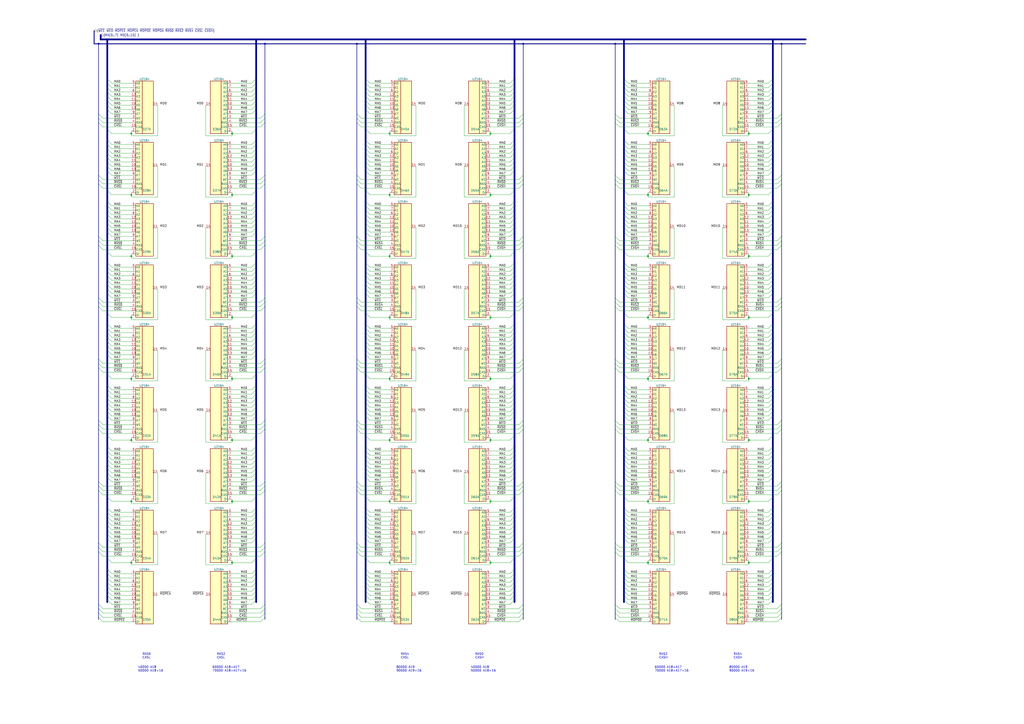
<source format=kicad_sch>
(kicad_sch (version 20211123) (generator eeschema)
  (paper "A2")
  (junction (at 284.48 184.15))
  (junction (at 434.34 219.71))
  (junction (at 76.2 148.59))
  (junction (at 375.92 77.47))
  (junction (at 434.34 77.47))
  (junction (at 134.62 290.83))
  (junction (at 76.2 113.03))
  (junction (at 356.87 25.4))
  (junction (at 57.15 25.4))
  (junction (at 207.01 25.4))
  (junction (at 375.92 255.27))
  (junction (at 153.67 25.4))
  (junction (at 134.62 113.03))
  (junction (at 361.95 22.86))
  (junction (at 226.06 326.39))
  (junction (at 284.48 77.47))
  (junction (at 76.2 219.71))
  (junction (at 226.06 255.27))
  (junction (at 226.06 290.83))
  (junction (at 375.92 290.83))
  (junction (at 448.31 22.86))
  (junction (at 76.2 77.47))
  (junction (at 212.09 22.86))
  (junction (at 434.34 113.03))
  (junction (at 375.92 113.03))
  (junction (at 375.92 326.39))
  (junction (at 434.34 255.27))
  (junction (at 375.92 148.59))
  (junction (at 284.48 326.39))
  (junction (at 284.48 219.71))
  (junction (at 375.92 184.15))
  (junction (at 434.34 326.39))
  (junction (at 226.06 113.03))
  (junction (at 134.62 219.71))
  (junction (at 226.06 219.71))
  (junction (at 76.2 255.27))
  (junction (at 76.2 290.83))
  (junction (at 226.06 77.47))
  (junction (at 76.2 184.15))
  (junction (at 284.48 113.03))
  (junction (at 284.48 148.59))
  (junction (at 284.48 290.83))
  (junction (at 226.06 148.59))
  (junction (at 134.62 255.27))
  (junction (at 375.92 219.71))
  (junction (at 434.34 148.59))
  (junction (at 134.62 148.59))
  (junction (at 148.59 22.86))
  (junction (at 298.45 22.86))
  (junction (at 434.34 184.15))
  (junction (at 284.48 255.27))
  (junction (at 134.62 326.39))
  (junction (at 134.62 184.15))
  (junction (at 453.39 25.4))
  (junction (at 226.06 184.15))
  (junction (at 303.53 25.4))
  (junction (at 134.62 77.47))
  (junction (at 434.34 290.83))
  (junction (at 62.23 22.86))
  (junction (at 76.2 326.39))
  (bus_entry (at 361.95 181.61) (size 2.54 2.54))
  (bus_entry (at 62.23 152.4) (size 2.54 2.54))
  (bus_entry (at 448.31 288.29) (size -2.54 2.54))
  (bus_entry (at 298.45 152.4) (size -2.54 2.54))
  (bus_entry (at 303.53 142.24) (size -2.54 2.54))
  (bus_entry (at 448.31 187.96) (size -2.54 2.54))
  (bus_entry (at 212.09 154.94) (size 2.54 2.54))
  (bus_entry (at 62.23 288.29) (size 2.54 2.54))
  (bus_entry (at 361.95 58.42) (size 2.54 2.54))
  (bus_entry (at 361.95 259.08) (size 2.54 2.54))
  (bus_entry (at 212.09 63.5) (size 2.54 2.54))
  (bus_entry (at 148.59 345.44) (size -2.54 2.54))
  (bus_entry (at 361.95 302.26) (size 2.54 2.54))
  (bus_entry (at 212.09 335.28) (size 2.54 2.54))
  (bus_entry (at 448.31 63.5) (size -2.54 2.54))
  (bus_entry (at 207.01 71.12) (size 2.54 2.54))
  (bus_entry (at 453.39 175.26) (size -2.54 2.54))
  (bus_entry (at 303.53 106.68) (size -2.54 2.54))
  (bus_entry (at 57.15 314.96) (size 2.54 2.54))
  (bus_entry (at 448.31 259.08) (size -2.54 2.54))
  (bus_entry (at 356.87 104.14) (size 2.54 2.54))
  (bus_entry (at 356.87 175.26) (size 2.54 2.54))
  (bus_entry (at 356.87 213.36) (size 2.54 2.54))
  (bus_entry (at 62.23 154.94) (size 2.54 2.54))
  (bus_entry (at 298.45 96.52) (size -2.54 2.54))
  (bus_entry (at 453.39 101.6) (size -2.54 2.54))
  (bus_entry (at 212.09 342.9) (size 2.54 2.54))
  (bus_entry (at 62.23 330.2) (size 2.54 2.54))
  (bus_entry (at 361.95 345.44) (size 2.54 2.54))
  (bus_entry (at 298.45 160.02) (size -2.54 2.54))
  (bus_entry (at 62.23 187.96) (size 2.54 2.54))
  (bus_entry (at 62.23 124.46) (size 2.54 2.54))
  (bus_entry (at 207.01 137.16) (size 2.54 2.54))
  (bus_entry (at 207.01 243.84) (size 2.54 2.54))
  (bus_entry (at 212.09 195.58) (size 2.54 2.54))
  (bus_entry (at 448.31 119.38) (size -2.54 2.54))
  (bus_entry (at 453.39 279.4) (size -2.54 2.54))
  (bus_entry (at 148.59 160.02) (size -2.54 2.54))
  (bus_entry (at 361.95 110.49) (size 2.54 2.54))
  (bus_entry (at 62.23 241.3) (size 2.54 2.54))
  (bus_entry (at 356.87 248.92) (size 2.54 2.54))
  (bus_entry (at 148.59 271.78) (size -2.54 2.54))
  (bus_entry (at 207.01 281.94) (size 2.54 2.54))
  (bus_entry (at 298.45 121.92) (size -2.54 2.54))
  (bus_entry (at 303.53 104.14) (size -2.54 2.54))
  (bus_entry (at 448.31 167.64) (size -2.54 2.54))
  (bus_entry (at 448.31 217.17) (size -2.54 2.54))
  (bus_entry (at 361.95 157.48) (size 2.54 2.54))
  (bus_entry (at 207.01 320.04) (size 2.54 2.54))
  (bus_entry (at 212.09 74.93) (size 2.54 2.54))
  (bus_entry (at 62.23 332.74) (size 2.54 2.54))
  (bus_entry (at 448.31 299.72) (size -2.54 2.54))
  (bus_entry (at 148.59 233.68) (size -2.54 2.54))
  (bus_entry (at 361.95 121.92) (size 2.54 2.54))
  (bus_entry (at 212.09 99.06) (size 2.54 2.54))
  (bus_entry (at 212.09 226.06) (size 2.54 2.54))
  (bus_entry (at 361.95 86.36) (size 2.54 2.54))
  (bus_entry (at 148.59 309.88) (size -2.54 2.54))
  (bus_entry (at 298.45 261.62) (size -2.54 2.54))
  (bus_entry (at 212.09 347.98) (size 2.54 2.54))
  (bus_entry (at 148.59 297.18) (size -2.54 2.54))
  (bus_entry (at 453.39 137.16) (size -2.54 2.54))
  (bus_entry (at 448.31 96.52) (size -2.54 2.54))
  (bus_entry (at 361.95 187.96) (size 2.54 2.54))
  (bus_entry (at 298.45 223.52) (size -2.54 2.54))
  (bus_entry (at 62.23 223.52) (size 2.54 2.54))
  (bus_entry (at 212.09 332.74) (size 2.54 2.54))
  (bus_entry (at 453.39 142.24) (size -2.54 2.54))
  (bus_entry (at 57.15 358.14) (size 2.54 2.54))
  (bus_entry (at 212.09 55.88) (size 2.54 2.54))
  (bus_entry (at 153.67 246.38) (size -2.54 2.54))
  (bus_entry (at 298.45 337.82) (size -2.54 2.54))
  (bus_entry (at 298.45 205.74) (size -2.54 2.54))
  (bus_entry (at 57.15 279.4) (size 2.54 2.54))
  (bus_entry (at 212.09 181.61) (size 2.54 2.54))
  (bus_entry (at 448.31 99.06) (size -2.54 2.54))
  (bus_entry (at 153.67 320.04) (size -2.54 2.54))
  (bus_entry (at 62.23 217.17) (size 2.54 2.54))
  (bus_entry (at 153.67 284.48) (size -2.54 2.54))
  (bus_entry (at 448.31 266.7) (size -2.54 2.54))
  (bus_entry (at 361.95 167.64) (size 2.54 2.54))
  (bus_entry (at 212.09 162.56) (size 2.54 2.54))
  (bus_entry (at 57.15 248.92) (size 2.54 2.54))
  (bus_entry (at 148.59 276.86) (size -2.54 2.54))
  (bus_entry (at 212.09 146.05) (size 2.54 2.54))
  (bus_entry (at 148.59 330.2) (size -2.54 2.54))
  (bus_entry (at 148.59 81.28) (size -2.54 2.54))
  (bus_entry (at 361.95 294.64) (size 2.54 2.54))
  (bus_entry (at 356.87 177.8) (size 2.54 2.54))
  (bus_entry (at 453.39 104.14) (size -2.54 2.54))
  (bus_entry (at 148.59 198.12) (size -2.54 2.54))
  (bus_entry (at 361.95 236.22) (size 2.54 2.54))
  (bus_entry (at 148.59 261.62) (size -2.54 2.54))
  (bus_entry (at 361.95 309.88) (size 2.54 2.54))
  (bus_entry (at 212.09 110.49) (size 2.54 2.54))
  (bus_entry (at 361.95 261.62) (size 2.54 2.54))
  (bus_entry (at 453.39 208.28) (size -2.54 2.54))
  (bus_entry (at 361.95 124.46) (size 2.54 2.54))
  (bus_entry (at 356.87 281.94) (size 2.54 2.54))
  (bus_entry (at 448.31 252.73) (size -2.54 2.54))
  (bus_entry (at 62.23 312.42) (size 2.54 2.54))
  (bus_entry (at 298.45 297.18) (size -2.54 2.54))
  (bus_entry (at 298.45 50.8) (size -2.54 2.54))
  (bus_entry (at 303.53 284.48) (size -2.54 2.54))
  (bus_entry (at 57.15 177.8) (size 2.54 2.54))
  (bus_entry (at 298.45 347.98) (size -2.54 2.54))
  (bus_entry (at 153.67 177.8) (size -2.54 2.54))
  (bus_entry (at 361.95 53.34) (size 2.54 2.54))
  (bus_entry (at 207.01 139.7) (size 2.54 2.54))
  (bus_entry (at 303.53 68.58) (size -2.54 2.54))
  (bus_entry (at 62.23 233.68) (size 2.54 2.54))
  (bus_entry (at 361.95 55.88) (size 2.54 2.54))
  (bus_entry (at 448.31 276.86) (size -2.54 2.54))
  (bus_entry (at 303.53 210.82) (size -2.54 2.54))
  (bus_entry (at 148.59 299.72) (size -2.54 2.54))
  (bus_entry (at 62.23 323.85) (size 2.54 2.54))
  (bus_entry (at 148.59 304.8) (size -2.54 2.54))
  (bus_entry (at 361.95 312.42) (size 2.54 2.54))
  (bus_entry (at 448.31 110.49) (size -2.54 2.54))
  (bus_entry (at 298.45 181.61) (size -2.54 2.54))
  (bus_entry (at 448.31 332.74) (size -2.54 2.54))
  (bus_entry (at 153.67 175.26) (size -2.54 2.54))
  (bus_entry (at 148.59 312.42) (size -2.54 2.54))
  (bus_entry (at 448.31 264.16) (size -2.54 2.54))
  (bus_entry (at 448.31 198.12) (size -2.54 2.54))
  (bus_entry (at 303.53 208.28) (size -2.54 2.54))
  (bus_entry (at 212.09 223.52) (size 2.54 2.54))
  (bus_entry (at 298.45 266.7) (size -2.54 2.54))
  (bus_entry (at 361.95 116.84) (size 2.54 2.54))
  (bus_entry (at 298.45 167.64) (size -2.54 2.54))
  (bus_entry (at 448.31 200.66) (size -2.54 2.54))
  (bus_entry (at 303.53 246.38) (size -2.54 2.54))
  (bus_entry (at 303.53 175.26) (size -2.54 2.54))
  (bus_entry (at 303.53 172.72) (size -2.54 2.54))
  (bus_entry (at 212.09 60.96) (size 2.54 2.54))
  (bus_entry (at 453.39 68.58) (size -2.54 2.54))
  (bus_entry (at 207.01 350.52) (size 2.54 2.54))
  (bus_entry (at 62.23 55.88) (size 2.54 2.54))
  (bus_entry (at 62.23 160.02) (size 2.54 2.54))
  (bus_entry (at 453.39 172.72) (size -2.54 2.54))
  (bus_entry (at 153.67 358.14) (size -2.54 2.54))
  (bus_entry (at 448.31 309.88) (size -2.54 2.54))
  (bus_entry (at 148.59 157.48) (size -2.54 2.54))
  (bus_entry (at 62.23 226.06) (size 2.54 2.54))
  (bus_entry (at 148.59 241.3) (size -2.54 2.54))
  (bus_entry (at 361.95 127) (size 2.54 2.54))
  (bus_entry (at 212.09 307.34) (size 2.54 2.54))
  (bus_entry (at 361.95 195.58) (size 2.54 2.54))
  (bus_entry (at 62.23 294.64) (size 2.54 2.54))
  (bus_entry (at 212.09 88.9) (size 2.54 2.54))
  (bus_entry (at 212.09 299.72) (size 2.54 2.54))
  (bus_entry (at 148.59 162.56) (size -2.54 2.54))
  (bus_entry (at 62.23 134.62) (size 2.54 2.54))
  (bus_entry (at 212.09 129.54) (size 2.54 2.54))
  (bus_entry (at 361.95 332.74) (size 2.54 2.54))
  (bus_entry (at 448.31 127) (size -2.54 2.54))
  (bus_entry (at 207.01 279.4) (size 2.54 2.54))
  (bus_entry (at 448.31 294.64) (size -2.54 2.54))
  (bus_entry (at 212.09 167.64) (size 2.54 2.54))
  (bus_entry (at 361.95 335.28) (size 2.54 2.54))
  (bus_entry (at 57.15 71.12) (size 2.54 2.54))
  (bus_entry (at 303.53 248.92) (size -2.54 2.54))
  (bus_entry (at 212.09 323.85) (size 2.54 2.54))
  (bus_entry (at 148.59 252.73) (size -2.54 2.54))
  (bus_entry (at 356.87 314.96) (size 2.54 2.54))
  (bus_entry (at 448.31 88.9) (size -2.54 2.54))
  (bus_entry (at 361.95 152.4) (size 2.54 2.54))
  (bus_entry (at 361.95 304.8) (size 2.54 2.54))
  (bus_entry (at 62.23 167.64) (size 2.54 2.54))
  (bus_entry (at 57.15 350.52) (size 2.54 2.54))
  (bus_entry (at 448.31 347.98) (size -2.54 2.54))
  (bus_entry (at 448.31 60.96) (size -2.54 2.54))
  (bus_entry (at 148.59 99.06) (size -2.54 2.54))
  (bus_entry (at 212.09 345.44) (size 2.54 2.54))
  (bus_entry (at 62.23 340.36) (size 2.54 2.54))
  (bus_entry (at 361.95 190.5) (size 2.54 2.54))
  (bus_entry (at 207.01 246.38) (size 2.54 2.54))
  (bus_entry (at 298.45 307.34) (size -2.54 2.54))
  (bus_entry (at 62.23 181.61) (size 2.54 2.54))
  (bus_entry (at 212.09 233.68) (size 2.54 2.54))
  (bus_entry (at 361.95 193.04) (size 2.54 2.54))
  (bus_entry (at 448.31 337.82) (size -2.54 2.54))
  (bus_entry (at 356.87 68.58) (size 2.54 2.54))
  (bus_entry (at 453.39 358.14) (size -2.54 2.54))
  (bus_entry (at 361.95 228.6) (size 2.54 2.54))
  (bus_entry (at 298.45 165.1) (size -2.54 2.54))
  (bus_entry (at 153.67 248.92) (size -2.54 2.54))
  (bus_entry (at 448.31 203.2) (size -2.54 2.54))
  (bus_entry (at 212.09 86.36) (size 2.54 2.54))
  (bus_entry (at 212.09 91.44) (size 2.54 2.54))
  (bus_entry (at 212.09 132.08) (size 2.54 2.54))
  (bus_entry (at 57.15 281.94) (size 2.54 2.54))
  (bus_entry (at 448.31 162.56) (size -2.54 2.54))
  (bus_entry (at 148.59 217.17) (size -2.54 2.54))
  (bus_entry (at 212.09 236.22) (size 2.54 2.54))
  (bus_entry (at 62.23 195.58) (size 2.54 2.54))
  (bus_entry (at 298.45 309.88) (size -2.54 2.54))
  (bus_entry (at 153.67 281.94) (size -2.54 2.54))
  (bus_entry (at 62.23 88.9) (size 2.54 2.54))
  (bus_entry (at 148.59 264.16) (size -2.54 2.54))
  (bus_entry (at 361.95 119.38) (size 2.54 2.54))
  (bus_entry (at 448.31 307.34) (size -2.54 2.54))
  (bus_entry (at 356.87 106.68) (size 2.54 2.54))
  (bus_entry (at 448.31 132.08) (size -2.54 2.54))
  (bus_entry (at 57.15 208.28) (size 2.54 2.54))
  (bus_entry (at 62.23 58.42) (size 2.54 2.54))
  (bus_entry (at 448.31 190.5) (size -2.54 2.54))
  (bus_entry (at 298.45 119.38) (size -2.54 2.54))
  (bus_entry (at 62.23 74.93) (size 2.54 2.54))
  (bus_entry (at 356.87 137.16) (size 2.54 2.54))
  (bus_entry (at 148.59 134.62) (size -2.54 2.54))
  (bus_entry (at 212.09 297.18) (size 2.54 2.54))
  (bus_entry (at 361.95 238.76) (size 2.54 2.54))
  (bus_entry (at 212.09 231.14) (size 2.54 2.54))
  (bus_entry (at 62.23 261.62) (size 2.54 2.54))
  (bus_entry (at 298.45 134.62) (size -2.54 2.54))
  (bus_entry (at 448.31 129.54) (size -2.54 2.54))
  (bus_entry (at 448.31 146.05) (size -2.54 2.54))
  (bus_entry (at 153.67 71.12) (size -2.54 2.54))
  (bus_entry (at 298.45 302.26) (size -2.54 2.54))
  (bus_entry (at 212.09 340.36) (size 2.54 2.54))
  (bus_entry (at 361.95 74.93) (size 2.54 2.54))
  (bus_entry (at 361.95 264.16) (size 2.54 2.54))
  (bus_entry (at 298.45 226.06) (size -2.54 2.54))
  (bus_entry (at 212.09 134.62) (size 2.54 2.54))
  (bus_entry (at 212.09 302.26) (size 2.54 2.54))
  (bus_entry (at 212.09 124.46) (size 2.54 2.54))
  (bus_entry (at 148.59 203.2) (size -2.54 2.54))
  (bus_entry (at 212.09 205.74) (size 2.54 2.54))
  (bus_entry (at 212.09 50.8) (size 2.54 2.54))
  (bus_entry (at 212.09 83.82) (size 2.54 2.54))
  (bus_entry (at 448.31 160.02) (size -2.54 2.54))
  (bus_entry (at 148.59 91.44) (size -2.54 2.54))
  (bus_entry (at 361.95 223.52) (size 2.54 2.54))
  (bus_entry (at 356.87 142.24) (size 2.54 2.54))
  (bus_entry (at 62.23 121.92) (size 2.54 2.54))
  (bus_entry (at 361.95 134.62) (size 2.54 2.54))
  (bus_entry (at 212.09 187.96) (size 2.54 2.54))
  (bus_entry (at 361.95 217.17) (size 2.54 2.54))
  (bus_entry (at 298.45 91.44) (size -2.54 2.54))
  (bus_entry (at 207.01 172.72) (size 2.54 2.54))
  (bus_entry (at 62.23 116.84) (size 2.54 2.54))
  (bus_entry (at 361.95 200.66) (size 2.54 2.54))
  (bus_entry (at 148.59 340.36) (size -2.54 2.54))
  (bus_entry (at 303.53 320.04) (size -2.54 2.54))
  (bus_entry (at 448.31 195.58) (size -2.54 2.54))
  (bus_entry (at 212.09 116.84) (size 2.54 2.54))
  (bus_entry (at 298.45 259.08) (size -2.54 2.54))
  (bus_entry (at 303.53 355.6) (size -2.54 2.54))
  (bus_entry (at 303.53 177.8) (size -2.54 2.54))
  (bus_entry (at 361.95 226.06) (size 2.54 2.54))
  (bus_entry (at 207.01 284.48) (size 2.54 2.54))
  (bus_entry (at 356.87 350.52) (size 2.54 2.54))
  (bus_entry (at 212.09 261.62) (size 2.54 2.54))
  (bus_entry (at 62.23 53.34) (size 2.54 2.54))
  (bus_entry (at 298.45 116.84) (size -2.54 2.54))
  (bus_entry (at 153.67 243.84) (size -2.54 2.54))
  (bus_entry (at 212.09 312.42) (size 2.54 2.54))
  (bus_entry (at 57.15 320.04) (size 2.54 2.54))
  (bus_entry (at 207.01 175.26) (size 2.54 2.54))
  (bus_entry (at 298.45 162.56) (size -2.54 2.54))
  (bus_entry (at 207.01 68.58) (size 2.54 2.54))
  (bus_entry (at 62.23 129.54) (size 2.54 2.54))
  (bus_entry (at 148.59 58.42) (size -2.54 2.54))
  (bus_entry (at 57.15 106.68) (size 2.54 2.54))
  (bus_entry (at 448.31 181.61) (size -2.54 2.54))
  (bus_entry (at 361.95 96.52) (size 2.54 2.54))
  (bus_entry (at 361.95 129.54) (size 2.54 2.54))
  (bus_entry (at 62.23 252.73) (size 2.54 2.54))
  (bus_entry (at 148.59 110.49) (size -2.54 2.54))
  (bus_entry (at 62.23 297.18) (size 2.54 2.54))
  (bus_entry (at 298.45 53.34) (size -2.54 2.54))
  (bus_entry (at 212.09 337.82) (size 2.54 2.54))
  (bus_entry (at 448.31 342.9) (size -2.54 2.54))
  (bus_entry (at 62.23 335.28) (size 2.54 2.54))
  (bus_entry (at 448.31 55.88) (size -2.54 2.54))
  (bus_entry (at 448.31 170.18) (size -2.54 2.54))
  (bus_entry (at 62.23 96.52) (size 2.54 2.54))
  (bus_entry (at 57.15 68.58) (size 2.54 2.54))
  (bus_entry (at 212.09 190.5) (size 2.54 2.54))
  (bus_entry (at 361.95 48.26) (size 2.54 2.54))
  (bus_entry (at 298.45 264.16) (size -2.54 2.54))
  (bus_entry (at 148.59 269.24) (size -2.54 2.54))
  (bus_entry (at 298.45 330.2) (size -2.54 2.54))
  (bus_entry (at 62.23 203.2) (size 2.54 2.54))
  (bus_entry (at 148.59 347.98) (size -2.54 2.54))
  (bus_entry (at 298.45 304.8) (size -2.54 2.54))
  (bus_entry (at 212.09 217.17) (size 2.54 2.54))
  (bus_entry (at 62.23 91.44) (size 2.54 2.54))
  (bus_entry (at 148.59 259.08) (size -2.54 2.54))
  (bus_entry (at 148.59 88.9) (size -2.54 2.54))
  (bus_entry (at 448.31 302.26) (size -2.54 2.54))
  (bus_entry (at 212.09 200.66) (size 2.54 2.54))
  (bus_entry (at 361.95 203.2) (size 2.54 2.54))
  (bus_entry (at 57.15 175.26) (size 2.54 2.54))
  (bus_entry (at 148.59 154.94) (size -2.54 2.54))
  (bus_entry (at 298.45 146.05) (size -2.54 2.54))
  (bus_entry (at 448.31 345.44) (size -2.54 2.54))
  (bus_entry (at 207.01 248.92) (size 2.54 2.54))
  (bus_entry (at 361.95 45.72) (size 2.54 2.54))
  (bus_entry (at 298.45 127) (size -2.54 2.54))
  (bus_entry (at 62.23 231.14) (size 2.54 2.54))
  (bus_entry (at 361.95 93.98) (size 2.54 2.54))
  (bus_entry (at 62.23 228.6) (size 2.54 2.54))
  (bus_entry (at 212.09 93.98) (size 2.54 2.54))
  (bus_entry (at 212.09 127) (size 2.54 2.54))
  (bus_entry (at 148.59 124.46) (size -2.54 2.54))
  (bus_entry (at 212.09 228.6) (size 2.54 2.54))
  (bus_entry (at 303.53 243.84) (size -2.54 2.54))
  (bus_entry (at 62.23 110.49) (size 2.54 2.54))
  (bus_entry (at 57.15 317.5) (size 2.54 2.54))
  (bus_entry (at 298.45 276.86) (size -2.54 2.54))
  (bus_entry (at 453.39 71.12) (size -2.54 2.54))
  (bus_entry (at 148.59 60.96) (size -2.54 2.54))
  (bus_entry (at 448.31 228.6) (size -2.54 2.54))
  (bus_entry (at 212.09 294.64) (size 2.54 2.54))
  (bus_entry (at 62.23 342.9) (size 2.54 2.54))
  (bus_entry (at 153.67 353.06) (size -2.54 2.54))
  (bus_entry (at 361.95 330.2) (size 2.54 2.54))
  (bus_entry (at 298.45 48.26) (size -2.54 2.54))
  (bus_entry (at 62.23 165.1) (size 2.54 2.54))
  (bus_entry (at 448.31 53.34) (size -2.54 2.54))
  (bus_entry (at 361.95 63.5) (size 2.54 2.54))
  (bus_entry (at 361.95 170.18) (size 2.54 2.54))
  (bus_entry (at 212.09 119.38) (size 2.54 2.54))
  (bus_entry (at 148.59 152.4) (size -2.54 2.54))
  (bus_entry (at 453.39 355.6) (size -2.54 2.54))
  (bus_entry (at 361.95 154.94) (size 2.54 2.54))
  (bus_entry (at 62.23 83.82) (size 2.54 2.54))
  (bus_entry (at 148.59 187.96) (size -2.54 2.54))
  (bus_entry (at 448.31 116.84) (size -2.54 2.54))
  (bus_entry (at 356.87 353.06) (size 2.54 2.54))
  (bus_entry (at 448.31 241.3) (size -2.54 2.54))
  (bus_entry (at 62.23 86.36) (size 2.54 2.54))
  (bus_entry (at 57.15 355.6) (size 2.54 2.54))
  (bus_entry (at 153.67 142.24) (size -2.54 2.54))
  (bus_entry (at 212.09 252.73) (size 2.54 2.54))
  (bus_entry (at 148.59 116.84) (size -2.54 2.54))
  (bus_entry (at 148.59 190.5) (size -2.54 2.54))
  (bus_entry (at 57.15 104.14) (size 2.54 2.54))
  (bus_entry (at 153.67 106.68) (size -2.54 2.54))
  (bus_entry (at 148.59 170.18) (size -2.54 2.54))
  (bus_entry (at 62.23 63.5) (size 2.54 2.54))
  (bus_entry (at 298.45 340.36) (size -2.54 2.54))
  (bus_entry (at 62.23 345.44) (size 2.54 2.54))
  (bus_entry (at 361.95 342.9) (size 2.54 2.54))
  (bus_entry (at 62.23 236.22) (size 2.54 2.54))
  (bus_entry (at 298.45 345.44) (size -2.54 2.54))
  (bus_entry (at 62.23 266.7) (size 2.54 2.54))
  (bus_entry (at 207.01 104.14) (size 2.54 2.54))
  (bus_entry (at 361.95 99.06) (size 2.54 2.54))
  (bus_entry (at 298.45 170.18) (size -2.54 2.54))
  (bus_entry (at 448.31 157.48) (size -2.54 2.54))
  (bus_entry (at 62.23 205.74) (size 2.54 2.54))
  (bus_entry (at 298.45 342.9) (size -2.54 2.54))
  (bus_entry (at 153.67 172.72) (size -2.54 2.54))
  (bus_entry (at 212.09 266.7) (size 2.54 2.54))
  (bus_entry (at 298.45 45.72) (size -2.54 2.54))
  (bus_entry (at 361.95 276.86) (size 2.54 2.54))
  (bus_entry (at 448.31 323.85) (size -2.54 2.54))
  (bus_entry (at 303.53 279.4) (size -2.54 2.54))
  (bus_entry (at 153.67 137.16) (size -2.54 2.54))
  (bus_entry (at 207.01 210.82) (size 2.54 2.54))
  (bus_entry (at 148.59 238.76) (size -2.54 2.54))
  (bus_entry (at 153.67 139.7) (size -2.54 2.54))
  (bus_entry (at 448.31 312.42) (size -2.54 2.54))
  (bus_entry (at 148.59 274.32) (size -2.54 2.54))
  (bus_entry (at 62.23 157.48) (size 2.54 2.54))
  (bus_entry (at 207.01 317.5) (size 2.54 2.54))
  (bus_entry (at 148.59 146.05) (size -2.54 2.54))
  (bus_entry (at 453.39 248.92) (size -2.54 2.54))
  (bus_entry (at 361.95 146.05) (size 2.54 2.54))
  (bus_entry (at 212.09 81.28) (size 2.54 2.54))
  (bus_entry (at 448.31 152.4) (size -2.54 2.54))
  (bus_entry (at 62.23 271.78) (size 2.54 2.54))
  (bus_entry (at 148.59 55.88) (size -2.54 2.54))
  (bus_entry (at 356.87 279.4) (size 2.54 2.54))
  (bus_entry (at 298.45 274.32) (size -2.54 2.54))
  (bus_entry (at 212.09 45.72) (size 2.54 2.54))
  (bus_entry (at 356.87 101.6) (size 2.54 2.54))
  (bus_entry (at 448.31 330.2) (size -2.54 2.54))
  (bus_entry (at 62.23 190.5) (size 2.54 2.54))
  (bus_entry (at 153.67 66.04) (size -2.54 2.54))
  (bus_entry (at 298.45 203.2) (size -2.54 2.54))
  (bus_entry (at 148.59 86.36) (size -2.54 2.54))
  (bus_entry (at 148.59 223.52) (size -2.54 2.54))
  (bus_entry (at 153.67 68.58) (size -2.54 2.54))
  (bus_entry (at 453.39 281.94) (size -2.54 2.54))
  (bus_entry (at 303.53 71.12) (size -2.54 2.54))
  (bus_entry (at 57.15 246.38) (size 2.54 2.54))
  (bus_entry (at 212.09 165.1) (size 2.54 2.54))
  (bus_entry (at 448.31 134.62) (size -2.54 2.54))
  (bus_entry (at 448.31 238.76) (size -2.54 2.54))
  (bus_entry (at 361.95 165.1) (size 2.54 2.54))
  (bus_entry (at 453.39 213.36) (size -2.54 2.54))
  (bus_entry (at 298.45 233.68) (size -2.54 2.54))
  (bus_entry (at 448.31 236.22) (size -2.54 2.54))
  (bus_entry (at 298.45 129.54) (size -2.54 2.54))
  (bus_entry (at 207.01 353.06) (size 2.54 2.54))
  (bus_entry (at 448.31 124.46) (size -2.54 2.54))
  (bus_entry (at 212.09 170.18) (size 2.54 2.54))
  (bus_entry (at 361.95 269.24) (size 2.54 2.54))
  (bus_entry (at 62.23 170.18) (size 2.54 2.54))
  (bus_entry (at 298.45 83.82) (size -2.54 2.54))
  (bus_entry (at 212.09 96.52) (size 2.54 2.54))
  (bus_entry (at 356.87 317.5) (size 2.54 2.54))
  (bus_entry (at 448.31 205.74) (size -2.54 2.54))
  (bus_entry (at 448.31 193.04) (size -2.54 2.54))
  (bus_entry (at 356.87 71.12) (size 2.54 2.54))
  (bus_entry (at 298.45 217.17) (size -2.54 2.54))
  (bus_entry (at 361.95 241.3) (size 2.54 2.54))
  (bus_entry (at 153.67 279.4) (size -2.54 2.54))
  (bus_entry (at 448.31 165.1) (size -2.54 2.54))
  (bus_entry (at 212.09 238.76) (size 2.54 2.54))
  (bus_entry (at 212.09 264.16) (size 2.54 2.54))
  (bus_entry (at 361.95 88.9) (size 2.54 2.54))
  (bus_entry (at 361.95 50.8) (size 2.54 2.54))
  (bus_entry (at 62.23 302.26) (size 2.54 2.54))
  (bus_entry (at 448.31 233.68) (size -2.54 2.54))
  (bus_entry (at 148.59 332.74) (size -2.54 2.54))
  (bus_entry (at 148.59 127) (size -2.54 2.54))
  (bus_entry (at 303.53 139.7) (size -2.54 2.54))
  (bus_entry (at 62.23 259.08) (size 2.54 2.54))
  (bus_entry (at 448.31 81.28) (size -2.54 2.54))
  (bus_entry (at 298.45 332.74) (size -2.54 2.54))
  (bus_entry (at 356.87 358.14) (size 2.54 2.54))
  (bus_entry (at 298.45 241.3) (size -2.54 2.54))
  (bus_entry (at 453.39 139.7) (size -2.54 2.54))
  (bus_entry (at 298.45 74.93) (size -2.54 2.54))
  (bus_entry (at 298.45 294.64) (size -2.54 2.54))
  (bus_entry (at 148.59 231.14) (size -2.54 2.54))
  (bus_entry (at 361.95 233.68) (size 2.54 2.54))
  (bus_entry (at 361.95 274.32) (size 2.54 2.54))
  (bus_entry (at 453.39 314.96) (size -2.54 2.54))
  (bus_entry (at 62.23 127) (size 2.54 2.54))
  (bus_entry (at 356.87 210.82) (size 2.54 2.54))
  (bus_entry (at 62.23 81.28) (size 2.54 2.54))
  (bus_entry (at 298.45 299.72) (size -2.54 2.54))
  (bus_entry (at 448.31 93.98) (size -2.54 2.54))
  (bus_entry (at 207.01 66.04) (size 2.54 2.54))
  (bus_entry (at 453.39 246.38) (size -2.54 2.54))
  (bus_entry (at 303.53 66.04) (size -2.54 2.54))
  (bus_entry (at 356.87 246.38) (size 2.54 2.54))
  (bus_entry (at 148.59 228.6) (size -2.54 2.54))
  (bus_entry (at 212.09 157.48) (size 2.54 2.54))
  (bus_entry (at 148.59 337.82) (size -2.54 2.54))
  (bus_entry (at 153.67 104.14) (size -2.54 2.54))
  (bus_entry (at 448.31 261.62) (size -2.54 2.54))
  (bus_entry (at 298.45 63.5) (size -2.54 2.54))
  (bus_entry (at 448.31 45.72) (size -2.54 2.54))
  (bus_entry (at 356.87 66.04) (size 2.54 2.54))
  (bus_entry (at 62.23 299.72) (size 2.54 2.54))
  (bus_entry (at 298.45 228.6) (size -2.54 2.54))
  (bus_entry (at 212.09 269.24) (size 2.54 2.54))
  (bus_entry (at 62.23 45.72) (size 2.54 2.54))
  (bus_entry (at 298.45 157.48) (size -2.54 2.54))
  (bus_entry (at 453.39 106.68) (size -2.54 2.54))
  (bus_entry (at 453.39 317.5) (size -2.54 2.54))
  (bus_entry (at 298.45 190.5) (size -2.54 2.54))
  (bus_entry (at 298.45 335.28) (size -2.54 2.54))
  (bus_entry (at 448.31 74.93) (size -2.54 2.54))
  (bus_entry (at 298.45 124.46) (size -2.54 2.54))
  (bus_entry (at 148.59 205.74) (size -2.54 2.54))
  (bus_entry (at 361.95 81.28) (size 2.54 2.54))
  (bus_entry (at 148.59 335.28) (size -2.54 2.54))
  (bus_entry (at 212.09 259.08) (size 2.54 2.54))
  (bus_entry (at 153.67 213.36) (size -2.54 2.54))
  (bus_entry (at 448.31 48.26) (size -2.54 2.54))
  (bus_entry (at 57.15 142.24) (size 2.54 2.54))
  (bus_entry (at 207.01 358.14) (size 2.54 2.54))
  (bus_entry (at 153.67 355.6) (size -2.54 2.54))
  (bus_entry (at 62.23 132.08) (size 2.54 2.54))
  (bus_entry (at 298.45 312.42) (size -2.54 2.54))
  (bus_entry (at 448.31 269.24) (size -2.54 2.54))
  (bus_entry (at 303.53 281.94) (size -2.54 2.54))
  (bus_entry (at 148.59 288.29) (size -2.54 2.54))
  (bus_entry (at 148.59 302.26) (size -2.54 2.54))
  (bus_entry (at 448.31 50.8) (size -2.54 2.54))
  (bus_entry (at 361.95 198.12) (size 2.54 2.54))
  (bus_entry (at 448.31 91.44) (size -2.54 2.54))
  (bus_entry (at 361.95 337.82) (size 2.54 2.54))
  (bus_entry (at 148.59 74.93) (size -2.54 2.54))
  (bus_entry (at 298.45 110.49) (size -2.54 2.54))
  (bus_entry (at 212.09 48.26) (size 2.54 2.54))
  (bus_entry (at 361.95 162.56) (size 2.54 2.54))
  (bus_entry (at 448.31 340.36) (size -2.54 2.54))
  (bus_entry (at 361.95 288.29) (size 2.54 2.54))
  (bus_entry (at 303.53 213.36) (size -2.54 2.54))
  (bus_entry (at 212.09 271.78) (size 2.54 2.54))
  (bus_entry (at 212.09 330.2) (size 2.54 2.54))
  (bus_entry (at 448.31 271.78) (size -2.54 2.54))
  (bus_entry (at 148.59 121.92) (size -2.54 2.54))
  (bus_entry (at 361.95 91.44) (size 2.54 2.54))
  (bus_entry (at 448.31 223.52) (size -2.54 2.54))
  (bus_entry (at 212.09 276.86) (size 2.54 2.54))
  (bus_entry (at 448.31 335.28) (size -2.54 2.54))
  (bus_entry (at 453.39 210.82) (size -2.54 2.54))
  (bus_entry (at 153.67 210.82) (size -2.54 2.54))
  (bus_entry (at 153.67 314.96) (size -2.54 2.54))
  (bus_entry (at 148.59 167.64) (size -2.54 2.54))
  (bus_entry (at 303.53 358.14) (size -2.54 2.54))
  (bus_entry (at 62.23 307.34) (size 2.54 2.54))
  (bus_entry (at 298.45 231.14) (size -2.54 2.54))
  (bus_entry (at 361.95 132.08) (size 2.54 2.54))
  (bus_entry (at 148.59 50.8) (size -2.54 2.54))
  (bus_entry (at 148.59 307.34) (size -2.54 2.54))
  (bus_entry (at 298.45 154.94) (size -2.54 2.54))
  (bus_entry (at 207.01 101.6) (size 2.54 2.54))
  (bus_entry (at 148.59 63.5) (size -2.54 2.54))
  (bus_entry (at 62.23 119.38) (size 2.54 2.54))
  (bus_entry (at 298.45 193.04) (size -2.54 2.54))
  (bus_entry (at 62.23 276.86) (size 2.54 2.54))
  (bus_entry (at 448.31 58.42) (size -2.54 2.54))
  (bus_entry (at 148.59 129.54) (size -2.54 2.54))
  (bus_entry (at 361.95 231.14) (size 2.54 2.54))
  (bus_entry (at 207.01 213.36) (size 2.54 2.54))
  (bus_entry (at 361.95 205.74) (size 2.54 2.54))
  (bus_entry (at 207.01 314.96) (size 2.54 2.54))
  (bus_entry (at 303.53 314.96) (size -2.54 2.54))
  (bus_entry (at 153.67 208.28) (size -2.54 2.54))
  (bus_entry (at 148.59 48.26) (size -2.54 2.54))
  (bus_entry (at 448.31 154.94) (size -2.54 2.54))
  (bus_entry (at 62.23 193.04) (size 2.54 2.54))
  (bus_entry (at 212.09 274.32) (size 2.54 2.54))
  (bus_entry (at 298.45 55.88) (size -2.54 2.54))
  (bus_entry (at 448.31 83.82) (size -2.54 2.54))
  (bus_entry (at 212.09 198.12) (size 2.54 2.54))
  (bus_entry (at 62.23 337.82) (size 2.54 2.54))
  (bus_entry (at 212.09 288.29) (size 2.54 2.54))
  (bus_entry (at 361.95 266.7) (size 2.54 2.54))
  (bus_entry (at 212.09 152.4) (size 2.54 2.54))
  (bus_entry (at 361.95 83.82) (size 2.54 2.54))
  (bus_entry (at 298.45 93.98) (size -2.54 2.54))
  (bus_entry (at 298.45 288.29) (size -2.54 2.54))
  (bus_entry (at 361.95 347.98) (size 2.54 2.54))
  (bus_entry (at 453.39 177.8) (size -2.54 2.54))
  (bus_entry (at 298.45 187.96) (size -2.54 2.54))
  (bus_entry (at 453.39 66.04) (size -2.54 2.54))
  (bus_entry (at 448.31 121.92) (size -2.54 2.54))
  (bus_entry (at 298.45 198.12) (size -2.54 2.54))
  (bus_entry (at 57.15 66.04) (size 2.54 2.54))
  (bus_entry (at 298.45 60.96) (size -2.54 2.54))
  (bus_entry (at 57.15 210.82) (size 2.54 2.54))
  (bus_entry (at 453.39 284.48) (size -2.54 2.54))
  (bus_entry (at 361.95 299.72) (size 2.54 2.54))
  (bus_entry (at 148.59 266.7) (size -2.54 2.54))
  (bus_entry (at 448.31 231.14) (size -2.54 2.54))
  (bus_entry (at 148.59 195.58) (size -2.54 2.54))
  (bus_entry (at 212.09 241.3) (size 2.54 2.54))
  (bus_entry (at 361.95 323.85) (size 2.54 2.54))
  (bus_entry (at 62.23 347.98) (size 2.54 2.54))
  (bus_entry (at 453.39 243.84) (size -2.54 2.54))
  (bus_entry (at 356.87 355.6) (size 2.54 2.54))
  (bus_entry (at 62.23 99.06) (size 2.54 2.54))
  (bus_entry (at 361.95 297.18) (size 2.54 2.54))
  (bus_entry (at 212.09 193.04) (size 2.54 2.54))
  (bus_entry (at 448.31 297.18) (size -2.54 2.54))
  (bus_entry (at 148.59 342.9) (size -2.54 2.54))
  (bus_entry (at 62.23 198.12) (size 2.54 2.54))
  (bus_entry (at 448.31 274.32) (size -2.54 2.54))
  (bus_entry (at 298.45 238.76) (size -2.54 2.54))
  (bus_entry (at 153.67 101.6) (size -2.54 2.54))
  (bus_entry (at 303.53 350.52) (size -2.54 2.54))
  (bus_entry (at 303.53 137.16) (size -2.54 2.54))
  (bus_entry (at 448.31 304.8) (size -2.54 2.54))
  (bus_entry (at 212.09 58.42) (size 2.54 2.54))
  (bus_entry (at 298.45 99.06) (size -2.54 2.54))
  (bus_entry (at 57.15 284.48) (size 2.54 2.54))
  (bus_entry (at 62.23 50.8) (size 2.54 2.54))
  (bus_entry (at 298.45 195.58) (size -2.54 2.54))
  (bus_entry (at 57.15 172.72) (size 2.54 2.54))
  (bus_entry (at 62.23 162.56) (size 2.54 2.54))
  (bus_entry (at 62.23 238.76) (size 2.54 2.54))
  (bus_entry (at 361.95 160.02) (size 2.54 2.54))
  (bus_entry (at 298.45 323.85) (size -2.54 2.54))
  (bus_entry (at 57.15 213.36) (size 2.54 2.54))
  (bus_entry (at 356.87 172.72) (size 2.54 2.54))
  (bus_entry (at 356.87 320.04) (size 2.54 2.54))
  (bus_entry (at 62.23 269.24) (size 2.54 2.54))
  (bus_entry (at 153.67 350.52) (size -2.54 2.54))
  (bus_entry (at 356.87 208.28) (size 2.54 2.54))
  (bus_entry (at 361.95 307.34) (size 2.54 2.54))
  (bus_entry (at 148.59 181.61) (size -2.54 2.54))
  (bus_entry (at 298.45 271.78) (size -2.54 2.54))
  (bus_entry (at 148.59 96.52) (size -2.54 2.54))
  (bus_entry (at 298.45 58.42) (size -2.54 2.54))
  (bus_entry (at 153.67 317.5) (size -2.54 2.54))
  (bus_entry (at 148.59 294.64) (size -2.54 2.54))
  (bus_entry (at 212.09 53.34) (size 2.54 2.54))
  (bus_entry (at 148.59 323.85) (size -2.54 2.54))
  (bus_entry (at 62.23 304.8) (size 2.54 2.54))
  (bus_entry (at 148.59 200.66) (size -2.54 2.54))
  (bus_entry (at 57.15 243.84) (size 2.54 2.54))
  (bus_entry (at 356.87 139.7) (size 2.54 2.54))
  (bus_entry (at 361.95 271.78) (size 2.54 2.54))
  (bus_entry (at 298.45 132.08) (size -2.54 2.54))
  (bus_entry (at 62.23 264.16) (size 2.54 2.54))
  (bus_entry (at 148.59 132.08) (size -2.54 2.54))
  (bus_entry (at 303.53 317.5) (size -2.54 2.54))
  (bus_entry (at 62.23 146.05) (size 2.54 2.54))
  (bus_entry (at 148.59 165.1) (size -2.54 2.54))
  (bus_entry (at 356.87 243.84) (size 2.54 2.54))
  (bus_entry (at 303.53 101.6) (size -2.54 2.54))
  (bus_entry (at 453.39 353.06) (size -2.54 2.54))
  (bus_entry (at 453.39 350.52) (size -2.54 2.54))
  (bus_entry (at 361.95 252.73) (size 2.54 2.54))
  (bus_entry (at 148.59 236.22) (size -2.54 2.54))
  (bus_entry (at 298.45 200.66) (size -2.54 2.54))
  (bus_entry (at 212.09 203.2) (size 2.54 2.54))
  (bus_entry (at 212.09 160.02) (size 2.54 2.54))
  (bus_entry (at 361.95 340.36) (size 2.54 2.54))
  (bus_entry (at 448.31 226.06) (size -2.54 2.54))
  (bus_entry (at 303.53 353.06) (size -2.54 2.54))
  (bus_entry (at 62.23 60.96) (size 2.54 2.54))
  (bus_entry (at 212.09 309.88) (size 2.54 2.54))
  (bus_entry (at 207.01 177.8) (size 2.54 2.54))
  (bus_entry (at 57.15 137.16) (size 2.54 2.54))
  (bus_entry (at 207.01 142.24) (size 2.54 2.54))
  (bus_entry (at 298.45 86.36) (size -2.54 2.54))
  (bus_entry (at 453.39 320.04) (size -2.54 2.54))
  (bus_entry (at 57.15 139.7) (size 2.54 2.54))
  (bus_entry (at 361.95 60.96) (size 2.54 2.54))
  (bus_entry (at 356.87 284.48) (size 2.54 2.54))
  (bus_entry (at 298.45 269.24) (size -2.54 2.54))
  (bus_entry (at 62.23 309.88) (size 2.54 2.54))
  (bus_entry (at 212.09 121.92) (size 2.54 2.54))
  (bus_entry (at 148.59 93.98) (size -2.54 2.54))
  (bus_entry (at 298.45 236.22) (size -2.54 2.54))
  (bus_entry (at 57.15 101.6) (size 2.54 2.54))
  (bus_entry (at 298.45 81.28) (size -2.54 2.54))
  (bus_entry (at 298.45 88.9) (size -2.54 2.54))
  (bus_entry (at 148.59 193.04) (size -2.54 2.54))
  (bus_entry (at 148.59 83.82) (size -2.54 2.54))
  (bus_entry (at 207.01 355.6) (size 2.54 2.54))
  (bus_entry (at 148.59 119.38) (size -2.54 2.54))
  (bus_entry (at 62.23 274.32) (size 2.54 2.54))
  (bus_entry (at 62.23 200.66) (size 2.54 2.54))
  (bus_entry (at 298.45 252.73) (size -2.54 2.54))
  (bus_entry (at 62.23 48.26) (size 2.54 2.54))
  (bus_entry (at 148.59 226.06) (size -2.54 2.54))
  (bus_entry (at 207.01 208.28) (size 2.54 2.54))
  (bus_entry (at 212.09 304.8) (size 2.54 2.54))
  (bus_entry (at 207.01 106.68) (size 2.54 2.54))
  (bus_entry (at 448.31 86.36) (size -2.54 2.54))
  (bus_entry (at 57.15 353.06) (size 2.54 2.54))
  (bus_entry (at 148.59 45.72) (size -2.54 2.54))
  (bus_entry (at 148.59 53.34) (size -2.54 2.54))
  (bus_entry (at 62.23 93.98) (size 2.54 2.54))
  (bus (pts (xy 361.95 99.06) (xy 361.95 110.49)) (stroke (width 1)))
  (wire (pts (xy 91.44 292.1) (xy 91.44 274.32)))
  (bus (pts (xy 298.45 274.32) (xy 298.45 276.86)))
  (bus (pts (xy 298.45 340.36) (xy 298.45 342.9)))
  (bus (pts (xy 303.53 25.4) (xy 356.87 25.4)) (stroke (width 0.5)))
  (wire (pts (xy 151.13 106.68) (xy 134.62 106.68)))
  (wire (pts (xy 214.63 83.82) (xy 226.06 83.82)))
  (bus (pts (xy 57.15 208.28) (xy 57.15 210.82)))
  (bus (pts (xy 62.23 48.26) (xy 62.23 50.8)) (stroke (width 1)))
  (wire (pts (xy 375.92 78.74) (xy 391.16 78.74)))
  (bus (pts (xy 62.23 233.68) (xy 62.23 236.22)) (stroke (width 1)))
  (wire (pts (xy 359.41 180.34) (xy 375.92 180.34)))
  (wire (pts (xy 434.34 147.32) (xy 434.34 148.59)))
  (bus (pts (xy 212.09 121.92) (xy 212.09 124.46)) (stroke (width 1)))
  (bus (pts (xy 207.01 243.84) (xy 207.01 246.38)))
  (bus (pts (xy 212.09 162.56) (xy 212.09 165.1)) (stroke (width 1)))
  (wire (pts (xy 64.77 231.14) (xy 76.2 231.14)))
  (bus (pts (xy 298.45 261.62) (xy 298.45 264.16)) (stroke (width 1)))
  (bus (pts (xy 298.45 332.74) (xy 298.45 335.28)) (stroke (width 1)))
  (bus (pts (xy 148.59 187.96) (xy 148.59 190.5)))
  (bus (pts (xy 361.95 264.16) (xy 361.95 266.7)))
  (bus (pts (xy 148.59 119.38) (xy 148.59 121.92)) (stroke (width 1)))
  (wire (pts (xy 214.63 219.71) (xy 226.06 219.71)))
  (bus (pts (xy 361.95 81.28) (xy 361.95 83.82)))
  (wire (pts (xy 214.63 304.8) (xy 226.06 304.8)))
  (bus (pts (xy 298.45 96.52) (xy 298.45 99.06)))
  (bus (pts (xy 212.09 294.64) (xy 212.09 297.18)) (stroke (width 1)))
  (bus (pts (xy 62.23 157.48) (xy 62.23 160.02)) (stroke (width 1)))
  (wire (pts (xy 146.05 198.12) (xy 134.62 198.12)))
  (bus (pts (xy 298.45 167.64) (xy 298.45 170.18)) (stroke (width 1)))
  (bus (pts (xy 448.31 154.94) (xy 448.31 157.48)))
  (wire (pts (xy 364.49 241.3) (xy 375.92 241.3)))
  (wire (pts (xy 64.77 119.38) (xy 76.2 119.38)))
  (bus (pts (xy 298.45 81.28) (xy 298.45 83.82)))
  (wire (pts (xy 300.99 322.58) (xy 284.48 322.58)))
  (wire (pts (xy 269.24 149.86) (xy 269.24 132.08)))
  (bus (pts (xy 212.09 187.96) (xy 212.09 190.5)))
  (wire (pts (xy 434.34 77.47) (xy 434.34 78.74)))
  (wire (pts (xy 214.63 297.18) (xy 226.06 297.18)))
  (bus (pts (xy 212.09 83.82) (xy 212.09 86.36)))
  (bus (pts (xy 148.59 83.82) (xy 148.59 86.36)) (stroke (width 1)))
  (wire (pts (xy 146.05 208.28) (xy 134.62 208.28)))
  (wire (pts (xy 295.91 165.1) (xy 284.48 165.1)))
  (bus (pts (xy 148.59 154.94) (xy 148.59 157.48)))
  (wire (pts (xy 284.48 77.47) (xy 284.48 78.74)))
  (bus (pts (xy 212.09 259.08) (xy 212.09 261.62)) (stroke (width 1)))
  (wire (pts (xy 134.62 218.44) (xy 134.62 219.71)))
  (bus (pts (xy 298.45 223.52) (xy 298.45 226.06)))
  (bus (pts (xy 148.59 299.72) (xy 148.59 302.26)))
  (bus (pts (xy 448.31 223.52) (xy 448.31 226.06)))
  (wire (pts (xy 91.44 220.98) (xy 91.44 203.2)))
  (bus (pts (xy 361.95 121.92) (xy 361.95 124.46)))
  (bus (pts (xy 62.23 119.38) (xy 62.23 121.92)))
  (wire (pts (xy 151.13 104.14) (xy 134.62 104.14)))
  (wire (pts (xy 146.05 86.36) (xy 134.62 86.36)))
  (bus (pts (xy 62.23 276.86) (xy 62.23 288.29)) (stroke (width 1)))
  (wire (pts (xy 214.63 88.9) (xy 226.06 88.9)))
  (bus (pts (xy 453.39 248.92) (xy 453.39 279.4)))
  (wire (pts (xy 64.77 167.64) (xy 76.2 167.64)))
  (wire (pts (xy 295.91 269.24) (xy 284.48 269.24)))
  (bus (pts (xy 298.45 129.54) (xy 298.45 132.08)))
  (wire (pts (xy 450.85 177.8) (xy 434.34 177.8)))
  (bus (pts (xy 298.45 190.5) (xy 298.45 193.04)))
  (bus (pts (xy 298.45 132.08) (xy 298.45 134.62)))
  (bus (pts (xy 148.59 264.16) (xy 148.59 266.7)) (stroke (width 1)))
  (bus (pts (xy 148.59 347.98) (xy 148.59 349.25)) (stroke (width 1)))
  (wire (pts (xy 64.77 193.04) (xy 76.2 193.04)))
  (bus (pts (xy 298.45 347.98) (xy 298.45 349.25)))
  (bus (pts (xy 212.09 53.34) (xy 212.09 55.88)) (stroke (width 1)))
  (bus (pts (xy 62.23 160.02) (xy 62.23 162.56)))
  (bus (pts (xy 207.01 25.4) (xy 207.01 66.04)))
  (wire (pts (xy 375.92 255.27) (xy 375.92 256.54)))
  (wire (pts (xy 59.69 320.04) (xy 76.2 320.04)))
  (bus (pts (xy 212.09 45.72) (xy 212.09 48.26)) (stroke (width 1)))
  (wire (pts (xy 146.05 162.56) (xy 134.62 162.56)))
  (bus (pts (xy 62.23 190.5) (xy 62.23 193.04)))
  (bus (pts (xy 212.09 132.08) (xy 212.09 134.62)))
  (bus (pts (xy 148.59 129.54) (xy 148.59 132.08)) (stroke (width 1)))
  (wire (pts (xy 284.48 325.12) (xy 284.48 326.39)))
  (wire (pts (xy 214.63 326.39) (xy 226.06 326.39)))
  (bus (pts (xy 62.23 252.73) (xy 62.23 259.08)) (stroke (width 1)))
  (wire (pts (xy 76.2 111.76) (xy 76.2 113.03)))
  (wire (pts (xy 59.69 144.78) (xy 76.2 144.78)))
  (bus (pts (xy 448.31 181.61) (xy 448.31 187.96)) (stroke (width 1)))
  (wire (pts (xy 359.41 353.06) (xy 375.92 353.06)))
  (bus (pts (xy 298.45 124.46) (xy 298.45 127)) (stroke (width 1)))
  (bus (pts (xy 361.95 81.28) (xy 361.95 83.82)) (stroke (width 1)))
  (wire (pts (xy 146.05 345.44) (xy 134.62 345.44)))
  (wire (pts (xy 445.77 53.34) (xy 434.34 53.34)))
  (wire (pts (xy 364.49 195.58) (xy 375.92 195.58)))
  (wire (pts (xy 146.05 160.02) (xy 134.62 160.02)))
  (bus (pts (xy 448.31 119.38) (xy 448.31 121.92)))
  (bus (pts (xy 148.59 274.32) (xy 148.59 276.86)) (stroke (width 1)))
  (bus (pts (xy 148.59 294.64) (xy 148.59 297.18)))
  (wire (pts (xy 269.24 78.74) (xy 269.24 60.96)))
  (bus (pts (xy 212.09 312.42) (xy 212.09 323.85)) (stroke (width 1)))
  (wire (pts (xy 434.34 255.27) (xy 434.34 256.54)))
  (bus (pts (xy 212.09 266.7) (xy 212.09 269.24)))
  (wire (pts (xy 445.77 124.46) (xy 434.34 124.46)))
  (wire (pts (xy 214.63 93.98) (xy 226.06 93.98)))
  (wire (pts (xy 151.13 317.5) (xy 134.62 317.5)))
  (bus (pts (xy 361.95 63.5) (xy 361.95 74.93)) (stroke (width 1)))
  (bus (pts (xy 148.59 53.34) (xy 148.59 55.88)) (stroke (width 1)))
  (bus (pts (xy 298.45 236.22) (xy 298.45 238.76)))
  (wire (pts (xy 364.49 172.72) (xy 375.92 172.72)))
  (wire (pts (xy 445.77 83.82) (xy 434.34 83.82)))
  (wire (pts (xy 450.85 287.02) (xy 434.34 287.02)))
  (wire (pts (xy 214.63 345.44) (xy 226.06 345.44)))
  (bus (pts (xy 448.31 83.82) (xy 448.31 86.36)) (stroke (width 1)))
  (wire (pts (xy 445.77 290.83) (xy 434.34 290.83)))
  (bus (pts (xy 356.87 243.84) (xy 356.87 246.38)))
  (bus (pts (xy 148.59 55.88) (xy 148.59 58.42)) (stroke (width 1)))
  (bus (pts (xy 448.31 124.46) (xy 448.31 127)) (stroke (width 1)))
  (wire (pts (xy 59.69 73.66) (xy 76.2 73.66)))
  (wire (pts (xy 300.99 144.78) (xy 284.48 144.78)))
  (bus (pts (xy 58.42 20.32) (xy 58.42 22.86)) (stroke (width 1)))
  (bus (pts (xy 212.09 127) (xy 212.09 129.54)))
  (wire (pts (xy 64.77 60.96) (xy 76.2 60.96)))
  (bus (pts (xy 361.95 347.98) (xy 361.95 349.25)) (stroke (width 1)))
  (bus (pts (xy 361.95 274.32) (xy 361.95 276.86)))
  (wire (pts (xy 64.77 309.88) (xy 76.2 309.88)))
  (bus (pts (xy 62.23 259.08) (xy 62.23 261.62)) (stroke (width 1)))
  (wire (pts (xy 284.48 78.74) (xy 269.24 78.74)))
  (wire (pts (xy 209.55 322.58) (xy 226.06 322.58)))
  (wire (pts (xy 364.49 350.52) (xy 375.92 350.52)))
  (bus (pts (xy 303.53 139.7) (xy 303.53 142.24)))
  (wire (pts (xy 364.49 53.34) (xy 375.92 53.34)))
  (bus (pts (xy 361.95 86.36) (xy 361.95 88.9)) (stroke (width 1)))
  (bus (pts (xy 298.45 226.06) (xy 298.45 228.6)) (stroke (width 1)))
  (bus (pts (xy 298.45 345.44) (xy 298.45 347.98)) (stroke (width 1)))
  (bus (pts (xy 62.23 271.78) (xy 62.23 274.32)))
  (bus (pts (xy 62.23 96.52) (xy 62.23 99.06)))
  (bus (pts (xy 361.95 332.74) (xy 361.95 335.28)) (stroke (width 1)))
  (wire (pts (xy 209.55 144.78) (xy 226.06 144.78)))
  (bus (pts (xy 361.95 50.8) (xy 361.95 53.34)) (stroke (width 1)))
  (wire (pts (xy 364.49 279.4) (xy 375.92 279.4)))
  (wire (pts (xy 375.92 76.2) (xy 375.92 77.47)))
  (bus (pts (xy 453.39 243.84) (xy 453.39 246.38)))
  (wire (pts (xy 146.05 332.74) (xy 134.62 332.74)))
  (bus (pts (xy 448.31 266.7) (xy 448.31 269.24)) (stroke (width 1)))
  (wire (pts (xy 214.63 190.5) (xy 226.06 190.5)))
  (bus (pts (xy 448.31 302.26) (xy 448.31 304.8)) (stroke (width 1)))
  (bus (pts (xy 298.45 223.52) (xy 298.45 226.06)) (stroke (width 1)))
  (bus (pts (xy 448.31 129.54) (xy 448.31 132.08)))
  (bus (pts (xy 148.59 231.14) (xy 148.59 233.68)) (stroke (width 1)))
  (bus (pts (xy 62.23 274.32) (xy 62.23 276.86)) (stroke (width 1)))
  (wire (pts (xy 434.34 292.1) (xy 419.1 292.1)))
  (bus (pts (xy 212.09 342.9) (xy 212.09 345.44)))
  (bus (pts (xy 62.23 129.54) (xy 62.23 132.08)) (stroke (width 1)))
  (bus (pts (xy 62.23 187.96) (xy 62.23 190.5)) (stroke (width 1)))
  (bus (pts (xy 298.45 50.8) (xy 298.45 53.34)) (stroke (width 1)))
  (bus (pts (xy 148.59 342.9) (xy 148.59 345.44)))
  (bus (pts (xy 212.09 127) (xy 212.09 129.54)) (stroke (width 1)))
  (bus (pts (xy 448.31 86.36) (xy 448.31 88.9)))
  (wire (pts (xy 364.49 184.15) (xy 375.92 184.15)))
  (bus (pts (xy 212.09 170.18) (xy 212.09 181.61)) (stroke (width 1)))
  (wire (pts (xy 295.91 243.84) (xy 284.48 243.84)))
  (wire (pts (xy 146.05 157.48) (xy 134.62 157.48)))
  (wire (pts (xy 450.85 215.9) (xy 434.34 215.9)))
  (wire (pts (xy 146.05 233.68) (xy 134.62 233.68)))
  (bus (pts (xy 448.31 261.62) (xy 448.31 264.16)) (stroke (width 1)))
  (wire (pts (xy 284.48 149.86) (xy 269.24 149.86)))
  (wire (pts (xy 359.41 210.82) (xy 375.92 210.82)))
  (bus (pts (xy 298.45 200.66) (xy 298.45 203.2)) (stroke (width 1)))
  (bus (pts (xy 148.59 223.52) (xy 148.59 226.06)) (stroke (width 1)))
  (wire (pts (xy 295.91 200.66) (xy 284.48 200.66)))
  (wire (pts (xy 226.06 113.03) (xy 226.06 114.3)))
  (wire (pts (xy 295.91 113.03) (xy 284.48 113.03)))
  (bus (pts (xy 448.31 302.26) (xy 448.31 304.8)))
  (bus (pts (xy 62.23 261.62) (xy 62.23 264.16)))
  (wire (pts (xy 146.05 154.94) (xy 134.62 154.94)))
  (wire (pts (xy 64.77 340.36) (xy 76.2 340.36)))
  (wire (pts (xy 64.77 195.58) (xy 76.2 195.58)))
  (bus (pts (xy 62.23 132.08) (xy 62.23 134.62)))
  (bus (pts (xy 303.53 314.96) (xy 303.53 317.5)))
  (wire (pts (xy 146.05 66.04) (xy 134.62 66.04)))
  (bus (pts (xy 298.45 297.18) (xy 298.45 299.72)))
  (wire (pts (xy 64.77 271.78) (xy 76.2 271.78)))
  (wire (pts (xy 151.13 355.6) (xy 134.62 355.6)))
  (bus (pts (xy 303.53 243.84) (xy 303.53 246.38)))
  (wire (pts (xy 146.05 347.98) (xy 134.62 347.98)))
  (bus (pts (xy 148.59 81.28) (xy 148.59 83.82)))
  (wire (pts (xy 64.77 162.56) (xy 76.2 162.56)))
  (wire (pts (xy 209.55 180.34) (xy 226.06 180.34)))
  (bus (pts (xy 207.01 142.24) (xy 207.01 172.72)))
  (wire (pts (xy 450.85 109.22) (xy 434.34 109.22)))
  (bus (pts (xy 361.95 45.72) (xy 361.95 48.26)) (stroke (width 1)))
  (bus (pts (xy 212.09 99.06) (xy 212.09 110.49)) (stroke (width 1)))
  (bus (pts (xy 448.31 205.74) (xy 448.31 217.17)) (stroke (width 1)))
  (bus (pts (xy 212.09 345.44) (xy 212.09 347.98)) (stroke (width 1)))
  (wire (pts (xy 146.05 96.52) (xy 134.62 96.52)))
  (wire (pts (xy 151.13 180.34) (xy 134.62 180.34)))
  (wire (pts (xy 64.77 200.66) (xy 76.2 200.66)))
  (wire (pts (xy 364.49 50.8) (xy 375.92 50.8)))
  (bus (pts (xy 212.09 238.76) (xy 212.09 241.3)) (stroke (width 1)))
  (wire (pts (xy 300.99 106.68) (xy 284.48 106.68)))
  (bus (pts (xy 448.31 288.29) (xy 448.31 294.64)) (stroke (width 1)))
  (wire (pts (xy 146.05 172.72) (xy 134.62 172.72)))
  (bus (pts (xy 298.45 167.64) (xy 298.45 170.18)))
  (bus (pts (xy 148.59 190.5) (xy 148.59 193.04)) (stroke (width 1)))
  (wire (pts (xy 226.06 182.88) (xy 226.06 184.15)))
  (bus (pts (xy 153.67 25.4) (xy 153.67 66.04)))
  (bus (pts (xy 62.23 266.7) (xy 62.23 269.24)))
  (bus (pts (xy 356.87 142.24) (xy 356.87 172.72)))
  (wire (pts (xy 434.34 326.39) (xy 434.34 327.66)))
  (bus (pts (xy 448.31 193.04) (xy 448.31 195.58)) (stroke (width 1)))
  (bus (pts (xy 57.15 314.96) (xy 57.15 317.5)))
  (bus (pts (xy 212.09 231.14) (xy 212.09 233.68)) (stroke (width 1)))
  (bus (pts (xy 298.45 91.44) (xy 298.45 93.98)))
  (wire (pts (xy 209.55 248.92) (xy 226.06 248.92)))
  (bus (pts (xy 148.59 181.61) (xy 148.59 187.96)) (stroke (width 1)))
  (wire (pts (xy 64.77 154.94) (xy 76.2 154.94)))
  (bus (pts (xy 148.59 116.84) (xy 148.59 119.38)))
  (bus (pts (xy 212.09 129.54) (xy 212.09 132.08)) (stroke (width 1)))
  (bus (pts (xy 298.45 198.12) (xy 298.45 200.66)) (stroke (width 1)))
  (bus (pts (xy 356.87 25.4) (xy 356.87 66.04)))
  (wire (pts (xy 364.49 208.28) (xy 375.92 208.28)))
  (bus (pts (xy 62.23 264.16) (xy 62.23 266.7)))
  (bus (pts (xy 448.31 63.5) (xy 448.31 74.93)) (stroke (width 1)))
  (bus (pts (xy 361.95 217.17) (xy 361.95 223.52)) (stroke (width 1)))
  (bus (pts (xy 212.09 88.9) (xy 212.09 91.44)) (stroke (width 1)))
  (wire (pts (xy 434.34 325.12) (xy 434.34 326.39)))
  (bus (pts (xy 303.53 317.5) (xy 303.53 320.04)))
  (bus (pts (xy 448.31 86.36) (xy 448.31 88.9)) (stroke (width 1)))
  (wire (pts (xy 364.49 200.66) (xy 375.92 200.66)))
  (bus (pts (xy 62.23 205.74) (xy 62.23 217.17)) (stroke (width 1)))
  (bus (pts (xy 148.59 233.68) (xy 148.59 236.22)) (stroke (width 1)))
  (wire (pts (xy 64.77 184.15) (xy 76.2 184.15)))
  (wire (pts (xy 214.63 127) (xy 226.06 127)))
  (wire (pts (xy 134.62 182.88) (xy 134.62 184.15)))
  (bus (pts (xy 207.01 210.82) (xy 207.01 213.36)))
  (bus (pts (xy 148.59 276.86) (xy 148.59 288.29)) (stroke (width 1)))
  (wire (pts (xy 295.91 160.02) (xy 284.48 160.02)))
  (wire (pts (xy 295.91 170.18) (xy 284.48 170.18)))
  (bus (pts (xy 207.01 68.58) (xy 207.01 71.12)))
  (bus (pts (xy 62.23 299.72) (xy 62.23 302.26)))
  (wire (pts (xy 375.92 182.88) (xy 375.92 184.15)))
  (bus (pts (xy 298.45 294.64) (xy 298.45 297.18)) (stroke (width 1)))
  (wire (pts (xy 59.69 180.34) (xy 76.2 180.34)))
  (bus (pts (xy 148.59 162.56) (xy 148.59 165.1)) (stroke (width 1)))
  (wire (pts (xy 134.62 326.39) (xy 134.62 327.66)))
  (bus (pts (xy 448.31 110.49) (xy 448.31 116.84)) (stroke (width 1)))
  (bus (pts (xy 62.23 63.5) (xy 62.23 74.93)) (stroke (width 1)))
  (bus (pts (xy 298.45 81.28) (xy 298.45 83.82)) (stroke (width 1)))
  (bus (pts (xy 153.67 213.36) (xy 153.67 243.84)))
  (wire (pts (xy 434.34 111.76) (xy 434.34 113.03)))
  (wire (pts (xy 445.77 231.14) (xy 434.34 231.14)))
  (bus (pts (xy 361.95 297.18) (xy 361.95 299.72)) (stroke (width 1)))
  (bus (pts (xy 62.23 269.24) (xy 62.23 271.78)) (stroke (width 1)))
  (wire (pts (xy 445.77 307.34) (xy 434.34 307.34)))
  (wire (pts (xy 64.77 53.34) (xy 76.2 53.34)))
  (bus (pts (xy 212.09 81.28) (xy 212.09 83.82)) (stroke (width 1)))
  (bus (pts (xy 62.23 127) (xy 62.23 129.54)))
  (bus (pts (xy 303.53 71.12) (xy 303.53 101.6)))
  (bus (pts (xy 298.45 264.16) (xy 298.45 266.7)))
  (wire (pts (xy 450.85 281.94) (xy 434.34 281.94)))
  (bus (pts (xy 212.09 228.6) (xy 212.09 231.14)) (stroke (width 1)))
  (bus (pts (xy 148.59 294.64) (xy 148.59 297.18)) (stroke (width 1)))
  (bus (pts (xy 361.95 330.2) (xy 361.95 332.74)) (stroke (width 1)))
  (wire (pts (xy 134.62 254) (xy 134.62 255.27)))
  (wire (pts (xy 295.91 233.68) (xy 284.48 233.68)))
  (wire (pts (xy 134.62 148.59) (xy 134.62 149.86)))
  (bus (pts (xy 303.53 279.4) (xy 303.53 281.94)))
  (wire (pts (xy 226.06 292.1) (xy 241.3 292.1)))
  (wire (pts (xy 364.49 170.18) (xy 375.92 170.18)))
  (wire (pts (xy 300.99 104.14) (xy 284.48 104.14)))
  (wire (pts (xy 214.63 203.2) (xy 226.06 203.2)))
  (bus (pts (xy 62.23 86.36) (xy 62.23 88.9)) (stroke (width 1)))
  (wire (pts (xy 445.77 132.08) (xy 434.34 132.08)))
  (bus (pts (xy 361.95 198.12) (xy 361.95 200.66)))
  (wire (pts (xy 64.77 148.59) (xy 76.2 148.59)))
  (bus (pts (xy 212.09 228.6) (xy 212.09 231.14)))
  (bus (pts (xy 448.31 233.68) (xy 448.31 236.22)))
  (wire (pts (xy 364.49 154.94) (xy 375.92 154.94)))
  (wire (pts (xy 146.05 91.44) (xy 134.62 91.44)))
  (bus (pts (xy 448.31 162.56) (xy 448.31 165.1)))
  (wire (pts (xy 364.49 167.64) (xy 375.92 167.64)))
  (wire (pts (xy 209.55 142.24) (xy 226.06 142.24)))
  (bus (pts (xy 148.59 252.73) (xy 148.59 259.08)) (stroke (width 1)))
  (wire (pts (xy 295.91 264.16) (xy 284.48 264.16)))
  (wire (pts (xy 284.48 147.32) (xy 284.48 148.59)))
  (wire (pts (xy 209.55 177.8) (xy 226.06 177.8)))
  (wire (pts (xy 59.69 355.6) (xy 76.2 355.6)))
  (bus (pts (xy 361.95 269.24) (xy 361.95 271.78)) (stroke (width 1)))
  (wire (pts (xy 64.77 238.76) (xy 76.2 238.76)))
  (wire (pts (xy 134.62 290.83) (xy 134.62 292.1)))
  (bus (pts (xy 298.45 116.84) (xy 298.45 119.38)) (stroke (width 1)))
  (bus (pts (xy 148.59 198.12) (xy 148.59 200.66)) (stroke (width 1)))
  (bus (pts (xy 148.59 297.18) (xy 148.59 299.72)) (stroke (width 1)))
  (wire (pts (xy 445.77 297.18) (xy 434.34 297.18)))
  (wire (pts (xy 59.69 281.94) (xy 76.2 281.94)))
  (bus (pts (xy 62.23 121.92) (xy 62.23 124.46)))
  (bus (pts (xy 212.09 252.73) (xy 212.09 259.08)) (stroke (width 1)))
  (wire (pts (xy 445.77 200.66) (xy 434.34 200.66)))
  (wire (pts (xy 214.63 269.24) (xy 226.06 269.24)))
  (bus (pts (xy 148.59 160.02) (xy 148.59 162.56)))
  (bus (pts (xy 58.42 22.86) (xy 62.23 22.86)) (stroke (width 1)))
  (wire (pts (xy 359.41 320.04) (xy 375.92 320.04)))
  (wire (pts (xy 209.55 360.68) (xy 226.06 360.68)))
  (bus (pts (xy 298.45 157.48) (xy 298.45 160.02)) (stroke (width 1)))
  (bus (pts (xy 62.23 88.9) (xy 62.23 91.44)))
  (bus (pts (xy 298.45 271.78) (xy 298.45 274.32)))
  (bus (pts (xy 448.31 124.46) (xy 448.31 127)))
  (bus (pts (xy 62.23 236.22) (xy 62.23 238.76)))
  (bus (pts (xy 356.87 139.7) (xy 356.87 142.24)))
  (bus (pts (xy 448.31 187.96) (xy 448.31 190.5)))
  (bus (pts (xy 361.95 236.22) (xy 361.95 238.76)))
  (bus (pts (xy 361.95 190.5) (xy 361.95 193.04)) (stroke (width 1)))
  (wire (pts (xy 364.49 119.38) (xy 375.92 119.38)))
  (bus (pts (xy 212.09 96.52) (xy 212.09 99.06)) (stroke (width 1)))
  (wire (pts (xy 364.49 83.82) (xy 375.92 83.82)))
  (wire (pts (xy 214.63 302.26) (xy 226.06 302.26)))
  (bus (pts (xy 57.15 213.36) (xy 57.15 243.84)))
  (wire (pts (xy 209.55 215.9) (xy 226.06 215.9)))
  (bus (pts (xy 207.01 104.14) (xy 207.01 106.68)))
  (wire (pts (xy 146.05 269.24) (xy 134.62 269.24)))
  (bus (pts (xy 453.39 279.4) (xy 453.39 281.94)))
  (bus (pts (xy 62.23 330.2) (xy 62.23 332.74)) (stroke (width 1)))
  (wire (pts (xy 146.05 243.84) (xy 134.62 243.84)))
  (wire (pts (xy 445.77 266.7) (xy 434.34 266.7)))
  (wire (pts (xy 434.34 219.71) (xy 434.34 220.98)))
  (wire (pts (xy 64.77 50.8) (xy 76.2 50.8)))
  (wire (pts (xy 364.49 297.18) (xy 375.92 297.18)))
  (bus (pts (xy 361.95 271.78) (xy 361.95 274.32)))
  (bus (pts (xy 212.09 205.74) (xy 212.09 217.17)) (stroke (width 1)))
  (bus (pts (xy 361.95 345.44) (xy 361.95 347.98)) (stroke (width 1)))
  (wire (pts (xy 214.63 77.47) (xy 226.06 77.47)))
  (wire (pts (xy 64.77 345.44) (xy 76.2 345.44)))
  (bus (pts (xy 148.59 226.06) (xy 148.59 228.6)))
  (bus (pts (xy 148.59 134.62) (xy 148.59 146.05)) (stroke (width 1)))
  (bus (pts (xy 361.95 193.04) (xy 361.95 195.58)))
  (bus (pts (xy 57.15 284.48) (xy 57.15 314.96)))
  (wire (pts (xy 214.63 63.5) (xy 226.06 63.5)))
  (bus (pts (xy 153.67 208.28) (xy 153.67 210.82)))
  (bus (pts (xy 298.45 276.86) (xy 298.45 288.29)) (stroke (width 1)))
  (wire (pts (xy 295.91 184.15) (xy 284.48 184.15)))
  (bus (pts (xy 361.95 274.32) (xy 361.95 276.86)) (stroke (width 1)))
  (bus (pts (xy 212.09 304.8) (xy 212.09 307.34)))
  (bus (pts (xy 448.31 233.68) (xy 448.31 236.22)) (stroke (width 1)))
  (bus (pts (xy 212.09 217.17) (xy 212.09 223.52)) (stroke (width 1)))
  (bus (pts (xy 207.01 106.68) (xy 207.01 137.16)))
  (wire (pts (xy 226.06 254) (xy 226.06 255.27)))
  (wire (pts (xy 64.77 228.6) (xy 76.2 228.6)))
  (bus (pts (xy 153.67 355.6) (xy 153.67 358.14)))
  (bus (pts (xy 212.09 119.38) (xy 212.09 121.92)) (stroke (width 1)))
  (bus (pts (xy 148.59 99.06) (xy 148.59 110.49)) (stroke (width 1)))
  (wire (pts (xy 445.77 198.12) (xy 434.34 198.12)))
  (bus (pts (xy 207.01 137.16) (xy 207.01 139.7)))
  (bus (pts (xy 148.59 198.12) (xy 148.59 200.66)))
  (bus (pts (xy 448.31 45.72) (xy 448.31 48.26)) (stroke (width 1)))
  (wire (pts (xy 445.77 157.48) (xy 434.34 157.48)))
  (wire (pts (xy 300.99 68.58) (xy 284.48 68.58)))
  (wire (pts (xy 295.91 190.5) (xy 284.48 190.5)))
  (wire (pts (xy 226.06 77.47) (xy 226.06 78.74)))
  (wire (pts (xy 445.77 58.42) (xy 434.34 58.42)))
  (bus (pts (xy 448.31 22.86) (xy 448.31 45.72)) (stroke (width 1)))
  (wire (pts (xy 445.77 226.06) (xy 434.34 226.06)))
  (wire (pts (xy 295.91 332.74) (xy 284.48 332.74)))
  (bus (pts (xy 153.67 142.24) (xy 153.67 172.72)))
  (wire (pts (xy 445.77 99.06) (xy 434.34 99.06)))
  (wire (pts (xy 214.63 101.6) (xy 226.06 101.6)))
  (bus (pts (xy 298.45 154.94) (xy 298.45 157.48)))
  (wire (pts (xy 134.62 256.54) (xy 119.38 256.54)))
  (wire (pts (xy 76.2 114.3) (xy 91.44 114.3)))
  (bus (pts (xy 448.31 236.22) (xy 448.31 238.76)))
  (bus (pts (xy 453.39 284.48) (xy 453.39 314.96)))
  (wire (pts (xy 119.38 220.98) (xy 119.38 203.2)))
  (bus (pts (xy 207.01 281.94) (xy 207.01 284.48)))
  (bus (pts (xy 153.67 66.04) (xy 153.67 68.58)))
  (bus (pts (xy 148.59 93.98) (xy 148.59 96.52)) (stroke (width 1)))
  (wire (pts (xy 445.77 347.98) (xy 434.34 347.98)))
  (bus (pts (xy 212.09 58.42) (xy 212.09 60.96)) (stroke (width 1)))
  (bus (pts (xy 148.59 238.76) (xy 148.59 241.3)) (stroke (width 1)))
  (bus (pts (xy 448.31 134.62) (xy 448.31 146.05)) (stroke (width 1)))
  (wire (pts (xy 226.06 256.54) (xy 241.3 256.54)))
  (bus (pts (xy 361.95 129.54) (xy 361.95 132.08)))
  (bus (pts (xy 356.87 320.04) (xy 356.87 350.52)))
  (bus (pts (xy 448.31 190.5) (xy 448.31 193.04)))
  (bus (pts (xy 356.87 314.96) (xy 356.87 317.5)))
  (wire (pts (xy 295.91 314.96) (xy 284.48 314.96)))
  (bus (pts (xy 207.01 208.28) (xy 207.01 210.82)))
  (wire (pts (xy 295.91 193.04) (xy 284.48 193.04)))
  (bus (pts (xy 57.15 248.92) (xy 57.15 279.4)))
  (bus (pts (xy 361.95 83.82) (xy 361.95 86.36)))
  (bus (pts (xy 448.31 96.52) (xy 448.31 99.06)))
  (wire (pts (xy 364.49 93.98) (xy 375.92 93.98)))
  (wire (pts (xy 119.38 114.3) (xy 119.38 96.52)))
  (bus (pts (xy 62.23 88.9) (xy 62.23 91.44)) (stroke (width 1)))
  (bus (pts (xy 62.23 217.17) (xy 62.23 223.52)) (stroke (width 1)))
  (bus (pts (xy 361.95 294.64) (xy 361.95 297.18)) (stroke (width 1)))
  (bus (pts (xy 361.95 93.98) (xy 361.95 96.52)) (stroke (width 1)))
  (bus (pts (xy 298.45 193.04) (xy 298.45 195.58)))
  (wire (pts (xy 364.49 264.16) (xy 375.92 264.16)))
  (wire (pts (xy 284.48 290.83) (xy 284.48 292.1)))
  (wire (pts (xy 214.63 205.74) (xy 226.06 205.74)))
  (bus (pts (xy 207.01 101.6) (xy 207.01 104.14)))
  (wire (pts (xy 359.41 104.14) (xy 375.92 104.14)))
  (wire (pts (xy 134.62 77.47) (xy 134.62 78.74)))
  (bus (pts (xy 298.45 304.8) (xy 298.45 307.34)) (stroke (width 1)))
  (wire (pts (xy 295.91 121.92) (xy 284.48 121.92)))
  (bus (pts (xy 212.09 181.61) (xy 212.09 187.96)) (stroke (width 1)))
  (bus (pts (xy 448.31 226.06) (xy 448.31 228.6)))
  (bus (pts (xy 448.31 241.3) (xy 448.31 252.73)) (stroke (width 1)))
  (bus (pts (xy 448.31 160.02) (xy 448.31 162.56)) (stroke (width 1)))
  (bus (pts (xy 148.59 193.04) (xy 148.59 195.58)))
  (wire (pts (xy 300.99 177.8) (xy 284.48 177.8)))
  (bus (pts (xy 148.59 74.93) (xy 148.59 81.28)) (stroke (width 1)))
  (bus (pts (xy 361.95 165.1) (xy 361.95 167.64)))
  (wire (pts (xy 391.16 114.3) (xy 391.16 96.52)))
  (bus (pts (xy 57.15 320.04) (xy 57.15 350.52)))
  (wire (pts (xy 76.2 256.54) (xy 91.44 256.54)))
  (wire (pts (xy 295.91 276.86) (xy 284.48 276.86)))
  (wire (pts (xy 59.69 177.8) (xy 76.2 177.8)))
  (wire (pts (xy 445.77 205.74) (xy 434.34 205.74)))
  (bus (pts (xy 62.23 238.76) (xy 62.23 241.3)))
  (bus (pts (xy 361.95 96.52) (xy 361.95 99.06)) (stroke (width 1)))
  (wire (pts (xy 151.13 281.94) (xy 134.62 281.94)))
  (wire (pts (xy 445.77 162.56) (xy 434.34 162.56)))
  (bus (pts (xy 148.59 340.36) (xy 148.59 342.9)) (stroke (width 1)))
  (wire (pts (xy 134.62 292.1) (xy 119.38 292.1)))
  (bus (pts (xy 62.23 22.86) (xy 62.23 45.72)) (stroke (width 1)))
  (bus (pts (xy 303.53 104.14) (xy 303.53 106.68)))
  (bus (pts (xy 148.59 60.96) (xy 148.59 63.5)) (stroke (width 1)))
  (bus (pts (xy 298.45 335.28) (xy 298.45 337.82)) (stroke (width 1)))
  (bus (pts (xy 153.67 281.94) (xy 153.67 284.48)))
  (bus (pts (xy 212.09 119.38) (xy 212.09 121.92)))
  (bus (pts (xy 448.31 167.64) (xy 448.31 170.18)) (stroke (width 1)))
  (bus (pts (xy 298.45 160.02) (xy 298.45 162.56)))
  (bus (pts (xy 62.23 226.06) (xy 62.23 228.6)) (stroke (width 1)))
  (wire (pts (xy 364.49 314.96) (xy 375.92 314.96)))
  (wire (pts (xy 359.41 175.26) (xy 375.92 175.26)))
  (wire (pts (xy 59.69 322.58) (xy 76.2 322.58)))
  (bus (pts (xy 148.59 228.6) (xy 148.59 231.14)))
  (bus (pts (xy 62.23 269.24) (xy 62.23 271.78)))
  (wire (pts (xy 226.06 218.44) (xy 226.06 219.71)))
  (wire (pts (xy 209.55 284.48) (xy 226.06 284.48)))
  (wire (pts (xy 364.49 129.54) (xy 375.92 129.54)))
  (bus (pts (xy 448.31 264.16) (xy 448.31 266.7)))
  (bus (pts (xy 57.15 25.4) (xy 153.67 25.4)) (stroke (width 0.5)))
  (bus (pts (xy 212.09 302.26) (xy 212.09 304.8)))
  (wire (pts (xy 226.06 255.27) (xy 226.06 256.54)))
  (bus (pts (xy 62.23 228.6) (xy 62.23 231.14)))
  (wire (pts (xy 295.91 335.28) (xy 284.48 335.28)))
  (bus (pts (xy 212.09 264.16) (xy 212.09 266.7)) (stroke (width 1)))
  (bus (pts (xy 453.39 177.8) (xy 453.39 208.28)))
  (bus (pts (xy 148.59 302.26) (xy 148.59 304.8)) (stroke (width 1)))
  (bus (pts (xy 298.45 121.92) (xy 298.45 124.46)))
  (wire (pts (xy 209.55 246.38) (xy 226.06 246.38)))
  (wire (pts (xy 434.34 78.74) (xy 419.1 78.74)))
  (wire (pts (xy 64.77 58.42) (xy 76.2 58.42)))
  (wire (pts (xy 76.2 77.47) (xy 76.2 78.74)))
  (bus (pts (xy 298.45 165.1) (xy 298.45 167.64)))
  (bus (pts (xy 361.95 88.9) (xy 361.95 91.44)) (stroke (width 1)))
  (bus (pts (xy 361.95 74.93) (xy 361.95 81.28)) (stroke (width 1)))
  (wire (pts (xy 76.2 149.86) (xy 91.44 149.86)))
  (wire (pts (xy 146.05 124.46) (xy 134.62 124.46)))
  (bus (pts (xy 361.95 154.94) (xy 361.95 157.48)) (stroke (width 1)))
  (wire (pts (xy 450.85 180.34) (xy 434.34 180.34)))
  (bus (pts (xy 298.45 238.76) (xy 298.45 241.3)) (stroke (width 1)))
  (wire (pts (xy 64.77 269.24) (xy 76.2 269.24)))
  (wire (pts (xy 295.91 83.82) (xy 284.48 83.82)))
  (wire (pts (xy 146.05 119.38) (xy 134.62 119.38)))
  (bus (pts (xy 356.87 106.68) (xy 356.87 137.16)))
  (wire (pts (xy 445.77 184.15) (xy 434.34 184.15)))
  (bus (pts (xy 62.23 154.94) (xy 62.23 157.48)) (stroke (width 1)))
  (wire (pts (xy 76.2 290.83) (xy 76.2 292.1)))
  (bus (pts (xy 62.23 132.08) (xy 62.23 134.62)) (stroke (width 1)))
  (wire (pts (xy 359.41 287.02) (xy 375.92 287.02)))
  (wire (pts (xy 146.05 236.22) (xy 134.62 236.22)))
  (wire (pts (xy 146.05 290.83) (xy 134.62 290.83)))
  (bus (pts (xy 212.09 223.52) (xy 212.09 226.06)))
  (bus (pts (xy 361.95 299.72) (xy 361.95 302.26)) (stroke (width 1)))
  (bus (pts (xy 148.59 58.42) (xy 148.59 60.96)) (stroke (width 1)))
  (bus (pts (xy 448.31 119.38) (xy 448.31 121.92)) (stroke (width 1)))
  (wire (pts (xy 209.55 210.82) (xy 226.06 210.82)))
  (bus (pts (xy 298.45 299.72) (xy 298.45 302.26)))
  (bus (pts (xy 62.23 134.62) (xy 62.23 146.05)) (stroke (width 1)))
  (bus (pts (xy 62.23 304.8) (xy 62.23 307.34)) (stroke (width 1)))
  (bus (pts (xy 303.53 355.6) (xy 303.53 358.14)))
  (bus (pts (xy 148.59 127) (xy 148.59 129.54)))
  (wire (pts (xy 214.63 195.58) (xy 226.06 195.58)))
  (wire (pts (xy 295.91 157.48) (xy 284.48 157.48)))
  (bus (pts (xy 448.31 121.92) (xy 448.31 124.46)))
  (bus (pts (xy 62.23 294.64) (xy 62.23 297.18)))
  (wire (pts (xy 284.48 219.71) (xy 284.48 220.98)))
  (wire (pts (xy 450.85 144.78) (xy 434.34 144.78)))
  (bus (pts (xy 62.23 53.34) (xy 62.23 55.88)) (stroke (width 1)))
  (wire (pts (xy 214.63 184.15) (xy 226.06 184.15)))
  (wire (pts (xy 119.38 256.54) (xy 119.38 238.76)))
  (bus (pts (xy 303.53 210.82) (xy 303.53 213.36)))
  (bus (pts (xy 448.31 132.08) (xy 448.31 134.62)) (stroke (width 1)))
  (wire (pts (xy 295.91 167.64) (xy 284.48 167.64)))
  (wire (pts (xy 214.63 86.36) (xy 226.06 86.36)))
  (wire (pts (xy 434.34 256.54) (xy 419.1 256.54)))
  (wire (pts (xy 359.41 281.94) (xy 375.92 281.94)))
  (bus (pts (xy 356.87 68.58) (xy 356.87 71.12)))
  (bus (pts (xy 298.45 261.62) (xy 298.45 264.16)))
  (wire (pts (xy 146.05 340.36) (xy 134.62 340.36)))
  (bus (pts (xy 212.09 340.36) (xy 212.09 342.9)))
  (bus (pts (xy 361.95 241.3) (xy 361.95 252.73)) (stroke (width 1)))
  (wire (pts (xy 284.48 111.76) (xy 284.48 113.03)))
  (wire (pts (xy 450.85 317.5) (xy 434.34 317.5)))
  (wire (pts (xy 214.63 66.04) (xy 226.06 66.04)))
  (bus (pts (xy 212.09 63.5) (xy 212.09 74.93)) (stroke (width 1)))
  (wire (pts (xy 445.77 350.52) (xy 434.34 350.52)))
  (bus (pts (xy 207.01 25.4) (xy 303.53 25.4)) (stroke (width 0.5)))
  (bus (pts (xy 448.31 60.96) (xy 448.31 63.5)) (stroke (width 1)))
  (wire (pts (xy 64.77 290.83) (xy 76.2 290.83)))
  (wire (pts (xy 445.77 113.03) (xy 434.34 113.03)))
  (bus (pts (xy 153.67 353.06) (xy 153.67 355.6)))
  (wire (pts (xy 64.77 203.2) (xy 76.2 203.2)))
  (bus (pts (xy 212.09 157.48) (xy 212.09 160.02)))
  (bus (pts (xy 298.45 91.44) (xy 298.45 93.98)) (stroke (width 1)))
  (bus (pts (xy 148.59 271.78) (xy 148.59 274.32)))
  (wire (pts (xy 146.05 342.9) (xy 134.62 342.9)))
  (bus (pts (xy 361.95 340.36) (xy 361.95 342.9)))
  (wire (pts (xy 300.99 175.26) (xy 284.48 175.26)))
  (bus (pts (xy 57.15 177.8) (xy 57.15 208.28)))
  (wire (pts (xy 445.77 243.84) (xy 434.34 243.84)))
  (bus (pts (xy 148.59 157.48) (xy 148.59 160.02)) (stroke (width 1)))
  (wire (pts (xy 146.05 63.5) (xy 134.62 63.5)))
  (bus (pts (xy 298.45 342.9) (xy 298.45 345.44)) (stroke (width 1)))
  (bus (pts (xy 212.09 154.94) (xy 212.09 157.48)))
  (bus (pts (xy 453.39 68.58) (xy 453.39 71.12)))
  (wire (pts (xy 209.55 71.12) (xy 226.06 71.12)))
  (bus (pts (xy 62.23 50.8) (xy 62.23 53.34)) (stroke (width 1)))
  (wire (pts (xy 146.05 127) (xy 134.62 127)))
  (wire (pts (xy 434.34 76.2) (xy 434.34 77.47)))
  (wire (pts (xy 209.55 251.46) (xy 226.06 251.46)))
  (wire (pts (xy 450.85 104.14) (xy 434.34 104.14)))
  (bus (pts (xy 212.09 48.26) (xy 212.09 50.8)) (stroke (width 1)))
  (wire (pts (xy 214.63 137.16) (xy 226.06 137.16)))
  (bus (pts (xy 57.15 104.14) (xy 57.15 106.68)))
  (bus (pts (xy 57.15 281.94) (xy 57.15 284.48)))
  (wire (pts (xy 359.41 71.12) (xy 375.92 71.12)))
  (bus (pts (xy 361.95 162.56) (xy 361.95 165.1)))
  (wire (pts (xy 76.2 326.39) (xy 76.2 327.66)))
  (wire (pts (xy 59.69 284.48) (xy 76.2 284.48)))
  (bus (pts (xy 298.45 83.82) (xy 298.45 86.36)) (stroke (width 1)))
  (bus (pts (xy 298.45 119.38) (xy 298.45 121.92)) (stroke (width 1)))
  (wire (pts (xy 214.63 335.28) (xy 226.06 335.28)))
  (bus (pts (xy 148.59 50.8) (xy 148.59 53.34)) (stroke (width 1)))
  (wire (pts (xy 214.63 53.34) (xy 226.06 53.34)))
  (wire (pts (xy 209.55 317.5) (xy 226.06 317.5)))
  (wire (pts (xy 300.99 142.24) (xy 284.48 142.24)))
  (wire (pts (xy 359.41 106.68) (xy 375.92 106.68)))
  (wire (pts (xy 445.77 50.8) (xy 434.34 50.8)))
  (bus (pts (xy 62.23 165.1) (xy 62.23 167.64)))
  (wire (pts (xy 445.77 88.9) (xy 434.34 88.9)))
  (bus (pts (xy 298.45 217.17) (xy 298.45 223.52)) (stroke (width 1)))
  (wire (pts (xy 151.13 144.78) (xy 134.62 144.78)))
  (bus (pts (xy 453.39 314.96) (xy 453.39 317.5)))
  (wire (pts (xy 445.77 312.42) (xy 434.34 312.42)))
  (bus (pts (xy 212.09 276.86) (xy 212.09 288.29)) (stroke (width 1)))
  (bus (pts (xy 153.67 104.14) (xy 153.67 106.68)))
  (wire (pts (xy 364.49 162.56) (xy 375.92 162.56)))
  (bus (pts (xy 298.45 129.54) (xy 298.45 132.08)) (stroke (width 1)))
  (wire (pts (xy 300.99 139.7) (xy 284.48 139.7)))
  (wire (pts (xy 375.92 326.39) (xy 375.92 327.66)))
  (bus (pts (xy 298.45 337.82) (xy 298.45 340.36)) (stroke (width 1)))
  (wire (pts (xy 91.44 114.3) (xy 91.44 96.52)))
  (wire (pts (xy 134.62 76.2) (xy 134.62 77.47)))
  (bus (pts (xy 57.15 353.06) (xy 57.15 355.6)))
  (wire (pts (xy 214.63 276.86) (xy 226.06 276.86)))
  (bus (pts (xy 298.45 22.86) (xy 361.95 22.86)) (stroke (width 1)))
  (bus (pts (xy 212.09 167.64) (xy 212.09 170.18)))
  (bus (pts (xy 62.23 190.5) (xy 62.23 193.04)) (stroke (width 1)))
  (wire (pts (xy 445.77 337.82) (xy 434.34 337.82)))
  (bus (pts (xy 148.59 307.34) (xy 148.59 309.88)) (stroke (width 1)))
  (bus (pts (xy 298.45 55.88) (xy 298.45 58.42)) (stroke (width 1)))
  (wire (pts (xy 375.92 254) (xy 375.92 255.27)))
  (bus (pts (xy 212.09 297.18) (xy 212.09 299.72)))
  (wire (pts (xy 214.63 121.92) (xy 226.06 121.92)))
  (wire (pts (xy 359.41 68.58) (xy 375.92 68.58)))
  (wire (pts (xy 295.91 58.42) (xy 284.48 58.42)))
  (bus (pts (xy 148.59 93.98) (xy 148.59 96.52)))
  (bus (pts (xy 212.09 337.82) (xy 212.09 340.36)) (stroke (width 1)))
  (bus (pts (xy 62.23 347.98) (xy 62.23 349.25)) (stroke (width 1)))
  (wire (pts (xy 64.77 127) (xy 76.2 127)))
  (bus (pts (xy 361.95 238.76) (xy 361.95 241.3)))
  (bus (pts (xy 212.09 129.54) (xy 212.09 132.08)))
  (wire (pts (xy 151.13 142.24) (xy 134.62 142.24)))
  (bus (pts (xy 212.09 198.12) (xy 212.09 200.66)))
  (bus (pts (xy 212.09 264.16) (xy 212.09 266.7)))
  (wire (pts (xy 364.49 88.9) (xy 375.92 88.9)))
  (wire (pts (xy 151.13 246.38) (xy 134.62 246.38)))
  (bus (pts (xy 448.31 252.73) (xy 448.31 259.08)) (stroke (width 1)))
  (wire (pts (xy 76.2 220.98) (xy 91.44 220.98)))
  (wire (pts (xy 434.34 113.03) (xy 434.34 114.3)))
  (bus (pts (xy 62.23 332.74) (xy 62.23 335.28)) (stroke (width 1)))
  (bus (pts (xy 62.23 167.64) (xy 62.23 170.18)))
  (wire (pts (xy 295.91 96.52) (xy 284.48 96.52)))
  (bus (pts (xy 62.23 116.84) (xy 62.23 119.38)))
  (wire (pts (xy 146.05 314.96) (xy 134.62 314.96)))
  (wire (pts (xy 214.63 113.03) (xy 226.06 113.03)))
  (wire (pts (xy 295.91 93.98) (xy 284.48 93.98)))
  (wire (pts (xy 214.63 255.27) (xy 226.06 255.27)))
  (wire (pts (xy 241.3 78.74) (xy 241.3 60.96)))
  (wire (pts (xy 445.77 119.38) (xy 434.34 119.38)))
  (bus (pts (xy 356.87 248.92) (xy 356.87 279.4)))
  (bus (pts (xy 356.87 213.36) (xy 356.87 243.84)))
  (bus (pts (xy 57.15 137.16) (xy 57.15 139.7)))
  (bus (pts (xy 303.53 172.72) (xy 303.53 175.26)))
  (wire (pts (xy 146.05 53.34) (xy 134.62 53.34)))
  (bus (pts (xy 212.09 110.49) (xy 212.09 116.84)) (stroke (width 1)))
  (wire (pts (xy 214.63 279.4) (xy 226.06 279.4)))
  (wire (pts (xy 445.77 335.28) (xy 434.34 335.28)))
  (bus (pts (xy 62.23 309.88) (xy 62.23 312.42)))
  (bus (pts (xy 148.59 96.52) (xy 148.59 99.06)))
  (bus (pts (xy 298.45 205.74) (xy 298.45 217.17)) (stroke (width 1)))
  (bus (pts (xy 62.23 127) (xy 62.23 129.54)) (stroke (width 1)))
  (bus (pts (xy 361.95 294.64) (xy 361.95 297.18)))
  (wire (pts (xy 364.49 48.26) (xy 375.92 48.26)))
  (wire (pts (xy 295.91 119.38) (xy 284.48 119.38)))
  (wire (pts (xy 364.49 266.7) (xy 375.92 266.7)))
  (wire (pts (xy 364.49 66.04) (xy 375.92 66.04)))
  (wire (pts (xy 134.62 185.42) (xy 119.38 185.42)))
  (bus (pts (xy 361.95 86.36) (xy 361.95 88.9)))
  (wire (pts (xy 91.44 149.86) (xy 91.44 132.08)))
  (bus (pts (xy 212.09 86.36) (xy 212.09 88.9)) (stroke (width 1)))
  (wire (pts (xy 364.49 60.96) (xy 375.92 60.96)))
  (bus (pts (xy 298.45 170.18) (xy 298.45 181.61)) (stroke (width 1)))
  (wire (pts (xy 364.49 238.76) (xy 375.92 238.76)))
  (wire (pts (xy 375.92 325.12) (xy 375.92 326.39)))
  (wire (pts (xy 434.34 182.88) (xy 434.34 184.15)))
  (bus (pts (xy 453.39 355.6) (xy 453.39 358.14)))
  (wire (pts (xy 300.99 210.82) (xy 284.48 210.82)))
  (wire (pts (xy 419.1 292.1) (xy 419.1 274.32)))
  (wire (pts (xy 214.63 228.6) (xy 226.06 228.6)))
  (bus (pts (xy 361.95 261.62) (xy 361.95 264.16)) (stroke (width 1)))
  (bus (pts (xy 448.31 323.85) (xy 448.31 330.2)) (stroke (width 1)))
  (bus (pts (xy 361.95 195.58) (xy 361.95 198.12)) (stroke (width 1)))
  (wire (pts (xy 445.77 219.71) (xy 434.34 219.71)))
  (bus (pts (xy 448.31 58.42) (xy 448.31 60.96)) (stroke (width 1)))
  (wire (pts (xy 146.05 55.88) (xy 134.62 55.88)))
  (wire (pts (xy 64.77 66.04) (xy 76.2 66.04)))
  (wire (pts (xy 284.48 326.39) (xy 284.48 327.66)))
  (bus (pts (xy 298.45 307.34) (xy 298.45 309.88)))
  (wire (pts (xy 226.06 78.74) (xy 241.3 78.74)))
  (wire (pts (xy 59.69 360.68) (xy 76.2 360.68)))
  (wire (pts (xy 214.63 60.96) (xy 226.06 60.96)))
  (wire (pts (xy 359.41 322.58) (xy 375.92 322.58)))
  (bus (pts (xy 298.45 160.02) (xy 298.45 162.56)) (stroke (width 1)))
  (wire (pts (xy 450.85 139.7) (xy 434.34 139.7)))
  (wire (pts (xy 445.77 86.36) (xy 434.34 86.36)))
  (bus (pts (xy 448.31 238.76) (xy 448.31 241.3)) (stroke (width 1)))
  (wire (pts (xy 119.38 292.1) (xy 119.38 274.32)))
  (wire (pts (xy 375.92 77.47) (xy 375.92 78.74)))
  (bus (pts (xy 298.45 203.2) (xy 298.45 205.74)) (stroke (width 1)))
  (wire (pts (xy 359.41 213.36) (xy 375.92 213.36)))
  (bus (pts (xy 62.23 198.12) (xy 62.23 200.66)) (stroke (width 1)))
  (wire (pts (xy 391.16 149.86) (xy 391.16 132.08)))
  (wire (pts (xy 434.34 185.42) (xy 419.1 185.42)))
  (wire (pts (xy 209.55 355.6) (xy 226.06 355.6)))
  (bus (pts (xy 62.23 152.4) (xy 62.23 154.94)))
  (bus (pts (xy 148.59 307.34) (xy 148.59 309.88)))
  (bus (pts (xy 212.09 345.44) (xy 212.09 347.98)))
  (bus (pts (xy 361.95 170.18) (xy 361.95 181.61)) (stroke (width 1)))
  (bus (pts (xy 62.23 266.7) (xy 62.23 269.24)) (stroke (width 1)))
  (bus (pts (xy 448.31 340.36) (xy 448.31 342.9)))
  (bus (pts (xy 298.45 86.36) (xy 298.45 88.9)) (stroke (width 1)))
  (wire (pts (xy 214.63 236.22) (xy 226.06 236.22)))
  (wire (pts (xy 364.49 91.44) (xy 375.92 91.44)))
  (wire (pts (xy 214.63 134.62) (xy 226.06 134.62)))
  (bus (pts (xy 298.45 294.64) (xy 298.45 297.18)))
  (bus (pts (xy 148.59 226.06) (xy 148.59 228.6)) (stroke (width 1)))
  (wire (pts (xy 151.13 68.58) (xy 134.62 68.58)))
  (bus (pts (xy 62.23 345.44) (xy 62.23 347.98)))
  (wire (pts (xy 445.77 208.28) (xy 434.34 208.28)))
  (wire (pts (xy 450.85 322.58) (xy 434.34 322.58)))
  (wire (pts (xy 364.49 231.14) (xy 375.92 231.14)))
  (wire (pts (xy 359.41 358.14) (xy 375.92 358.14)))
  (bus (pts (xy 298.45 83.82) (xy 298.45 86.36)))
  (bus (pts (xy 453.39 213.36) (xy 453.39 243.84)))
  (bus (pts (xy 148.59 288.29) (xy 148.59 294.64)) (stroke (width 1)))
  (bus (pts (xy 361.95 187.96) (xy 361.95 190.5)))
  (bus (pts (xy 448.31 271.78) (xy 448.31 274.32)) (stroke (width 1)))
  (bus (pts (xy 448.31 223.52) (xy 448.31 226.06)) (stroke (width 1)))
  (bus (pts (xy 298.45 162.56) (xy 298.45 165.1)))
  (bus (pts (xy 148.59 167.64) (xy 148.59 170.18)) (stroke (width 1)))
  (wire (pts (xy 364.49 137.16) (xy 375.92 137.16)))
  (bus (pts (xy 148.59 152.4) (xy 148.59 154.94)))
  (wire (pts (xy 214.63 261.62) (xy 226.06 261.62)))
  (bus (pts (xy 448.31 74.93) (xy 448.31 81.28)) (stroke (width 1)))
  (bus (pts (xy 448.31 276.86) (xy 448.31 288.29)) (stroke (width 1)))
  (bus (pts (xy 212.09 261.62) (xy 212.09 264.16)) (stroke (width 1)))
  (wire (pts (xy 300.99 317.5) (xy 284.48 317.5)))
  (wire (pts (xy 91.44 185.42) (xy 91.44 167.64)))
  (bus (pts (xy 212.09 342.9) (xy 212.09 345.44)) (stroke (width 1)))
  (wire (pts (xy 64.77 304.8) (xy 76.2 304.8)))
  (bus (pts (xy 148.59 337.82) (xy 148.59 340.36)) (stroke (width 1)))
  (wire (pts (xy 445.77 228.6) (xy 434.34 228.6)))
  (bus (pts (xy 298.45 330.2) (xy 298.45 332.74)) (stroke (width 1)))
  (wire (pts (xy 364.49 274.32) (xy 375.92 274.32)))
  (bus (pts (xy 303.53 213.36) (xy 303.53 243.84)))
  (bus (pts (xy 212.09 152.4) (xy 212.09 154.94)))
  (bus (pts (xy 62.23 60.96) (xy 62.23 63.5)) (stroke (width 1)))
  (wire (pts (xy 295.91 238.76) (xy 284.48 238.76)))
  (bus (pts (xy 153.67 284.48) (xy 153.67 314.96)))
  (bus (pts (xy 298.45 302.26) (xy 298.45 304.8)))
  (bus (pts (xy 207.01 177.8) (xy 207.01 208.28)))
  (bus (pts (xy 453.39 210.82) (xy 453.39 213.36)))
  (wire (pts (xy 364.49 332.74) (xy 375.92 332.74)))
  (bus (pts (xy 361.95 181.61) (xy 361.95 187.96)) (stroke (width 1)))
  (wire (pts (xy 64.77 63.5) (xy 76.2 63.5)))
  (bus (pts (xy 212.09 116.84) (xy 212.09 119.38)))
  (bus (pts (xy 212.09 203.2) (xy 212.09 205.74)) (stroke (width 1)))
  (bus (pts (xy 57.15 142.24) (xy 57.15 172.72)))
  (bus (pts (xy 148.59 259.08) (xy 148.59 261.62)) (stroke (width 1)))
  (bus (pts (xy 361.95 134.62) (xy 361.95 146.05)) (stroke (width 1)))
  (wire (pts (xy 445.77 170.18) (xy 434.34 170.18)))
  (bus (pts (xy 361.95 302.26) (xy 361.95 304.8)))
  (wire (pts (xy 450.85 284.48) (xy 434.34 284.48)))
  (bus (pts (xy 148.59 160.02) (xy 148.59 162.56)) (stroke (width 1)))
  (bus (pts (xy 361.95 195.58) (xy 361.95 198.12)))
  (wire (pts (xy 284.48 292.1) (xy 269.24 292.1)))
  (wire (pts (xy 64.77 337.82) (xy 76.2 337.82)))
  (wire (pts (xy 59.69 142.24) (xy 76.2 142.24)))
  (bus (pts (xy 148.59 129.54) (xy 148.59 132.08)))
  (wire (pts (xy 364.49 342.9) (xy 375.92 342.9)))
  (wire (pts (xy 284.48 256.54) (xy 269.24 256.54)))
  (wire (pts (xy 146.05 312.42) (xy 134.62 312.42)))
  (wire (pts (xy 445.77 134.62) (xy 434.34 134.62)))
  (wire (pts (xy 375.92 113.03) (xy 375.92 114.3)))
  (bus (pts (xy 298.45 93.98) (xy 298.45 96.52)) (stroke (width 1)))
  (wire (pts (xy 214.63 167.64) (xy 226.06 167.64)))
  (wire (pts (xy 76.2 254) (xy 76.2 255.27)))
  (bus (pts (xy 212.09 83.82) (xy 212.09 86.36)) (stroke (width 1)))
  (bus (pts (xy 361.95 342.9) (xy 361.95 345.44)))
  (bus (pts (xy 62.23 91.44) (xy 62.23 93.98)))
  (wire (pts (xy 419.1 220.98) (xy 419.1 203.2)))
  (wire (pts (xy 375.92 256.54) (xy 391.16 256.54)))
  (wire (pts (xy 295.91 228.6) (xy 284.48 228.6)))
  (bus (pts (xy 448.31 304.8) (xy 448.31 307.34)) (stroke (width 1)))
  (wire (pts (xy 445.77 261.62) (xy 434.34 261.62)))
  (wire (pts (xy 295.91 255.27) (xy 284.48 255.27)))
  (bus (pts (xy 303.53 350.52) (xy 303.53 353.06)))
  (bus (pts (xy 453.39 101.6) (xy 453.39 104.14)))
  (bus (pts (xy 212.09 195.58) (xy 212.09 198.12)) (stroke (width 1)))
  (wire (pts (xy 146.05 261.62) (xy 134.62 261.62)))
  (bus (pts (xy 361.95 252.73) (xy 361.95 259.08)) (stroke (width 1)))
  (bus (pts (xy 453.39 175.26) (xy 453.39 177.8)))
  (bus (pts (xy 62.23 31.75) (xy 62.23 22.86)))
  (bus (pts (xy 303.53 320.04) (xy 303.53 350.52)))
  (wire (pts (xy 295.91 172.72) (xy 284.48 172.72)))
  (bus (pts (xy 448.31 347.98) (xy 448.31 349.25)) (stroke (width 1)))
  (bus (pts (xy 212.09 60.96) (xy 212.09 63.5)) (stroke (width 1)))
  (wire (pts (xy 214.63 299.72) (xy 226.06 299.72)))
  (wire (pts (xy 445.77 279.4) (xy 434.34 279.4)))
  (bus (pts (xy 356.87 355.6) (xy 356.87 358.14)))
  (bus (pts (xy 448.31 297.18) (xy 448.31 299.72)) (stroke (width 1)))
  (bus (pts (xy 148.59 299.72) (xy 148.59 302.26)) (stroke (width 1)))
  (wire (pts (xy 295.91 326.39) (xy 284.48 326.39)))
  (wire (pts (xy 300.99 281.94) (xy 284.48 281.94)))
  (wire (pts (xy 295.91 137.16) (xy 284.48 137.16)))
  (wire (pts (xy 300.99 73.66) (xy 284.48 73.66)))
  (wire (pts (xy 269.24 292.1) (xy 269.24 274.32)))
  (bus (pts (xy 361.95 226.06) (xy 361.95 228.6)))
  (bus (pts (xy 298.45 238.76) (xy 298.45 241.3)))
  (bus (pts (xy 448.31 309.88) (xy 448.31 312.42)))
  (bus (pts (xy 448.31 129.54) (xy 448.31 132.08)) (stroke (width 1)))
  (wire (pts (xy 119.38 185.42) (xy 119.38 167.64)))
  (wire (pts (xy 375.92 289.56) (xy 375.92 290.83)))
  (wire (pts (xy 450.85 355.6) (xy 434.34 355.6)))
  (bus (pts (xy 298.45 152.4) (xy 298.45 154.94)))
  (wire (pts (xy 134.62 220.98) (xy 119.38 220.98)))
  (wire (pts (xy 64.77 226.06) (xy 76.2 226.06)))
  (bus (pts (xy 356.87 350.52) (xy 356.87 353.06)))
  (wire (pts (xy 214.63 165.1) (xy 226.06 165.1)))
  (bus (pts (xy 148.59 91.44) (xy 148.59 93.98)))
  (wire (pts (xy 375.92 185.42) (xy 391.16 185.42)))
  (bus (pts (xy 212.09 347.98) (xy 212.09 349.25)))
  (bus (pts (xy 212.09 299.72) (xy 212.09 302.26)) (stroke (width 1)))
  (wire (pts (xy 59.69 248.92) (xy 76.2 248.92)))
  (bus (pts (xy 453.39 353.06) (xy 453.39 355.6)))
  (bus (pts (xy 212.09 190.5) (xy 212.09 193.04)) (stroke (width 1)))
  (wire (pts (xy 450.85 248.92) (xy 434.34 248.92)))
  (wire (pts (xy 364.49 337.82) (xy 375.92 337.82)))
  (bus (pts (xy 62.23 124.46) (xy 62.23 127)))
  (bus (pts (xy 212.09 269.24) (xy 212.09 271.78)) (stroke (width 1)))
  (wire (pts (xy 146.05 170.18) (xy 134.62 170.18)))
  (bus (pts (xy 361.95 335.28) (xy 361.95 337.82)) (stroke (width 1)))
  (bus (pts (xy 448.31 307.34) (xy 448.31 309.88)))
  (wire (pts (xy 295.91 309.88) (xy 284.48 309.88)))
  (bus (pts (xy 62.23 83.82) (xy 62.23 86.36)) (stroke (width 1)))
  (bus (pts (xy 298.45 200.66) (xy 298.45 203.2)))
  (wire (pts (xy 146.05 88.9) (xy 134.62 88.9)))
  (wire (pts (xy 445.77 190.5) (xy 434.34 190.5)))
  (wire (pts (xy 295.91 345.44) (xy 284.48 345.44)))
  (bus (pts (xy 153.67 106.68) (xy 153.67 137.16)))
  (wire (pts (xy 151.13 251.46) (xy 134.62 251.46)))
  (wire (pts (xy 359.41 355.6) (xy 375.92 355.6)))
  (bus (pts (xy 361.95 190.5) (xy 361.95 193.04)))
  (bus (pts (xy 361.95 302.26) (xy 361.95 304.8)) (stroke (width 1)))
  (wire (pts (xy 64.77 241.3) (xy 76.2 241.3)))
  (wire (pts (xy 284.48 289.56) (xy 284.48 290.83)))
  (wire (pts (xy 269.24 220.98) (xy 269.24 203.2)))
  (bus (pts (xy 62.23 233.68) (xy 62.23 236.22)))
  (bus (pts (xy 453.39 172.72) (xy 453.39 175.26)))
  (bus (pts (xy 148.59 88.9) (xy 148.59 91.44)))
  (bus (pts (xy 148.59 269.24) (xy 148.59 271.78)) (stroke (width 1)))
  (wire (pts (xy 364.49 165.1) (xy 375.92 165.1)))
  (wire (pts (xy 445.77 101.6) (xy 434.34 101.6)))
  (bus (pts (xy 361.95 48.26) (xy 361.95 50.8)) (stroke (width 1)))
  (wire (pts (xy 364.49 127) (xy 375.92 127)))
  (bus (pts (xy 361.95 198.12) (xy 361.95 200.66)) (stroke (width 1)))
  (bus (pts (xy 62.23 241.3) (xy 62.23 252.73)) (stroke (width 1)))
  (bus (pts (xy 356.87 317.5) (xy 356.87 320.04)))
  (bus (pts (xy 212.09 22.86) (xy 298.45 22.86)) (stroke (width 1)))
  (bus (pts (xy 148.59 187.96) (xy 148.59 190.5)) (stroke (width 1)))
  (wire (pts (xy 76.2 76.2) (xy 76.2 77.47)))
  (bus (pts (xy 356.87 25.4) (xy 453.39 25.4)) (stroke (width 0.5)))
  (wire (pts (xy 146.05 326.39) (xy 134.62 326.39)))
  (wire (pts (xy 295.91 124.46) (xy 284.48 124.46)))
  (bus (pts (xy 448.31 99.06) (xy 448.31 110.49)) (stroke (width 1)))
  (wire (pts (xy 359.41 215.9) (xy 375.92 215.9)))
  (wire (pts (xy 64.77 350.52) (xy 76.2 350.52)))
  (wire (pts (xy 364.49 340.36) (xy 375.92 340.36)))
  (wire (pts (xy 295.91 91.44) (xy 284.48 91.44)))
  (wire (pts (xy 450.85 320.04) (xy 434.34 320.04)))
  (wire (pts (xy 59.69 109.22) (xy 76.2 109.22)))
  (bus (pts (xy 361.95 91.44) (xy 361.95 93.98)) (stroke (width 1)))
  (bus (pts (xy 298.45 63.5) (xy 298.45 74.93)) (stroke (width 1)))
  (bus (pts (xy 361.95 60.96) (xy 361.95 63.5)) (stroke (width 1)))
  (bus (pts (xy 148.59 63.5) (xy 148.59 74.93)) (stroke (width 1)))
  (wire (pts (xy 269.24 327.66) (xy 269.24 309.88)))
  (bus (pts (xy 57.15 350.52) (xy 57.15 353.06)))
  (wire (pts (xy 364.49 58.42) (xy 375.92 58.42)))
  (bus (pts (xy 448.31 347.98) (xy 448.31 349.25)))
  (wire (pts (xy 226.06 325.12) (xy 226.06 326.39)))
  (bus (pts (xy 298.45 302.26) (xy 298.45 304.8)) (stroke (width 1)))
  (bus (pts (xy 62.23 307.34) (xy 62.23 309.88)))
  (bus (pts (xy 356.87 284.48) (xy 356.87 314.96)))
  (wire (pts (xy 146.05 190.5) (xy 134.62 190.5)))
  (bus (pts (xy 448.31 88.9) (xy 448.31 91.44)))
  (bus (pts (xy 207.01 320.04) (xy 207.01 350.52)))
  (bus (pts (xy 153.67 243.84) (xy 153.67 246.38)))
  (wire (pts (xy 364.49 203.2) (xy 375.92 203.2)))
  (wire (pts (xy 134.62 149.86) (xy 119.38 149.86)))
  (bus (pts (xy 54.61 17.78) (xy 54.61 25.4)) (stroke (width 0.5)))
  (bus (pts (xy 212.09 266.7) (xy 212.09 269.24)) (stroke (width 1)))
  (bus (pts (xy 148.59 297.18) (xy 148.59 299.72)))
  (wire (pts (xy 64.77 264.16) (xy 76.2 264.16)))
  (bus (pts (xy 212.09 307.34) (xy 212.09 309.88)) (stroke (width 1)))
  (bus (pts (xy 448.31 294.64) (xy 448.31 297.18)) (stroke (width 1)))
  (bus (pts (xy 298.45 198.12) (xy 298.45 200.66)))
  (bus (pts (xy 361.95 160.02) (xy 361.95 162.56)) (stroke (width 1)))
  (wire (pts (xy 64.77 335.28) (xy 76.2 335.28)))
  (bus (pts (xy 303.53 142.24) (xy 303.53 172.72)))
  (bus (pts (xy 298.45 110.49) (xy 298.45 116.84)) (stroke (width 1)))
  (bus (pts (xy 62.23 55.88) (xy 62.23 58.42)) (stroke (width 1)))
  (wire (pts (xy 295.91 350.52) (xy 284.48 350.52)))
  (wire (pts (xy 134.62 325.12) (xy 134.62 326.39)))
  (wire (pts (xy 300.99 109.22) (xy 284.48 109.22)))
  (wire (pts (xy 209.55 358.14) (xy 226.06 358.14)))
  (wire (pts (xy 445.77 309.88) (xy 434.34 309.88)))
  (wire (pts (xy 64.77 77.47) (xy 76.2 77.47)))
  (bus (pts (xy 298.45 252.73) (xy 298.45 259.08)) (stroke (width 1)))
  (bus (pts (xy 153.67 71.12) (xy 153.67 101.6)))
  (bus (pts (xy 212.09 332.74) (xy 212.09 335.28)) (stroke (width 1)))
  (wire (pts (xy 64.77 165.1) (xy 76.2 165.1)))
  (bus (pts (xy 148.59 22.86) (xy 148.59 45.72)) (stroke (width 1)))
  (bus (pts (xy 212.09 231.14) (xy 212.09 233.68)))
  (wire (pts (xy 214.63 231.14) (xy 226.06 231.14)))
  (wire (pts (xy 146.05 129.54) (xy 134.62 129.54)))
  (bus (pts (xy 361.95 205.74) (xy 361.95 217.17)) (stroke (width 1)))
  (bus (pts (xy 148.59 345.44) (xy 148.59 347.98)))
  (wire (pts (xy 364.49 307.34) (xy 375.92 307.34)))
  (bus (pts (xy 298.45 309.88) (xy 298.45 312.42)) (stroke (width 1)))
  (wire (pts (xy 64.77 261.62) (xy 76.2 261.62)))
  (bus (pts (xy 361.95 83.82) (xy 361.95 86.36)) (stroke (width 1)))
  (bus (pts (xy 298.45 127) (xy 298.45 129.54)))
  (bus (pts (xy 148.59 236.22) (xy 148.59 238.76)))
  (bus (pts (xy 62.23 200.66) (xy 62.23 203.2)) (stroke (width 1)))
  (wire (pts (xy 64.77 243.84) (xy 76.2 243.84)))
  (bus (pts (xy 212.09 330.2) (xy 212.09 332.74)) (stroke (width 1)))
  (bus (pts (xy 361.95 223.52) (xy 361.95 226.06)) (stroke (width 1)))
  (bus (pts (xy 148.59 110.49) (xy 148.59 116.84)) (stroke (width 1)))
  (bus (pts (xy 298.45 345.44) (xy 298.45 347.98)))
  (bus (pts (xy 361.95 309.88) (xy 361.95 312.42)) (stroke (width 1)))
  (bus (pts (xy 361.95 261.62) (xy 361.95 264.16)))
  (wire (pts (xy 445.77 238.76) (xy 434.34 238.76)))
  (wire (pts (xy 151.13 71.12) (xy 134.62 71.12)))
  (wire (pts (xy 445.77 148.59) (xy 434.34 148.59)))
  (wire (pts (xy 450.85 142.24) (xy 434.34 142.24)))
  (wire (pts (xy 295.91 231.14) (xy 284.48 231.14)))
  (bus (pts (xy 62.23 91.44) (xy 62.23 93.98)) (stroke (width 1)))
  (bus (pts (xy 298.45 269.24) (xy 298.45 271.78)) (stroke (width 1)))
  (wire (pts (xy 295.91 236.22) (xy 284.48 236.22)))
  (bus (pts (xy 212.09 160.02) (xy 212.09 162.56)) (stroke (width 1)))
  (bus (pts (xy 448.31 200.66) (xy 448.31 203.2)) (stroke (width 1)))
  (wire (pts (xy 391.16 256.54) (xy 391.16 238.76)))
  (bus (pts (xy 62.23 193.04) (xy 62.23 195.58)))
  (bus (pts (xy 148.59 264.16) (xy 148.59 266.7)))
  (wire (pts (xy 434.34 327.66) (xy 419.1 327.66)))
  (bus (pts (xy 62.23 195.58) (xy 62.23 198.12)) (stroke (width 1)))
  (bus (pts (xy 448.31 297.18) (xy 448.31 299.72)))
  (bus (pts (xy 212.09 269.24) (xy 212.09 271.78)))
  (wire (pts (xy 214.63 50.8) (xy 226.06 50.8)))
  (bus (pts (xy 207.01 172.72) (xy 207.01 175.26)))
  (wire (pts (xy 226.06 326.39) (xy 226.06 327.66)))
  (wire (pts (xy 64.77 124.46) (xy 76.2 124.46)))
  (wire (pts (xy 450.85 213.36) (xy 434.34 213.36)))
  (wire (pts (xy 445.77 55.88) (xy 434.34 55.88)))
  (bus (pts (xy 212.09 91.44) (xy 212.09 93.98)) (stroke (width 1)))
  (wire (pts (xy 146.05 165.1) (xy 134.62 165.1)))
  (wire (pts (xy 64.77 134.62) (xy 76.2 134.62)))
  (wire (pts (xy 146.05 134.62) (xy 134.62 134.62)))
  (wire (pts (xy 445.77 93.98) (xy 434.34 93.98)))
  (wire (pts (xy 445.77 326.39) (xy 434.34 326.39)))
  (wire (pts (xy 375.92 218.44) (xy 375.92 219.71)))
  (bus (pts (xy 62.23 264.16) (xy 62.23 266.7)) (stroke (width 1)))
  (bus (pts (xy 148.59 309.88) (xy 148.59 312.42)))
  (bus (pts (xy 448.31 154.94) (xy 448.31 157.48)) (stroke (width 1)))
  (wire (pts (xy 445.77 345.44) (xy 434.34 345.44)))
  (bus (pts (xy 62.23 347.98) (xy 62.23 349.25)))
  (wire (pts (xy 295.91 203.2) (xy 284.48 203.2)))
  (bus (pts (xy 62.23 223.52) (xy 62.23 226.06)))
  (bus (pts (xy 212.09 93.98) (xy 212.09 96.52)))
  (bus (pts (xy 361.95 187.96) (xy 361.95 190.5)) (stroke (width 1)))
  (wire (pts (xy 295.91 312.42) (xy 284.48 312.42)))
  (bus (pts (xy 356.87 281.94) (xy 356.87 284.48)))
  (bus (pts (xy 212.09 50.8) (xy 212.09 53.34)) (stroke (width 1)))
  (wire (pts (xy 146.05 219.71) (xy 134.62 219.71)))
  (wire (pts (xy 64.77 326.39) (xy 76.2 326.39)))
  (bus (pts (xy 448.31 198.12) (xy 448.31 200.66)))
  (wire (pts (xy 119.38 78.74) (xy 119.38 60.96)))
  (bus (pts (xy 448.31 342.9) (xy 448.31 345.44)))
  (bus (pts (xy 57.15 66.04) (xy 57.15 68.58)))
  (wire (pts (xy 64.77 99.06) (xy 76.2 99.06)))
  (wire (pts (xy 269.24 256.54) (xy 269.24 238.76)))
  (wire (pts (xy 146.05 350.52) (xy 134.62 350.52)))
  (wire (pts (xy 445.77 96.52) (xy 434.34 96.52)))
  (bus (pts (xy 298.45 195.58) (xy 298.45 198.12)) (stroke (width 1)))
  (bus (pts (xy 62.23 129.54) (xy 62.23 132.08)))
  (bus (pts (xy 448.31 332.74) (xy 448.31 335.28)) (stroke (width 1)))
  (wire (pts (xy 146.05 271.78) (xy 134.62 271.78)))
  (bus (pts (xy 298.45 88.9) (xy 298.45 91.44)))
  (bus (pts (xy 298.45 347.98) (xy 298.45 349.25)) (stroke (width 1)))
  (bus (pts (xy 361.95 266.7) (xy 361.95 269.24)))
  (bus (pts (xy 153.67 314.96) (xy 153.67 317.5)))
  (bus (pts (xy 62.23 162.56) (xy 62.23 165.1)) (stroke (width 1)))
  (bus (pts (xy 153.67 101.6) (xy 153.67 104.14)))
  (bus (pts (xy 448.31 48.26) (xy 448.31 50.8)) (stroke (width 1)))
  (bus (pts (xy 57.15 210.82) (xy 57.15 213.36)))
  (wire (pts (xy 445.77 77.47) (xy 434.34 77.47)))
  (bus (pts (xy 298.45 264.16) (xy 298.45 266.7)) (stroke (width 1)))
  (wire (pts (xy 375.92 220.98) (xy 391.16 220.98)))
  (wire (pts (xy 375.92 290.83) (xy 375.92 292.1)))
  (wire (pts (xy 434.34 149.86) (xy 419.1 149.86)))
  (wire (pts (xy 450.85 73.66) (xy 434.34 73.66)))
  (bus (pts (xy 62.23 86.36) (xy 62.23 88.9)))
  (bus (pts (xy 148.59 233.68) (xy 148.59 236.22)))
  (wire (pts (xy 445.77 137.16) (xy 434.34 137.16)))
  (wire (pts (xy 375.92 149.86) (xy 391.16 149.86)))
  (wire (pts (xy 64.77 314.96) (xy 76.2 314.96)))
  (bus (pts (xy 298.45 74.93) (xy 298.45 81.28)) (stroke (width 1)))
  (bus (pts (xy 298.45 233.68) (xy 298.45 236.22)) (stroke (width 1)))
  (bus (pts (xy 148.59 121.92) (xy 148.59 124.46)) (stroke (width 1)))
  (wire (pts (xy 445.77 193.04) (xy 434.34 193.04)))
  (bus (pts (xy 62.23 170.18) (xy 62.23 181.61)) (stroke (width 1)))
  (bus (pts (xy 148.59 88.9) (xy 148.59 91.44)) (stroke (width 1)))
  (bus (pts (xy 361.95 307.34) (xy 361.95 309.88)))
  (wire (pts (xy 59.69 215.9) (xy 76.2 215.9)))
  (bus (pts (xy 298.45 312.42) (xy 298.45 323.85)) (stroke (width 1)))
  (bus (pts (xy 212.09 309.88) (xy 212.09 312.42)))
  (bus (pts (xy 62.23 231.14) (xy 62.23 233.68)))
  (bus (pts (xy 62.23 231.14) (xy 62.23 233.68)) (stroke (width 1)))
  (bus (pts (xy 356.87 358.14) (xy 356.87 359.41)))
  (bus (pts (xy 448.31 195.58) (xy 448.31 198.12)))
  (wire (pts (xy 295.91 208.28) (xy 284.48 208.28)))
  (wire (pts (xy 214.63 132.08) (xy 226.06 132.08)))
  (bus (pts (xy 62.23 124.46) (xy 62.23 127)) (stroke (width 1)))
  (wire (pts (xy 450.85 360.68) (xy 434.34 360.68)))
  (wire (pts (xy 64.77 274.32) (xy 76.2 274.32)))
  (bus (pts (xy 356.87 246.38) (xy 356.87 248.92)))
  (wire (pts (xy 64.77 208.28) (xy 76.2 208.28)))
  (wire (pts (xy 434.34 290.83) (xy 434.34 292.1)))
  (bus (pts (xy 453.39 358.14) (xy 453.39 359.41)))
  (bus (pts (xy 298.45 340.36) (xy 298.45 342.9)) (stroke (width 1)))
  (bus (pts (xy 212.09 88.9) (xy 212.09 91.44)))
  (bus (pts (xy 361.95 91.44) (xy 361.95 93.98)))
  (bus (pts (xy 212.09 297.18) (xy 212.09 299.72)) (stroke (width 1)))
  (bus (pts (xy 62.23 335.28) (xy 62.23 337.82)) (stroke (width 1)))
  (bus (pts (xy 153.67 137.16) (xy 153.67 139.7)))
  (bus (pts (xy 448.31 132.08) (xy 448.31 134.62)))
  (bus (pts (xy 62.23 121.92) (xy 62.23 124.46)) (stroke (width 1)))
  (wire (pts (xy 364.49 243.84) (xy 375.92 243.84)))
  (bus (pts (xy 148.59 241.3) (xy 148.59 252.73)) (stroke (width 1)))
  (wire (pts (xy 284.48 148.59) (xy 284.48 149.86)))
  (wire (pts (xy 300.99 213.36) (xy 284.48 213.36)))
  (wire (pts (xy 146.05 193.04) (xy 134.62 193.04)))
  (wire (pts (xy 151.13 248.92) (xy 134.62 248.92)))
  (bus (pts (xy 448.31 342.9) (xy 448.31 345.44)) (stroke (width 1)))
  (bus (pts (xy 361.95 165.1) (xy 361.95 167.64)) (stroke (width 1)))
  (bus (pts (xy 361.95 228.6) (xy 361.95 231.14)) (stroke (width 1)))
  (bus (pts (xy 361.95 238.76) (xy 361.95 241.3)) (stroke (width 1)))
  (wire (pts (xy 364.49 160.02) (xy 375.92 160.02)))
  (wire (pts (xy 445.77 60.96) (xy 434.34 60.96)))
  (bus (pts (xy 148.59 96.52) (xy 148.59 99.06)) (stroke (width 1)))
  (bus (pts (xy 303.53 25.4) (xy 303.53 66.04)))
  (bus (pts (xy 448.31 91.44) (xy 448.31 93.98)) (stroke (width 1)))
  (wire (pts (xy 364.49 205.74) (xy 375.92 205.74)))
  (bus (pts (xy 448.31 226.06) (xy 448.31 228.6)) (stroke (width 1)))
  (wire (pts (xy 76.2 218.44) (xy 76.2 219.71)))
  (bus (pts (xy 62.23 99.06) (xy 62.23 110.49)) (stroke (width 1)))
  (bus (pts (xy 62.23 323.85) (xy 62.23 330.2)) (stroke (width 1)))
  (bus (pts (xy 303.53 66.04) (xy 303.53 68.58)))
  (wire (pts (xy 214.63 193.04) (xy 226.06 193.04)))
  (wire (pts (xy 300.99 248.92) (xy 284.48 248.92)))
  (wire (pts (xy 146.05 121.92) (xy 134.62 121.92)))
  (bus (pts (xy 212.09 124.46) (xy 212.09 127)) (stroke (width 1)))
  (wire (pts (xy 295.91 261.62) (xy 284.48 261.62)))
  (bus (pts (xy 153.67 320.04) (xy 153.67 350.52)))
  (bus (pts (xy 153.67 350.52) (xy 153.67 353.06)))
  (wire (pts (xy 146.05 101.6) (xy 134.62 101.6)))
  (bus (pts (xy 298.45 259.08) (xy 298.45 261.62)) (stroke (width 1)))
  (bus (pts (xy 298.45 307.34) (xy 298.45 309.88)) (stroke (width 1)))
  (wire (pts (xy 375.92 148.59) (xy 375.92 149.86)))
  (bus (pts (xy 448.31 309.88) (xy 448.31 312.42)) (stroke (width 1)))
  (bus (pts (xy 57.15 71.12) (xy 57.15 101.6)))
  (wire (pts (xy 445.77 302.26) (xy 434.34 302.26)))
  (bus (pts (xy 62.23 238.76) (xy 62.23 241.3)) (stroke (width 1)))
  (wire (pts (xy 91.44 256.54) (xy 91.44 238.76)))
  (wire (pts (xy 359.41 177.8) (xy 375.92 177.8)))
  (bus (pts (xy 298.45 45.72) (xy 298.45 48.26)) (stroke (width 1)))
  (bus (pts (xy 298.45 134.62) (xy 298.45 146.05)) (stroke (width 1)))
  (wire (pts (xy 64.77 48.26) (xy 76.2 48.26)))
  (wire (pts (xy 214.63 48.26) (xy 226.06 48.26)))
  (wire (pts (xy 295.91 162.56) (xy 284.48 162.56)))
  (wire (pts (xy 214.63 96.52) (xy 226.06 96.52)))
  (bus (pts (xy 298.45 297.18) (xy 298.45 299.72)) (stroke (width 1)))
  (wire (pts (xy 445.77 129.54) (xy 434.34 129.54)))
  (bus (pts (xy 361.95 337.82) (xy 361.95 340.36)) (stroke (width 1)))
  (wire (pts (xy 146.05 226.06) (xy 134.62 226.06)))
  (wire (pts (xy 76.2 185.42) (xy 91.44 185.42)))
  (bus (pts (xy 148.59 45.72) (xy 148.59 48.26)) (stroke (width 1)))
  (bus (pts (xy 361.95 307.34) (xy 361.95 309.88)) (stroke (width 1)))
  (bus (pts (xy 148.59 170.18) (xy 148.59 181.61)) (stroke (width 1)))
  (bus (pts (xy 361.95 154.94) (xy 361.95 157.48)))
  (wire (pts (xy 391.16 220.98) (xy 391.16 203.2)))
  (bus (pts (xy 298.45 53.34) (xy 298.45 55.88)) (stroke (width 1)))
  (bus (pts (xy 361.95 129.54) (xy 361.95 132.08)) (stroke (width 1)))
  (bus (pts (xy 212.09 226.06) (xy 212.09 228.6)))
  (bus (pts (xy 361.95 299.72) (xy 361.95 302.26)))
  (bus (pts (xy 212.09 116.84) (xy 212.09 119.38)) (stroke (width 1)))
  (bus (pts (xy 212.09 236.22) (xy 212.09 238.76)))
  (bus (pts (xy 62.23 200.66) (xy 62.23 203.2)))
  (wire (pts (xy 209.55 73.66) (xy 226.06 73.66)))
  (bus (pts (xy 361.95 269.24) (xy 361.95 271.78)))
  (bus (pts (xy 212.09 309.88) (xy 212.09 312.42)) (stroke (width 1)))
  (bus (pts (xy 298.45 226.06) (xy 298.45 228.6)))
  (bus (pts (xy 361.95 203.2) (xy 361.95 205.74)) (stroke (width 1)))
  (bus (pts (xy 361.95 127) (xy 361.95 129.54)) (stroke (width 1)))
  (wire (pts (xy 364.49 269.24) (xy 375.92 269.24)))
  (bus (pts (xy 212.09 195.58) (xy 212.09 198.12)))
  (wire (pts (xy 300.99 353.06) (xy 284.48 353.06)))
  (wire (pts (xy 364.49 190.5) (xy 375.92 190.5)))
  (wire (pts (xy 214.63 124.46) (xy 226.06 124.46)))
  (bus (pts (xy 448.31 236.22) (xy 448.31 238.76)) (stroke (width 1)))
  (wire (pts (xy 146.05 309.88) (xy 134.62 309.88)))
  (wire (pts (xy 241.3 185.42) (xy 241.3 167.64)))
  (wire (pts (xy 450.85 353.06) (xy 434.34 353.06)))
  (bus (pts (xy 298.45 154.94) (xy 298.45 157.48)) (stroke (width 1)))
  (bus (pts (xy 212.09 271.78) (xy 212.09 274.32)) (stroke (width 1)))
  (wire (pts (xy 295.91 226.06) (xy 284.48 226.06)))
  (wire (pts (xy 214.63 274.32) (xy 226.06 274.32)))
  (wire (pts (xy 146.05 241.3) (xy 134.62 241.3)))
  (bus (pts (xy 212.09 162.56) (xy 212.09 165.1)))
  (wire (pts (xy 269.24 185.42) (xy 269.24 167.64)))
  (wire (pts (xy 64.77 219.71) (xy 76.2 219.71)))
  (wire (pts (xy 214.63 238.76) (xy 226.06 238.76)))
  (bus (pts (xy 356.87 172.72) (xy 356.87 175.26)))
  (bus (pts (xy 207.01 139.7) (xy 207.01 142.24)))
  (wire (pts (xy 59.69 317.5) (xy 76.2 317.5)))
  (wire (pts (xy 226.06 147.32) (xy 226.06 148.59)))
  (wire (pts (xy 151.13 360.68) (xy 134.62 360.68)))
  (bus (pts (xy 207.01 353.06) (xy 207.01 355.6)))
  (bus (pts (xy 356.87 66.04) (xy 356.87 68.58)))
  (bus (pts (xy 298.45 299.72) (xy 298.45 302.26)) (stroke (width 1)))
  (bus (pts (xy 62.23 74.93) (xy 62.23 81.28)) (stroke (width 1)))
  (wire (pts (xy 146.05 200.66) (xy 134.62 200.66)))
  (bus (pts (xy 298.45 274.32) (xy 298.45 276.86)) (stroke (width 1)))
  (wire (pts (xy 445.77 255.27) (xy 434.34 255.27)))
  (bus (pts (xy 62.23 119.38) (xy 62.23 121.92)) (stroke (width 1)))
  (bus (pts (xy 148.59 200.66) (xy 148.59 203.2)))
  (bus (pts (xy 62.23 294.64) (xy 62.23 297.18)) (stroke (width 1)))
  (wire (pts (xy 134.62 147.32) (xy 134.62 148.59)))
  (bus (pts (xy 356.87 177.8) (xy 356.87 208.28)))
  (bus (pts (xy 148.59 323.85) (xy 148.59 330.2)) (stroke (width 1)))
  (wire (pts (xy 146.05 238.76) (xy 134.62 238.76)))
  (bus (pts (xy 448.31 203.2) (xy 448.31 205.74)) (stroke (width 1)))
  (wire (pts (xy 434.34 218.44) (xy 434.34 219.71)))
  (bus (pts (xy 448.31 93.98) (xy 448.31 96.52)))
  (wire (pts (xy 214.63 208.28) (xy 226.06 208.28)))
  (wire (pts (xy 359.41 251.46) (xy 375.92 251.46)))
  (bus (pts (xy 303.53 106.68) (xy 303.53 137.16)))
  (wire (pts (xy 146.05 297.18) (xy 134.62 297.18)))
  (bus (pts (xy 57.15 101.6) (xy 57.15 104.14)))
  (wire (pts (xy 295.91 337.82) (xy 284.48 337.82)))
  (bus (pts (xy 361.95 127) (xy 361.95 129.54)))
  (bus (pts (xy 298.45 269.24) (xy 298.45 271.78)))
  (bus (pts (xy 298.45 157.48) (xy 298.45 160.02)))
  (wire (pts (xy 391.16 292.1) (xy 391.16 274.32)))
  (bus (pts (xy 62.23 223.52) (xy 62.23 226.06)) (stroke (width 1)))
  (wire (pts (xy 226.06 327.66) (xy 241.3 327.66)))
  (wire (pts (xy 64.77 347.98) (xy 76.2 347.98)))
  (wire (pts (xy 300.99 180.34) (xy 284.48 180.34)))
  (wire (pts (xy 241.3 292.1) (xy 241.3 274.32)))
  (bus (pts (xy 448.31 345.44) (xy 448.31 347.98)))
  (bus (pts (xy 361.95 266.7) (xy 361.95 269.24)) (stroke (width 1)))
  (bus (pts (xy 298.45 231.14) (xy 298.45 233.68)) (stroke (width 1)))
  (bus (pts (xy 448.31 127) (xy 448.31 129.54)))
  (wire (pts (xy 364.49 271.78) (xy 375.92 271.78)))
  (bus (pts (xy 298.45 288.29) (xy 298.45 294.64)) (stroke (width 1)))
  (wire (pts (xy 76.2 219.71) (xy 76.2 220.98)))
  (wire (pts (xy 151.13 353.06) (xy 134.62 353.06)))
  (bus (pts (xy 361.95 259.08) (xy 361.95 261.62)))
  (bus (pts (xy 448.31 264.16) (xy 448.31 266.7)) (stroke (width 1)))
  (bus (pts (xy 148.59 302.26) (xy 148.59 304.8)))
  (bus (pts (xy 361.95 347.98) (xy 361.95 349.25)))
  (wire (pts (xy 295.91 279.4) (xy 284.48 279.4)))
  (bus (pts (xy 361.95 323.85) (xy 361.95 330.2)) (stroke (width 1)))
  (bus (pts (xy 148.59 146.05) (xy 148.59 152.4)) (stroke (width 1)))
  (bus (pts (xy 148.59 91.44) (xy 148.59 93.98)) (stroke (width 1)))
  (bus (pts (xy 448.31 187.96) (xy 448.31 190.5)) (stroke (width 1)))
  (bus (pts (xy 298.45 152.4) (xy 298.45 154.94)) (stroke (width 1)))
  (bus (pts (xy 207.01 71.12) (xy 207.01 101.6)))
  (wire (pts (xy 214.63 340.36) (xy 226.06 340.36)))
  (bus (pts (xy 448.31 274.32) (xy 448.31 276.86)) (stroke (width 1)))
  (bus (pts (xy 298.45 119.38) (xy 298.45 121.92)))
  (bus (pts (xy 298.45 162.56) (xy 298.45 165.1)) (stroke (width 1)))
  (wire (pts (xy 64.77 83.82) (xy 76.2 83.82)))
  (bus (pts (xy 148.59 83.82) (xy 148.59 86.36)))
  (bus (pts (xy 148.59 48.26) (xy 148.59 50.8)) (stroke (width 1)))
  (bus (pts (xy 298.45 193.04) (xy 298.45 195.58)) (stroke (width 1)))
  (wire (pts (xy 59.69 353.06) (xy 76.2 353.06)))
  (wire (pts (xy 450.85 210.82) (xy 434.34 210.82)))
  (wire (pts (xy 359.41 284.48) (xy 375.92 284.48)))
  (bus (pts (xy 62.23 340.36) (xy 62.23 342.9)))
  (bus (pts (xy 361.95 124.46) (xy 361.95 127)))
  (bus (pts (xy 148.59 266.7) (xy 148.59 269.24)))
  (wire (pts (xy 214.63 342.9) (xy 226.06 342.9)))
  (bus (pts (xy 207.01 284.48) (xy 207.01 314.96)))
  (wire (pts (xy 295.91 342.9) (xy 284.48 342.9)))
  (wire (pts (xy 146.05 99.06) (xy 134.62 99.06)))
  (wire (pts (xy 434.34 184.15) (xy 434.34 185.42)))
  (wire (pts (xy 419.1 78.74) (xy 419.1 60.96)))
  (bus (pts (xy 298.45 342.9) (xy 298.45 345.44)))
  (bus (pts (xy 148.59 238.76) (xy 148.59 241.3)))
  (bus (pts (xy 212.09 190.5) (xy 212.09 193.04)))
  (wire (pts (xy 64.77 129.54) (xy 76.2 129.54)))
  (wire (pts (xy 209.55 139.7) (xy 226.06 139.7)))
  (bus (pts (xy 298.45 266.7) (xy 298.45 269.24)))
  (bus (pts (xy 448.31 269.24) (xy 448.31 271.78)))
  (bus (pts (xy 448.31 91.44) (xy 448.31 93.98)))
  (bus (pts (xy 361.95 271.78) (xy 361.95 274.32)) (stroke (width 1)))
  (bus (pts (xy 453.39 208.28) (xy 453.39 210.82)))
  (wire (pts (xy 284.48 114.3) (xy 269.24 114.3)))
  (wire (pts (xy 151.13 284.48) (xy 134.62 284.48)))
  (wire (pts (xy 445.77 91.44) (xy 434.34 91.44)))
  (bus (pts (xy 453.39 281.94) (xy 453.39 284.48)))
  (bus (pts (xy 207.01 213.36) (xy 207.01 243.84)))
  (bus (pts (xy 361.95 93.98) (xy 361.95 96.52)))
  (bus (pts (xy 148.59 335.28) (xy 148.59 337.82)) (stroke (width 1)))
  (wire (pts (xy 59.69 246.38) (xy 76.2 246.38)))
  (bus (pts (xy 448.31 231.14) (xy 448.31 233.68)))
  (wire (pts (xy 445.77 274.32) (xy 434.34 274.32)))
  (bus (pts (xy 448.31 157.48) (xy 448.31 160.02)) (stroke (width 1)))
  (wire (pts (xy 64.77 205.74) (xy 76.2 205.74)))
  (wire (pts (xy 214.63 157.48) (xy 226.06 157.48)))
  (bus (pts (xy 361.95 132.08) (xy 361.95 134.62)) (stroke (width 1)))
  (wire (pts (xy 450.85 71.12) (xy 434.34 71.12)))
  (wire (pts (xy 226.06 148.59) (xy 226.06 149.86)))
  (bus (pts (xy 298.45 309.88) (xy 298.45 312.42)))
  (bus (pts (xy 212.09 274.32) (xy 212.09 276.86)))
  (bus (pts (xy 212.09 198.12) (xy 212.09 200.66)) (stroke (width 1)))
  (wire (pts (xy 64.77 137.16) (xy 76.2 137.16)))
  (bus (pts (xy 448.31 160.02) (xy 448.31 162.56)))
  (bus (pts (xy 148.59 162.56) (xy 148.59 165.1)))
  (wire (pts (xy 241.3 220.98) (xy 241.3 203.2)))
  (wire (pts (xy 445.77 127) (xy 434.34 127)))
  (wire (pts (xy 76.2 292.1) (xy 91.44 292.1)))
  (bus (pts (xy 148.59 261.62) (xy 148.59 264.16)))
  (wire (pts (xy 146.05 266.7) (xy 134.62 266.7)))
  (bus (pts (xy 57.15 358.14) (xy 57.15 359.41)))
  (wire (pts (xy 445.77 271.78) (xy 434.34 271.78)))
  (bus (pts (xy 207.01 246.38) (xy 207.01 248.92)))
  (bus (pts (xy 361.95 157.48) (xy 361.95 160.02)))
  (wire (pts (xy 295.91 60.96) (xy 284.48 60.96)))
  (bus (pts (xy 212.09 347.98) (xy 212.09 349.25)) (stroke (width 1)))
  (wire (pts (xy 295.91 297.18) (xy 284.48 297.18)))
  (bus (pts (xy 148.59 304.8) (xy 148.59 307.34)))
  (bus (pts (xy 356.87 104.14) (xy 356.87 106.68)))
  (wire (pts (xy 295.91 55.88) (xy 284.48 55.88)))
  (wire (pts (xy 59.69 213.36) (xy 76.2 213.36)))
  (bus (pts (xy 361.95 228.6) (xy 361.95 231.14)))
  (wire (pts (xy 450.85 251.46) (xy 434.34 251.46)))
  (wire (pts (xy 364.49 312.42) (xy 375.92 312.42)))
  (wire (pts (xy 364.49 299.72) (xy 375.92 299.72)))
  (bus (pts (xy 361.95 119.38) (xy 361.95 121.92)))
  (bus (pts (xy 62.23 259.08) (xy 62.23 261.62)))
  (wire (pts (xy 295.91 148.59) (xy 284.48 148.59)))
  (bus (pts (xy 298.45 181.61) (xy 298.45 187.96)) (stroke (width 1)))
  (wire (pts (xy 214.63 162.56) (xy 226.06 162.56)))
  (bus (pts (xy 298.45 266.7) (xy 298.45 269.24)) (stroke (width 1)))
  (bus (pts (xy 148.59 228.6) (xy 148.59 231.14)) (stroke (width 1)))
  (wire (pts (xy 146.05 184.15) (xy 134.62 184.15)))
  (bus (pts (xy 448.31 193.04) (xy 448.31 195.58)))
  (wire (pts (xy 300.99 71.12) (xy 284.48 71.12)))
  (wire (pts (xy 419.1 327.66) (xy 419.1 309.88)))
  (bus (pts (xy 153.67 177.8) (xy 153.67 208.28)))
  (wire (pts (xy 445.77 165.1) (xy 434.34 165.1)))
  (bus (pts (xy 361.95 200.66) (xy 361.95 203.2)) (stroke (width 1)))
  (bus (pts (xy 448.31 294.64) (xy 448.31 297.18)))
  (wire (pts (xy 391.16 327.66) (xy 391.16 309.88)))
  (bus (pts (xy 207.01 175.26) (xy 207.01 177.8)))
  (bus (pts (xy 212.09 200.66) (xy 212.09 203.2)))
  (wire (pts (xy 434.34 254) (xy 434.34 255.27)))
  (wire (pts (xy 445.77 299.72) (xy 434.34 299.72)))
  (wire (pts (xy 214.63 119.38) (xy 226.06 119.38)))
  (bus (pts (xy 212.09 91.44) (xy 212.09 93.98)))
  (bus (pts (xy 148.59 165.1) (xy 148.59 167.64)) (stroke (width 1)))
  (wire (pts (xy 226.06 111.76) (xy 226.06 113.03)))
  (bus (pts (xy 453.39 320.04) (xy 453.39 350.52)))
  (wire (pts (xy 151.13 213.36) (xy 134.62 213.36)))
  (bus (pts (xy 212.09 236.22) (xy 212.09 238.76)) (stroke (width 1)))
  (bus (pts (xy 356.87 71.12) (xy 356.87 101.6)))
  (wire (pts (xy 214.63 160.02) (xy 226.06 160.02)))
  (wire (pts (xy 226.06 219.71) (xy 226.06 220.98)))
  (bus (pts (xy 361.95 233.68) (xy 361.95 236.22)))
  (bus (pts (xy 212.09 340.36) (xy 212.09 342.9)) (stroke (width 1)))
  (bus (pts (xy 212.09 274.32) (xy 212.09 276.86)) (stroke (width 1)))
  (bus (pts (xy 212.09 167.64) (xy 212.09 170.18)) (stroke (width 1)))
  (bus (pts (xy 62.23 271.78) (xy 62.23 274.32)) (stroke (width 1)))
  (bus (pts (xy 153.67 248.92) (xy 153.67 279.4)))
  (wire (pts (xy 209.55 320.04) (xy 226.06 320.04)))
  (bus (pts (xy 62.23 226.06) (xy 62.23 228.6)))
  (wire (pts (xy 119.38 149.86) (xy 119.38 132.08)))
  (wire (pts (xy 295.91 307.34) (xy 284.48 307.34)))
  (bus (pts (xy 212.09 96.52) (xy 212.09 99.06)))
  (bus (pts (xy 448.31 337.82) (xy 448.31 340.36)) (stroke (width 1)))
  (wire (pts (xy 359.41 109.22) (xy 375.92 109.22)))
  (bus (pts (xy 448.31 259.08) (xy 448.31 261.62)) (stroke (width 1)))
  (bus (pts (xy 303.53 248.92) (xy 303.53 279.4)))
  (bus (pts (xy 148.59 309.88) (xy 148.59 312.42)) (stroke (width 1)))
  (wire (pts (xy 375.92 219.71) (xy 375.92 220.98)))
  (wire (pts (xy 146.05 276.86) (xy 134.62 276.86)))
  (wire (pts (xy 295.91 271.78) (xy 284.48 271.78)))
  (wire (pts (xy 64.77 86.36) (xy 76.2 86.36)))
  (wire (pts (xy 214.63 148.59) (xy 226.06 148.59)))
  (wire (pts (xy 214.63 91.44) (xy 226.06 91.44)))
  (bus (pts (xy 153.67 358.14) (xy 153.67 359.41)))
  (bus (pts (xy 448.31 340.36) (xy 448.31 342.9)) (stroke (width 1)))
  (bus (pts (xy 448.31 195.58) (xy 448.31 198.12)) (stroke (width 1)))
  (bus (pts (xy 148.59 200.66) (xy 148.59 203.2)) (stroke (width 1)))
  (bus (pts (xy 212.09 146.05) (xy 212.09 152.4)) (stroke (width 1)))
  (bus (pts (xy 148.59 345.44) (xy 148.59 347.98)) (stroke (width 1)))
  (wire (pts (xy 391.16 185.42) (xy 391.16 167.64)))
  (bus (pts (xy 212.09 299.72) (xy 212.09 302.26)))
  (bus (pts (xy 148.59 121.92) (xy 148.59 124.46)))
  (bus (pts (xy 303.53 281.94) (xy 303.53 284.48)))
  (bus (pts (xy 62.23 146.05) (xy 62.23 152.4)) (stroke (width 1)))
  (bus (pts (xy 57.15 246.38) (xy 57.15 248.92)))
  (wire (pts (xy 209.55 68.58) (xy 226.06 68.58)))
  (wire (pts (xy 134.62 184.15) (xy 134.62 185.42)))
  (wire (pts (xy 364.49 124.46) (xy 375.92 124.46)))
  (bus (pts (xy 298.45 48.26) (xy 298.45 50.8)) (stroke (width 1)))
  (bus (pts (xy 207.01 248.92) (xy 207.01 279.4)))
  (wire (pts (xy 445.77 160.02) (xy 434.34 160.02)))
  (wire (pts (xy 146.05 335.28) (xy 134.62 335.28)))
  (bus (pts (xy 57.15 106.68) (xy 57.15 137.16)))
  (wire (pts (xy 76.2 325.12) (xy 76.2 326.39)))
  (bus (pts (xy 448.31 200.66) (xy 448.31 203.2)))
  (wire (pts (xy 214.63 312.42) (xy 226.06 312.42)))
  (bus (pts (xy 148.59 271.78) (xy 148.59 274.32)) (stroke (width 1)))
  (bus (pts (xy 148.59 124.46) (xy 148.59 127)))
  (bus (pts (xy 153.67 210.82) (xy 153.67 213.36)))
  (bus (pts (xy 207.01 317.5) (xy 207.01 320.04)))
  (bus (pts (xy 62.23 162.56) (xy 62.23 165.1)))
  (bus (pts (xy 448.31 228.6) (xy 448.31 231.14)) (stroke (width 1)))
  (wire (pts (xy 226.06 76.2) (xy 226.06 77.47)))
  (bus (pts (xy 212.09 81.28) (xy 212.09 83.82)))
  (wire (pts (xy 64.77 302.26) (xy 76.2 302.26)))
  (wire (pts (xy 359.41 246.38) (xy 375.92 246.38)))
  (bus (pts (xy 361.95 345.44) (xy 361.95 347.98)))
  (wire (pts (xy 59.69 175.26) (xy 76.2 175.26)))
  (wire (pts (xy 284.48 220.98) (xy 269.24 220.98)))
  (wire (pts (xy 364.49 134.62) (xy 375.92 134.62)))
  (bus (pts (xy 361.95 110.49) (xy 361.95 116.84)) (stroke (width 1)))
  (wire (pts (xy 59.69 210.82) (xy 76.2 210.82)))
  (bus (pts (xy 356.87 279.4) (xy 356.87 281.94)))
  (wire (pts (xy 214.63 347.98) (xy 226.06 347.98)))
  (wire (pts (xy 209.55 213.36) (xy 226.06 213.36)))
  (wire (pts (xy 284.48 218.44) (xy 284.48 219.71)))
  (bus (pts (xy 303.53 68.58) (xy 303.53 71.12)))
  (bus (pts (xy 361.95 132.08) (xy 361.95 134.62)))
  (wire (pts (xy 295.91 290.83) (xy 284.48 290.83)))
  (wire (pts (xy 450.85 68.58) (xy 434.34 68.58)))
  (wire (pts (xy 364.49 276.86) (xy 375.92 276.86)))
  (bus (pts (xy 212.09 259.08) (xy 212.09 261.62)))
  (wire (pts (xy 375.92 147.32) (xy 375.92 148.59)))
  (wire (pts (xy 284.48 255.27) (xy 284.48 256.54)))
  (wire (pts (xy 214.63 226.06) (xy 226.06 226.06)))
  (bus (pts (xy 148.59 132.08) (xy 148.59 134.62)) (stroke (width 1)))
  (wire (pts (xy 146.05 60.96) (xy 134.62 60.96)))
  (bus (pts (xy 448.31 121.92) (xy 448.31 124.46)) (stroke (width 1)))
  (wire (pts (xy 146.05 255.27) (xy 134.62 255.27)))
  (bus (pts (xy 62.23 337.82) (xy 62.23 340.36)) (stroke (width 1)))
  (wire (pts (xy 295.91 219.71) (xy 284.48 219.71)))
  (wire (pts (xy 434.34 289.56) (xy 434.34 290.83)))
  (bus (pts (xy 212.09 302.26) (xy 212.09 304.8)) (stroke (width 1)))
  (bus (pts (xy 148.59 347.98) (xy 148.59 349.25)))
  (bus (pts (xy 448.31 231.14) (xy 448.31 233.68)) (stroke (width 1)))
  (wire (pts (xy 226.06 149.86) (xy 241.3 149.86)))
  (bus (pts (xy 448.31 157.48) (xy 448.31 160.02)))
  (wire (pts (xy 445.77 48.26) (xy 434.34 48.26)))
  (bus (pts (xy 148.59 304.8) (xy 148.59 307.34)) (stroke (width 1)))
  (wire (pts (xy 445.77 342.9) (xy 434.34 342.9)))
  (wire (pts (xy 284.48 185.42) (xy 269.24 185.42)))
  (wire (pts (xy 434.34 220.98) (xy 419.1 220.98)))
  (wire (pts (xy 375.92 327.66) (xy 391.16 327.66)))
  (wire (pts (xy 364.49 157.48) (xy 375.92 157.48)))
  (wire (pts (xy 214.63 172.72) (xy 226.06 172.72)))
  (bus (pts (xy 62.23 312.42) (xy 62.23 323.85)) (stroke (width 1)))
  (bus (pts (xy 212.09 157.48) (xy 212.09 160.02)) (stroke (width 1)))
  (bus (pts (xy 212.09 55.88) (xy 212.09 58.42)) (stroke (width 1)))
  (bus (pts (xy 62.23 304.8) (xy 62.23 307.34)))
  (bus (pts (xy 361.95 157.48) (xy 361.95 160.02)) (stroke (width 1)))
  (bus (pts (xy 62.23 261.62) (xy 62.23 264.16)) (stroke (width 1)))
  (bus (pts (xy 62.23 96.52) (xy 62.23 99.06)) (stroke (width 1)))
  (bus (pts (xy 62.23 187.96) (xy 62.23 190.5)))
  (wire (pts (xy 364.49 193.04) (xy 375.92 193.04)))
  (wire (pts (xy 445.77 172.72) (xy 434.34 172.72)))
  (wire (pts (xy 445.77 167.64) (xy 434.34 167.64)))
  (bus (pts (xy 148.59 261.62) (xy 148.59 264.16)) (stroke (width 1)))
  (wire (pts (xy 214.63 200.66) (xy 226.06 200.66)))
  (wire (pts (xy 151.13 73.66) (xy 134.62 73.66)))
  (wire (pts (xy 364.49 96.52) (xy 375.92 96.52)))
  (wire (pts (xy 64.77 190.5) (xy 76.2 190.5)))
  (bus (pts (xy 448.31 165.1) (xy 448.31 167.64)) (stroke (width 1)))
  (bus (pts (xy 453.39 25.4) (xy 453.39 66.04)))
  (wire (pts (xy 445.77 340.36) (xy 434.34 340.36)))
  (bus (pts (xy 62.23 110.49) (xy 62.23 116.84)) (stroke (width 1)))
  (wire (pts (xy 76.2 78.74) (xy 91.44 78.74)))
  (bus (pts (xy 212.09 233.68) (xy 212.09 236.22)))
  (wire (pts (xy 359.41 248.92) (xy 375.92 248.92)))
  (wire (pts (xy 295.91 48.26) (xy 284.48 48.26)))
  (bus (pts (xy 298.45 323.85) (xy 298.45 330.2)) (stroke (width 1)))
  (wire (pts (xy 146.05 203.2) (xy 134.62 203.2)))
  (bus (pts (xy 148.59 193.04) (xy 148.59 195.58)) (stroke (width 1)))
  (wire (pts (xy 151.13 215.9) (xy 134.62 215.9)))
  (wire (pts (xy 419.1 256.54) (xy 419.1 238.76)))
  (bus (pts (xy 62.23 342.9) (xy 62.23 345.44)) (stroke (width 1)))
  (wire (pts (xy 64.77 255.27) (xy 76.2 255.27)))
  (bus (pts (xy 57.15 243.84) (xy 57.15 246.38)))
  (wire (pts (xy 64.77 332.74) (xy 76.2 332.74)))
  (wire (pts (xy 146.05 302.26) (xy 134.62 302.26)))
  (bus (pts (xy 361.95 152.4) (xy 361.95 154.94)))
  (wire (pts (xy 269.24 114.3) (xy 269.24 96.52)))
  (wire (pts (xy 214.63 271.78) (xy 226.06 271.78)))
  (bus (pts (xy 361.95 231.14) (xy 361.95 233.68)))
  (bus (pts (xy 212.09 165.1) (xy 212.09 167.64)))
  (wire (pts (xy 59.69 251.46) (xy 76.2 251.46)))
  (wire (pts (xy 146.05 148.59) (xy 134.62 148.59)))
  (bus (pts (xy 62.23 299.72) (xy 62.23 302.26)) (stroke (width 1)))
  (wire (pts (xy 59.69 139.7) (xy 76.2 139.7)))
  (wire (pts (xy 214.63 307.34) (xy 226.06 307.34)))
  (wire (pts (xy 76.2 113.03) (xy 76.2 114.3)))
  (bus (pts (xy 148.59 274.32) (xy 148.59 276.86)))
  (bus (pts (xy 57.15 25.4) (xy 57.15 66.04)))
  (bus (pts (xy 448.31 55.88) (xy 448.31 58.42)) (stroke (width 1)))
  (wire (pts (xy 146.05 83.82) (xy 134.62 83.82)))
  (bus (pts (xy 448.31 116.84) (xy 448.31 119.38)) (stroke (width 1)))
  (wire (pts (xy 445.77 276.86) (xy 434.34 276.86)))
  (bus (pts (xy 62.23 274.32) (xy 62.23 276.86)))
  (wire (pts (xy 151.13 322.58) (xy 134.62 322.58)))
  (bus (pts (xy 148.59 86.36) (xy 148.59 88.9)))
  (wire (pts (xy 64.77 121.92) (xy 76.2 121.92)))
  (bus (pts (xy 453.39 71.12) (xy 453.39 101.6)))
  (bus (pts (xy 448.31 261.62) (xy 448.31 264.16)))
  (bus (pts (xy 207.01 355.6) (xy 207.01 358.14)))
  (bus (pts (xy 448.31 238.76) (xy 448.31 241.3)))
  (bus (pts (xy 303.53 177.8) (xy 303.53 208.28)))
  (wire (pts (xy 375.92 111.76) (xy 375.92 113.03)))
  (wire (pts (xy 364.49 290.83) (xy 375.92 290.83)))
  (wire (pts (xy 445.77 269.24) (xy 434.34 269.24)))
  (wire (pts (xy 359.41 360.68) (xy 375.92 360.68)))
  (bus (pts (xy 148.59 266.7) (xy 148.59 269.24)) (stroke (width 1)))
  (bus (pts (xy 148.59 124.46) (xy 148.59 127)) (stroke (width 1)))
  (wire (pts (xy 300.99 215.9) (xy 284.48 215.9)))
  (bus (pts (xy 361.95 304.8) (xy 361.95 307.34)))
  (wire (pts (xy 300.99 287.02) (xy 284.48 287.02)))
  (bus (pts (xy 62.23 81.28) (xy 62.23 83.82)) (stroke (width 1)))
  (bus (pts (xy 361.95 231.14) (xy 361.95 233.68)) (stroke (width 1)))
  (wire (pts (xy 209.55 106.68) (xy 226.06 106.68)))
  (wire (pts (xy 214.63 99.06) (xy 226.06 99.06)))
  (bus (pts (xy 298.45 236.22) (xy 298.45 238.76)) (stroke (width 1)))
  (wire (pts (xy 214.63 233.68) (xy 226.06 233.68)))
  (wire (pts (xy 364.49 236.22) (xy 375.92 236.22)))
  (bus (pts (xy 361.95 96.52) (xy 361.95 99.06)))
  (wire (pts (xy 151.13 287.02) (xy 134.62 287.02)))
  (bus (pts (xy 298.45 187.96) (xy 298.45 190.5)))
  (wire (pts (xy 59.69 358.14) (xy 76.2 358.14)))
  (bus (pts (xy 62.23 152.4) (xy 62.23 154.94)) (stroke (width 1)))
  (bus (pts (xy 361.95 200.66) (xy 361.95 203.2)))
  (bus (pts (xy 298.45 86.36) (xy 298.45 88.9)))
  (wire (pts (xy 146.05 228.6) (xy 134.62 228.6)))
  (bus (pts (xy 62.23 22.86) (xy 148.59 22.86)) (stroke (width 1)))
  (wire (pts (xy 295.91 340.36) (xy 284.48 340.36)))
  (wire (pts (xy 295.91 86.36) (xy 284.48 86.36)))
  (wire (pts (xy 450.85 175.26) (xy 434.34 175.26)))
  (wire (pts (xy 295.91 302.26) (xy 284.48 302.26)))
  (bus (pts (xy 448.31 88.9) (xy 448.31 91.44)) (stroke (width 1)))
  (wire (pts (xy 64.77 160.02) (xy 76.2 160.02)))
  (wire (pts (xy 64.77 91.44) (xy 76.2 91.44)))
  (bus (pts (xy 448.31 152.4) (xy 448.31 154.94)))
  (bus (pts (xy 212.09 288.29) (xy 212.09 294.64)) (stroke (width 1)))
  (wire (pts (xy 295.91 53.34) (xy 284.48 53.34)))
  (bus (pts (xy 448.31 81.28) (xy 448.31 83.82)))
  (wire (pts (xy 419.1 149.86) (xy 419.1 132.08)))
  (wire (pts (xy 295.91 195.58) (xy 284.48 195.58)))
  (wire (pts (xy 295.91 241.3) (xy 284.48 241.3)))
  (bus (pts (xy 148.59 203.2) (xy 148.59 205.74)) (stroke (width 1)))
  (bus (pts (xy 448.31 96.52) (xy 448.31 99.06)) (stroke (width 1)))
  (wire (pts (xy 375.92 184.15) (xy 375.92 185.42)))
  (bus (pts (xy 148.59 269.24) (xy 148.59 271.78)))
  (wire (pts (xy 214.63 198.12) (xy 226.06 198.12)))
  (bus (pts (xy 453.39 142.24) (xy 453.39 172.72)))
  (wire (pts (xy 300.99 320.04) (xy 284.48 320.04)))
  (bus (pts (xy 448.31 228.6) (xy 448.31 231.14)))
  (bus (pts (xy 303.53 246.38) (xy 303.53 248.92)))
  (wire (pts (xy 146.05 58.42) (xy 134.62 58.42)))
  (wire (pts (xy 364.49 345.44) (xy 375.92 345.44)))
  (wire (pts (xy 359.41 142.24) (xy 375.92 142.24)))
  (bus (pts (xy 448.31 330.2) (xy 448.31 332.74)) (stroke (width 1)))
  (bus (pts (xy 212.09 261.62) (xy 212.09 264.16)))
  (bus (pts (xy 212.09 294.64) (xy 212.09 297.18)))
  (bus (pts (xy 448.31 299.72) (xy 448.31 302.26)) (stroke (width 1)))
  (bus (pts (xy 448.31 22.86) (xy 467.36 22.86)) (stroke (width 1)))
  (bus (pts (xy 361.95 167.64) (xy 361.95 170.18)))
  (bus (pts (xy 361.95 152.4) (xy 361.95 154.94)) (stroke (width 1)))
  (bus (pts (xy 62.23 181.61) (xy 62.23 187.96)) (stroke (width 1)))
  (bus (pts (xy 303.53 208.28) (xy 303.53 210.82)))
  (bus (pts (xy 207.01 350.52) (xy 207.01 353.06)))
  (bus (pts (xy 448.31 146.05) (xy 448.31 152.4)) (stroke (width 1)))
  (bus (pts (xy 303.53 137.16) (xy 303.53 139.7)))
  (wire (pts (xy 214.63 55.88) (xy 226.06 55.88)))
  (bus (pts (xy 148.59 86.36) (xy 148.59 88.9)) (stroke (width 1)))
  (wire (pts (xy 295.91 154.94) (xy 284.48 154.94)))
  (bus (pts (xy 448.31 274.32) (xy 448.31 276.86)))
  (bus (pts (xy 148.59 223.52) (xy 148.59 226.06)))
  (bus (pts (xy 148.59 157.48) (xy 148.59 160.02)))
  (wire (pts (xy 119.38 327.66) (xy 119.38 309.88)))
  (wire (pts (xy 445.77 121.92) (xy 434.34 121.92)))
  (bus (pts (xy 62.23 340.36) (xy 62.23 342.9)) (stroke (width 1)))
  (bus (pts (xy 453.39 25.4) (xy 467.36 25.4)) (stroke (width 0.5)))
  (bus (pts (xy 148.59 205.74) (xy 148.59 217.17)) (stroke (width 1)))
  (bus (pts (xy 212.09 323.85) (xy 212.09 330.2)) (stroke (width 1)))
  (bus (pts (xy 361.95 193.04) (xy 361.95 195.58)) (stroke (width 1)))
  (bus (pts (xy 298.45 99.06) (xy 298.45 110.49)) (stroke (width 1)))
  (wire (pts (xy 295.91 129.54) (xy 284.48 129.54)))
  (wire (pts (xy 300.99 284.48) (xy 284.48 284.48)))
  (bus (pts (xy 62.23 167.64) (xy 62.23 170.18)) (stroke (width 1)))
  (wire (pts (xy 364.49 304.8) (xy 375.92 304.8)))
  (wire (pts (xy 64.77 297.18) (xy 76.2 297.18)))
  (wire (pts (xy 445.77 264.16) (xy 434.34 264.16)))
  (bus (pts (xy 153.67 175.26) (xy 153.67 177.8)))
  (wire (pts (xy 64.77 342.9) (xy 76.2 342.9)))
  (wire (pts (xy 76.2 327.66) (xy 91.44 327.66)))
  (bus (pts (xy 153.67 172.72) (xy 153.67 175.26)))
  (bus (pts (xy 298.45 146.05) (xy 298.45 152.4)) (stroke (width 1)))
  (bus (pts (xy 212.09 154.94) (xy 212.09 157.48)) (stroke (width 1)))
  (wire (pts (xy 64.77 279.4) (xy 76.2 279.4)))
  (bus (pts (xy 62.23 236.22) (xy 62.23 238.76)) (stroke (width 1)))
  (bus (pts (xy 148.59 81.28) (xy 148.59 83.82)) (stroke (width 1)))
  (bus (pts (xy 57.15 175.26) (xy 57.15 177.8)))
  (bus (pts (xy 453.39 139.7) (xy 453.39 142.24)))
  (bus (pts (xy 207.01 66.04) (xy 207.01 68.58)))
  (bus (pts (xy 448.31 299.72) (xy 448.31 302.26)))
  (wire (pts (xy 364.49 326.39) (xy 375.92 326.39)))
  (bus (pts (xy 361.95 167.64) (xy 361.95 170.18)) (stroke (width 1)))
  (bus (pts (xy 361.95 58.42) (xy 361.95 60.96)) (stroke (width 1)))
  (wire (pts (xy 450.85 106.68) (xy 434.34 106.68)))
  (bus (pts (xy 153.67 317.5) (xy 153.67 320.04)))
  (wire (pts (xy 76.2 289.56) (xy 76.2 290.83)))
  (wire (pts (xy 241.3 114.3) (xy 241.3 96.52)))
  (bus (pts (xy 361.95 116.84) (xy 361.95 119.38)))
  (wire (pts (xy 226.06 290.83) (xy 226.06 292.1)))
  (bus (pts (xy 361.95 233.68) (xy 361.95 236.22)) (stroke (width 1)))
  (wire (pts (xy 134.62 113.03) (xy 134.62 114.3)))
  (bus (pts (xy 62.23 160.02) (xy 62.23 162.56)) (stroke (width 1)))
  (bus (pts (xy 298.45 93.98) (xy 298.45 96.52)))
  (wire (pts (xy 151.13 320.04) (xy 134.62 320.04)))
  (bus (pts (xy 62.23 288.29) (xy 62.23 294.64)) (stroke (width 1)))
  (bus (pts (xy 298.45 304.8) (xy 298.45 307.34)))
  (wire (pts (xy 146.05 77.47) (xy 134.62 77.47)))
  (bus (pts (xy 298.45 228.6) (xy 298.45 231.14)) (stroke (width 1)))
  (wire (pts (xy 375.92 114.3) (xy 391.16 114.3)))
  (bus (pts (xy 153.67 25.4) (xy 207.01 25.4)) (stroke (width 0.5)))
  (wire (pts (xy 146.05 48.26) (xy 134.62 48.26)))
  (bus (pts (xy 361.95 53.34) (xy 361.95 55.88)) (stroke (width 1)))
  (bus (pts (xy 448.31 312.42) (xy 448.31 323.85)) (stroke (width 1)))
  (bus (pts (xy 298.45 22.86) (xy 298.45 45.72)) (stroke (width 1)))
  (bus (pts (xy 212.09 241.3) (xy 212.09 252.73)) (stroke (width 1)))
  (wire (pts (xy 64.77 172.72) (xy 76.2 172.72)))
  (bus (pts (xy 298.45 127) (xy 298.45 129.54)) (stroke (width 1)))
  (bus (pts (xy 212.09 86.36) (xy 212.09 88.9)))
  (wire (pts (xy 64.77 276.86) (xy 76.2 276.86)))
  (bus (pts (xy 298.45 165.1) (xy 298.45 167.64)) (stroke (width 1)))
  (wire (pts (xy 450.85 246.38) (xy 434.34 246.38)))
  (bus (pts (xy 448.31 170.18) (xy 448.31 181.61)) (stroke (width 1)))
  (wire (pts (xy 209.55 175.26) (xy 226.06 175.26)))
  (bus (pts (xy 356.87 208.28) (xy 356.87 210.82)))
  (wire (pts (xy 284.48 327.66) (xy 269.24 327.66)))
  (bus (pts (xy 62.23 302.26) (xy 62.23 304.8)))
  (wire (pts (xy 64.77 132.08) (xy 76.2 132.08)))
  (bus (pts (xy 62.23 297.18) (xy 62.23 299.72)))
  (bus (pts (xy 361.95 309.88) (xy 361.95 312.42)))
  (bus (pts (xy 212.09 271.78) (xy 212.09 274.32)))
  (wire (pts (xy 91.44 327.66) (xy 91.44 309.88)))
  (wire (pts (xy 445.77 236.22) (xy 434.34 236.22)))
  (wire (pts (xy 364.49 335.28) (xy 375.92 335.28)))
  (bus (pts (xy 448.31 190.5) (xy 448.31 193.04)) (stroke (width 1)))
  (wire (pts (xy 64.77 170.18) (xy 76.2 170.18)))
  (wire (pts (xy 364.49 233.68) (xy 375.92 233.68)))
  (bus (pts (xy 148.59 132.08) (xy 148.59 134.62)))
  (bus (pts (xy 298.45 187.96) (xy 298.45 190.5)) (stroke (width 1)))
  (bus (pts (xy 448.31 167.64) (xy 448.31 170.18)))
  (wire (pts (xy 445.77 314.96) (xy 434.34 314.96)))
  (bus (pts (xy 62.23 83.82) (xy 62.23 86.36)))
  (wire (pts (xy 364.49 228.6) (xy 375.92 228.6)))
  (wire (pts (xy 214.63 332.74) (xy 226.06 332.74)))
  (wire (pts (xy 445.77 203.2) (xy 434.34 203.2)))
  (bus (pts (xy 298.45 88.9) (xy 298.45 91.44)) (stroke (width 1)))
  (wire (pts (xy 284.48 184.15) (xy 284.48 185.42)))
  (wire (pts (xy 364.49 99.06) (xy 375.92 99.06)))
  (bus (pts (xy 148.59 119.38) (xy 148.59 121.92)))
  (bus (pts (xy 62.23 58.42) (xy 62.23 60.96)) (stroke (width 1)))
  (wire (pts (xy 364.49 132.08) (xy 375.92 132.08)))
  (bus (pts (xy 298.45 259.08) (xy 298.45 261.62)))
  (bus (pts (xy 212.09 335.28) (xy 212.09 337.82)) (stroke (width 1)))
  (wire (pts (xy 214.63 170.18) (xy 226.06 170.18)))
  (wire (pts (xy 284.48 76.2) (xy 284.48 77.47)))
  (wire (pts (xy 214.63 309.88) (xy 226.06 309.88)))
  (bus (pts (xy 448.31 165.1) (xy 448.31 167.64)))
  (wire (pts (xy 146.05 304.8) (xy 134.62 304.8)))
  (wire (pts (xy 134.62 255.27) (xy 134.62 256.54)))
  (wire (pts (xy 59.69 68.58) (xy 76.2 68.58)))
  (wire (pts (xy 295.91 134.62) (xy 284.48 134.62)))
  (wire (pts (xy 445.77 332.74) (xy 434.34 332.74)))
  (wire (pts (xy 64.77 113.03) (xy 76.2 113.03)))
  (wire (pts (xy 300.99 355.6) (xy 284.48 355.6)))
  (bus (pts (xy 62.23 157.48) (xy 62.23 160.02)))
  (bus (pts (xy 361.95 162.56) (xy 361.95 165.1)) (stroke (width 1)))
  (wire (pts (xy 295.91 299.72) (xy 284.48 299.72)))
  (wire (pts (xy 364.49 347.98) (xy 375.92 347.98)))
  (bus (pts (xy 62.23 198.12) (xy 62.23 200.66)))
  (bus (pts (xy 448.31 127) (xy 448.31 129.54)) (stroke (width 1)))
  (bus (pts (xy 148.59 165.1) (xy 148.59 167.64)))
  (bus (pts (xy 212.09 160.02) (xy 212.09 162.56)))
  (bus (pts (xy 453.39 137.16) (xy 453.39 139.7)))
  (wire (pts (xy 364.49 302.26) (xy 375.92 302.26)))
  (wire (pts (xy 445.77 304.8) (xy 434.34 304.8)))
  (bus (pts (xy 148.59 167.64) (xy 148.59 170.18)))
  (bus (pts (xy 148.59 236.22) (xy 148.59 238.76)) (stroke (width 1)))
  (wire (pts (xy 364.49 121.92) (xy 375.92 121.92)))
  (wire (pts (xy 209.55 281.94) (xy 226.06 281.94)))
  (wire (pts (xy 300.99 251.46) (xy 284.48 251.46)))
  (wire (pts (xy 295.91 77.47) (xy 284.48 77.47)))
  (wire (pts (xy 64.77 307.34) (xy 76.2 307.34)))
  (bus (pts (xy 453.39 246.38) (xy 453.39 248.92)))
  (wire (pts (xy 64.77 312.42) (xy 76.2 312.42)))
  (bus (pts (xy 298.45 228.6) (xy 298.45 231.14)))
  (bus (pts (xy 356.87 210.82) (xy 356.87 213.36)))
  (bus (pts (xy 62.23 307.34) (xy 62.23 309.88)) (stroke (width 1)))
  (bus (pts (xy 57.15 139.7) (xy 57.15 142.24)))
  (bus (pts (xy 148.59 154.94) (xy 148.59 157.48)) (stroke (width 1)))
  (bus (pts (xy 212.09 304.8) (xy 212.09 307.34)) (stroke (width 1)))
  (bus (pts (xy 62.23 297.18) (xy 62.23 299.72)) (stroke (width 1)))
  (wire (pts (xy 214.63 264.16) (xy 226.06 264.16)))
  (bus (pts (xy 453.39 317.5) (xy 453.39 320.04)))
  (wire (pts (xy 59.69 287.02) (xy 76.2 287.02)))
  (wire (pts (xy 64.77 236.22) (xy 76.2 236.22)))
  (wire (pts (xy 146.05 231.14) (xy 134.62 231.14)))
  (bus (pts (xy 62.23 93.98) (xy 62.23 96.52)))
  (bus (pts (xy 303.53 353.06) (xy 303.53 355.6)))
  (wire (pts (xy 151.13 177.8) (xy 134.62 177.8)))
  (bus (pts (xy 361.95 304.8) (xy 361.95 307.34)) (stroke (width 1)))
  (wire (pts (xy 146.05 274.32) (xy 134.62 274.32)))
  (wire (pts (xy 134.62 327.66) (xy 119.38 327.66)))
  (bus (pts (xy 207.01 279.4) (xy 207.01 281.94)))
  (bus (pts (xy 212.09 74.93) (xy 212.09 81.28)) (stroke (width 1)))
  (bus (pts (xy 361.95 297.18) (xy 361.95 299.72)))
  (bus (pts (xy 62.23 203.2) (xy 62.23 205.74)) (stroke (width 1)))
  (wire (pts (xy 300.99 358.14) (xy 284.48 358.14)))
  (bus (pts (xy 448.31 217.17) (xy 448.31 223.52)) (stroke (width 1)))
  (wire (pts (xy 64.77 299.72) (xy 76.2 299.72)))
  (bus (pts (xy 212.09 124.46) (xy 212.09 127)))
  (wire (pts (xy 226.06 289.56) (xy 226.06 290.83)))
  (wire (pts (xy 434.34 148.59) (xy 434.34 149.86)))
  (bus (pts (xy 448.31 266.7) (xy 448.31 269.24)))
  (wire (pts (xy 445.77 233.68) (xy 434.34 233.68)))
  (wire (pts (xy 76.2 147.32) (xy 76.2 148.59)))
  (bus (pts (xy 356.87 137.16) (xy 356.87 139.7)))
  (bus (pts (xy 448.31 116.84) (xy 448.31 119.38)))
  (wire (pts (xy 295.91 304.8) (xy 284.48 304.8)))
  (bus (pts (xy 448.31 304.8) (xy 448.31 307.34)))
  (bus (pts (xy 212.09 233.68) (xy 212.09 236.22)) (stroke (width 1)))
  (bus (pts (xy 212.09 22.86) (xy 212.09 45.72)) (stroke (width 1)))
  (bus (pts (xy 298.45 60.96) (xy 298.45 63.5)) (stroke (width 1)))
  (wire (pts (xy 284.48 113.03) (xy 284.48 114.3)))
  (bus (pts (xy 361.95 22.86) (xy 448.31 22.86)) (stroke (width 1)))
  (bus (pts (xy 57.15 355.6) (xy 57.15 358.14)))
  (wire (pts (xy 364.49 198.12) (xy 375.92 198.12)))
  (wire (pts (xy 214.63 154.94) (xy 226.06 154.94)))
  (wire (pts (xy 134.62 219.71) (xy 134.62 220.98)))
  (bus (pts (xy 62.23 309.88) (xy 62.23 312.42)) (stroke (width 1)))
  (bus (pts (xy 148.59 259.08) (xy 148.59 261.62)))
  (wire (pts (xy 434.34 114.3) (xy 419.1 114.3)))
  (bus (pts (xy 361.95 119.38) (xy 361.95 121.92)) (stroke (width 1)))
  (bus (pts (xy 448.31 335.28) (xy 448.31 337.82)) (stroke (width 1)))
  (bus (pts (xy 62.23 345.44) (xy 62.23 347.98)) (stroke (width 1)))
  (wire (pts (xy 146.05 132.08) (xy 134.62 132.08)))
  (wire (pts (xy 64.77 55.88) (xy 76.2 55.88)))
  (wire (pts (xy 146.05 205.74) (xy 134.62 205.74)))
  (wire (pts (xy 419.1 185.42) (xy 419.1 167.64)))
  (wire (pts (xy 445.77 195.58) (xy 434.34 195.58)))
  (bus (pts (xy 298.45 116.84) (xy 298.45 119.38)))
  (bus (pts (xy 62.23 45.72) (xy 62.23 48.26)) (stroke (width 1)))
  (wire (pts (xy 445.77 241.3) (xy 434.34 241.3)))
  (bus (pts (xy 148.59 22.86) (xy 212.09 22.86)) (stroke (width 1)))
  (wire (pts (xy 295.91 66.04) (xy 284.48 66.04)))
  (wire (pts (xy 445.77 63.5) (xy 434.34 63.5)))
  (wire (pts (xy 359.41 139.7) (xy 375.92 139.7)))
  (bus (pts (xy 62.23 193.04) (xy 62.23 195.58)) (stroke (width 1)))
  (bus (pts (xy 453.39 350.52) (xy 453.39 353.06)))
  (wire (pts (xy 209.55 287.02) (xy 226.06 287.02)))
  (bus (pts (xy 448.31 152.4) (xy 448.31 154.94)) (stroke (width 1)))
  (bus (pts (xy 212.09 121.92) (xy 212.09 124.46)))
  (wire (pts (xy 64.77 198.12) (xy 76.2 198.12)))
  (wire (pts (xy 146.05 264.16) (xy 134.62 264.16)))
  (bus (pts (xy 148.59 195.58) (xy 148.59 198.12)) (stroke (width 1)))
  (wire (pts (xy 295.91 101.6) (xy 284.48 101.6)))
  (bus (pts (xy 361.95 124.46) (xy 361.95 127)) (stroke (width 1)))
  (wire (pts (xy 146.05 337.82) (xy 134.62 337.82)))
  (wire (pts (xy 445.77 66.04) (xy 434.34 66.04)))
  (bus (pts (xy 62.23 342.9) (xy 62.23 345.44)))
  (wire (pts (xy 295.91 274.32) (xy 284.48 274.32)))
  (wire (pts (xy 226.06 114.3) (xy 241.3 114.3)))
  (wire (pts (xy 146.05 93.98) (xy 134.62 93.98)))
  (wire (pts (xy 151.13 109.22) (xy 134.62 109.22)))
  (bus (pts (xy 148.59 231.14) (xy 148.59 233.68)))
  (wire (pts (xy 209.55 104.14) (xy 226.06 104.14)))
  (bus (pts (xy 153.67 68.58) (xy 153.67 71.12)))
  (bus (pts (xy 148.59 312.42) (xy 148.59 323.85)) (stroke (width 1)))
  (wire (pts (xy 214.63 266.7) (xy 226.06 266.7)))
  (wire (pts (xy 450.85 358.14) (xy 434.34 358.14)))
  (wire (pts (xy 214.63 241.3) (xy 226.06 241.3)))
  (wire (pts (xy 359.41 144.78) (xy 375.92 144.78)))
  (wire (pts (xy 419.1 114.3) (xy 419.1 96.52)))
  (bus (pts (xy 62.23 195.58) (xy 62.23 198.12)))
  (wire (pts (xy 295.91 132.08) (xy 284.48 132.08)))
  (bus (pts (xy 298.45 121.92) (xy 298.45 124.46)) (stroke (width 1)))
  (bus (pts (xy 57.15 172.72) (xy 57.15 175.26)))
  (wire (pts (xy 295.91 347.98) (xy 284.48 347.98)))
  (wire (pts (xy 91.44 78.74) (xy 91.44 60.96)))
  (bus (pts (xy 448.31 50.8) (xy 448.31 53.34)) (stroke (width 1)))
  (bus (pts (xy 298.45 190.5) (xy 298.45 193.04)) (stroke (width 1)))
  (bus (pts (xy 153.67 139.7) (xy 153.67 142.24)))
  (wire (pts (xy 295.91 50.8) (xy 284.48 50.8)))
  (bus (pts (xy 62.23 165.1) (xy 62.23 167.64)) (stroke (width 1)))
  (bus (pts (xy 62.23 228.6) (xy 62.23 231.14)) (stroke (width 1)))
  (bus (pts (xy 361.95 146.05) (xy 361.95 152.4)) (stroke (width 1)))
  (bus (pts (xy 361.95 22.86) (xy 361.95 45.72)) (stroke (width 1)))
  (bus (pts (xy 62.23 302.26) (xy 62.23 304.8)) (stroke (width 1)))
  (wire (pts (xy 375.92 292.1) (xy 391.16 292.1)))
  (wire (pts (xy 359.41 73.66) (xy 375.92 73.66)))
  (wire (pts (xy 134.62 111.76) (xy 134.62 113.03)))
  (wire (pts (xy 134.62 114.3) (xy 119.38 114.3)))
  (wire (pts (xy 214.63 243.84) (xy 226.06 243.84)))
  (bus (pts (xy 62.23 116.84) (xy 62.23 119.38)) (stroke (width 1)))
  (bus (pts (xy 453.39 106.68) (xy 453.39 137.16)))
  (bus (pts (xy 54.61 25.4) (xy 57.15 25.4)) (stroke (width 0.5)))
  (wire (pts (xy 359.41 317.5) (xy 375.92 317.5)))
  (bus (pts (xy 448.31 345.44) (xy 448.31 347.98)) (stroke (width 1)))
  (bus (pts (xy 453.39 66.04) (xy 453.39 68.58)))
  (bus (pts (xy 212.09 187.96) (xy 212.09 190.5)) (stroke (width 1)))
  (wire (pts (xy 295.91 266.7) (xy 284.48 266.7)))
  (bus (pts (xy 361.95 236.22) (xy 361.95 238.76)) (stroke (width 1)))
  (wire (pts (xy 214.63 58.42) (xy 226.06 58.42)))
  (bus (pts (xy 212.09 193.04) (xy 212.09 195.58)))
  (wire (pts (xy 64.77 101.6) (xy 76.2 101.6)))
  (wire (pts (xy 364.49 309.88) (xy 375.92 309.88)))
  (bus (pts (xy 57.15 68.58) (xy 57.15 71.12)))
  (bus (pts (xy 153.67 279.4) (xy 153.67 281.94)))
  (wire (pts (xy 146.05 113.03) (xy 134.62 113.03)))
  (bus (pts (xy 448.31 259.08) (xy 448.31 261.62)))
  (bus (pts (xy 212.09 238.76) (xy 212.09 241.3)))
  (wire (pts (xy 146.05 195.58) (xy 134.62 195.58)))
  (wire (pts (xy 146.05 137.16) (xy 134.62 137.16)))
  (bus (pts (xy 57.15 317.5) (xy 57.15 320.04)))
  (bus (pts (xy 148.59 342.9) (xy 148.59 345.44)) (stroke (width 1)))
  (wire (pts (xy 364.49 261.62) (xy 375.92 261.62)))
  (wire (pts (xy 445.77 154.94) (xy 434.34 154.94)))
  (wire (pts (xy 64.77 157.48) (xy 76.2 157.48)))
  (bus (pts (xy 212.09 165.1) (xy 212.09 167.64)) (stroke (width 1)))
  (bus (pts (xy 361.95 259.08) (xy 361.95 261.62)) (stroke (width 1)))
  (wire (pts (xy 364.49 55.88) (xy 375.92 55.88)))
  (wire (pts (xy 64.77 96.52) (xy 76.2 96.52)))
  (bus (pts (xy 298.45 231.14) (xy 298.45 233.68)))
  (bus (pts (xy 298.45 58.42) (xy 298.45 60.96)) (stroke (width 1)))
  (bus (pts (xy 448.31 271.78) (xy 448.31 274.32)))
  (bus (pts (xy 356.87 101.6) (xy 356.87 104.14)))
  (bus (pts (xy 298.45 241.3) (xy 298.45 252.73)) (stroke (width 1)))
  (bus (pts (xy 212.09 307.34) (xy 212.09 309.88)))
  (bus (pts (xy 148.59 332.74) (xy 148.59 335.28)) (stroke (width 1)))
  (bus (pts (xy 148.59 152.4) (xy 148.59 154.94)) (stroke (width 1)))
  (wire (pts (xy 209.55 353.06) (xy 226.06 353.06)))
  (wire (pts (xy 295.91 88.9) (xy 284.48 88.9)))
  (wire (pts (xy 226.06 184.15) (xy 226.06 185.42)))
  (bus (pts (xy 303.53 175.26) (xy 303.53 177.8)))
  (wire (pts (xy 241.3 149.86) (xy 241.3 132.08)))
  (wire (pts (xy 214.63 290.83) (xy 226.06 290.83)))
  (bus (pts (xy 298.45 195.58) (xy 298.45 198.12)))
  (wire (pts (xy 391.16 78.74) (xy 391.16 60.96)))
  (bus (pts (xy 448.31 307.34) (xy 448.31 309.88)) (stroke (width 1)))
  (bus (pts (xy 448.31 269.24) (xy 448.31 271.78)) (stroke (width 1)))
  (bus (pts (xy 361.95 88.9) (xy 361.95 91.44)))
  (bus (pts (xy 298.45 124.46) (xy 298.45 127)))
  (wire (pts (xy 364.49 226.06) (xy 375.92 226.06)))
  (wire (pts (xy 214.63 337.82) (xy 226.06 337.82)))
  (bus (pts (xy 148.59 190.5) (xy 148.59 193.04)))
  (wire (pts (xy 295.91 198.12) (xy 284.48 198.12)))
  (bus (pts (xy 361.95 340.36) (xy 361.95 342.9)) (stroke (width 1)))
  (wire (pts (xy 209.55 109.22) (xy 226.06 109.22)))
  (bus (pts (xy 57.15 279.4) (xy 57.15 281.94)))
  (wire (pts (xy 284.48 254) (xy 284.48 255.27)))
  (bus (pts (xy 212.09 226.06) (xy 212.09 228.6)) (stroke (width 1)))
  (wire (pts (xy 59.69 104.14) (xy 76.2 104.14)))
  (wire (pts (xy 214.63 314.96) (xy 226.06 314.96)))
  (wire (pts (xy 241.3 327.66) (xy 241.3 309.88)))
  (bus (pts (xy 361.95 264.16) (xy 361.95 266.7)) (stroke (width 1)))
  (bus (pts (xy 148.59 330.2) (xy 148.59 332.74)) (stroke (width 1)))
  (bus (pts (xy 212.09 132.08) (xy 212.09 134.62)) (stroke (width 1)))
  (wire (pts (xy 226.06 220.98) (xy 241.3 220.98)))
  (bus (pts (xy 62.23 93.98) (xy 62.23 96.52)) (stroke (width 1)))
  (wire (pts (xy 241.3 256.54) (xy 241.3 238.76)))
  (wire (pts (xy 134.62 289.56) (xy 134.62 290.83)))
  (bus (pts (xy 212.09 200.66) (xy 212.09 203.2)) (stroke (width 1)))
  (wire (pts (xy 364.49 255.27) (xy 375.92 255.27)))
  (wire (pts (xy 295.91 99.06) (xy 284.48 99.06)))
  (bus (pts (xy 148.59 340.36) (xy 148.59 342.9)))
  (wire (pts (xy 76.2 148.59) (xy 76.2 149.86)))
  (bus (pts (xy 298.45 271.78) (xy 298.45 274.32)) (stroke (width 1)))
  (wire (pts (xy 151.13 358.14) (xy 134.62 358.14)))
  (bus (pts (xy 361.95 226.06) (xy 361.95 228.6)) (stroke (width 1)))
  (wire (pts (xy 295.91 127) (xy 284.48 127)))
  (wire (pts (xy 151.13 210.82) (xy 134.62 210.82)))
  (wire (pts (xy 151.13 139.7) (xy 134.62 139.7)))
  (bus (pts (xy 298.45 233.68) (xy 298.45 236.22)))
  (wire (pts (xy 64.77 93.98) (xy 76.2 93.98)))
  (bus (pts (xy 62.23 154.94) (xy 62.23 157.48)))
  (bus (pts (xy 212.09 193.04) (xy 212.09 195.58)) (stroke (width 1)))
  (bus (pts (xy 361.95 288.29) (xy 361.95 294.64)) (stroke (width 1)))
  (wire (pts (xy 364.49 113.03) (xy 375.92 113.03)))
  (bus (pts (xy 361.95 121.92) (xy 361.95 124.46)) (stroke (width 1)))
  (bus (pts (xy 356.87 175.26) (xy 356.87 177.8)))
  (wire (pts (xy 364.49 63.5) (xy 375.92 63.5)))
  (bus (pts (xy 298.45 132.08) (xy 298.45 134.62)) (stroke (width 1)))
  (bus (pts (xy 303.53 358.14) (xy 303.53 359.41)))
  (wire (pts (xy 214.63 129.54) (xy 226.06 129.54)))
  (wire (pts (xy 146.05 50.8) (xy 134.62 50.8)))
  (bus (pts (xy 361.95 312.42) (xy 361.95 323.85)) (stroke (width 1)))
  (bus (pts (xy 62.23 81.28) (xy 62.23 83.82)))
  (wire (pts (xy 300.99 360.68) (xy 284.48 360.68)))
  (bus (pts (xy 303.53 284.48) (xy 303.53 314.96)))
  (bus (pts (xy 148.59 127) (xy 148.59 129.54)) (stroke (width 1)))
  (wire (pts (xy 364.49 148.59) (xy 375.92 148.59)))
  (wire (pts (xy 364.49 86.36) (xy 375.92 86.36)))
  (wire (pts (xy 364.49 101.6) (xy 375.92 101.6)))
  (bus (pts (xy 448.31 81.28) (xy 448.31 83.82)) (stroke (width 1)))
  (wire (pts (xy 151.13 175.26) (xy 134.62 175.26)))
  (bus (pts (xy 207.01 314.96) (xy 207.01 317.5)))
  (bus (pts (xy 448.31 162.56) (xy 448.31 165.1)) (stroke (width 1)))
  (bus (pts (xy 148.59 116.84) (xy 148.59 119.38)) (stroke (width 1)))
  (bus (pts (xy 212.09 134.62) (xy 212.09 146.05)) (stroke (width 1)))
  (wire (pts (xy 146.05 299.72) (xy 134.62 299.72)))
  (bus (pts (xy 453.39 104.14) (xy 453.39 106.68)))
  (wire (pts (xy 295.91 205.74) (xy 284.48 205.74)))
  (bus (pts (xy 212.09 223.52) (xy 212.09 226.06)) (stroke (width 1)))
  (bus (pts (xy 448.31 198.12) (xy 448.31 200.66)) (stroke (width 1)))
  (wire (pts (xy 64.77 233.68) (xy 76.2 233.68)))
  (wire (pts (xy 76.2 182.88) (xy 76.2 184.15)))
  (bus (pts (xy 361.95 342.9) (xy 361.95 345.44)) (stroke (width 1)))
  (wire (pts (xy 59.69 71.12) (xy 76.2 71.12)))
  (wire (pts (xy 76.2 184.15) (xy 76.2 185.42)))
  (bus (pts (xy 361.95 223.52) (xy 361.95 226.06)))
  (bus (pts (xy 361.95 160.02) (xy 361.95 162.56)))
  (wire (pts (xy 364.49 219.71) (xy 375.92 219.71)))
  (wire (pts (xy 146.05 279.4) (xy 134.62 279.4)))
  (bus (pts (xy 212.09 93.98) (xy 212.09 96.52)) (stroke (width 1)))
  (wire (pts (xy 59.69 106.68) (xy 76.2 106.68)))
  (wire (pts (xy 364.49 77.47) (xy 375.92 77.47)))
  (bus (pts (xy 361.95 116.84) (xy 361.95 119.38)) (stroke (width 1)))
  (wire (pts (xy 134.62 78.74) (xy 119.38 78.74)))
  (wire (pts (xy 295.91 63.5) (xy 284.48 63.5)))
  (bus (pts (xy 448.31 93.98) (xy 448.31 96.52)) (stroke (width 1)))
  (bus (pts (xy 448.31 83.82) (xy 448.31 86.36)))
  (wire (pts (xy 64.77 266.7) (xy 76.2 266.7)))
  (bus (pts (xy 356.87 353.06) (xy 356.87 355.6)))
  (bus (pts (xy 298.45 96.52) (xy 298.45 99.06)) (stroke (width 1)))
  (bus (pts (xy 212.09 152.4) (xy 212.09 154.94)) (stroke (width 1)))
  (bus (pts (xy 148.59 217.17) (xy 148.59 223.52)) (stroke (width 1)))
  (wire (pts (xy 284.48 182.88) (xy 284.48 184.15)))
  (wire (pts (xy 64.77 88.9) (xy 76.2 88.9)))
  (wire (pts (xy 300.99 246.38) (xy 284.48 246.38)))
  (bus (pts (xy 361.95 55.88) (xy 361.95 58.42)) (stroke (width 1)))
  (bus (pts (xy 303.53 101.6) (xy 303.53 104.14)))
  (bus (pts (xy 207.01 358.14) (xy 207.01 359.41)))
  (bus (pts (xy 153.67 246.38) (xy 153.67 248.92)))
  (wire (pts (xy 214.63 350.52) (xy 226.06 350.52)))
  (bus (pts (xy 148.59 195.58) (xy 148.59 198.12)))
  (wire (pts (xy 146.05 167.64) (xy 134.62 167.64)))
  (wire (pts (xy 146.05 307.34) (xy 134.62 307.34)))
  (bus (pts (xy 361.95 276.86) (xy 361.95 288.29)) (stroke (width 1)))
  (bus (pts (xy 448.31 53.34) (xy 448.31 55.88)) (stroke (width 1)))
  (wire (pts (xy 76.2 255.27) (xy 76.2 256.54)))
  (wire (pts (xy 226.06 185.42) (xy 241.3 185.42)))
  (text "80000 A19\n90000 A19+16" (at 229.87 389.89 0) (effects (font (size 1.27 1.27)) (justify left bottom)))
  (text "60000 A18+A17\n70000 A18+A17+16" (at 123.19 389.89 0) (effects (font (size 1.27 1.27)) (justify left bottom)))
  (text "40000 A18\n50000 A18+16" (at 273.05 389.89 0) (effects (font (size 1.27 1.27)) (justify left bottom)))
  (text "80000 A19\n90000 A19+16" (at 422.91 389.89 0) (effects (font (size 1.27 1.27)) (justify left bottom)))
  (text "RAS2\nCASH" (at 382.27 382.27 0) (effects (font (size 1.27 1.27)) (justify left bottom)))
  (text "RAS2\nCASL" (at 125.73 382.27 0) (effects (font (size 1.27 1.27)) (justify left bottom)))
  (text "RAS0\nCASL" (at 82.55 382.27 0) (effects (font (size 1.27 1.27)) (justify left bottom)))
  (text "60000 A18+A17\n70000 A18+A17+16" (at 379.73 389.89 0) (effects (font (size 1.27 1.27)) (justify left bottom)))
  (text "RAS0\nCASH" (at 275.59 382.27 0) (effects (font (size 1.27 1.27)) (justify left bottom)))
  (text "RAS4\nCASH" (at 425.45 382.27 0) (effects (font (size 1.27 1.27)) (justify left bottom)))
  (text "40000 A18\n50000 A18+16" (at 80.01 389.89 0) (effects (font (size 1.27 1.27)) (justify left bottom)))
  (text "RAS4\nCASL" (at 232.41 382.27 0) (effects (font (size 1.27 1.27)) (justify left bottom)))
  (label "~{CASL}" (at 66.04 73.66 0))
  (label "MA5" (at 293.37 274.32 180))
  (label "MA4" (at 66.04 58.42 0))
  (label "MA3" (at 66.04 304.8 0))
  (label "~{CASL}" (at 217.17 215.9 0))
  (label "MA1" (at 365.76 228.6 0))
  (label "~{MDPOE}" (at 365.76 360.68 0))
  (label "MA2" (at 143.51 53.34 180))
  (label "~{MDPEE}" (at 66.04 360.68 0))
  (label "MA3" (at 293.37 127 180))
  (label "MA7" (at 217.17 314.96 0))
  (label "MA7" (at 66.04 66.04 0))
  (label "MA1" (at 365.76 121.92 0))
  (label "MA2" (at 217.17 302.26 0))
  (label "MA3" (at 217.17 340.36 0))
  (label "MA3" (at 293.37 269.24 180))
  (label "MA3" (at 443.23 304.8 180))
  (label "MA7" (at 443.23 350.52 180))
  (label "MA5" (at 443.23 203.2 180))
  (label "MA2" (at 66.04 53.34 0))
  (label "MD12" (at 392.43 203.2 0))
  (label "~{RAS2}" (at 365.76 71.12 0))
  (label "MA2" (at 143.51 302.26 180))
  (label "MD10" (at 267.97 132.08 180))
  (label "MD10" (at 392.43 132.08 0))
  (label "MA3" (at 365.76 55.88 0))
  (label "MA5" (at 293.37 238.76 180))
  (label "MA5" (at 293.37 60.96 180))
  (label "MA0" (at 66.04 190.5 0))
  (label "~{MDPOE}" (at 443.23 360.68 180))
  (label "MA0" (at 217.17 48.26 0))
  (label "MA3" (at 143.51 162.56 180))
  (label "~{RAS2}" (at 143.51 320.04 180))
  (label "MA0" (at 293.37 332.74 180))
  (label "MA5" (at 217.17 238.76 0))
  (label "~{WEO}" (at 365.76 210.82 0))
  (label "~{WEE}" (at 217.17 281.94 0))
  (label "MA3" (at 443.23 198.12 180))
  (label "MA2" (at 443.23 302.26 180))
  (label "MA0" (at 217.17 83.82 0))
  (label "~{RAS4}" (at 217.17 142.24 0))
  (label "MA7" (at 365.76 314.96 0))
  (label "MD12" (at 267.97 203.2 180))
  (label "MD6" (at 92.71 274.32 0))
  (label "MA4" (at 143.51 271.78 180))
  (label "MA4" (at 365.76 93.98 0))
  (label "~{RAS0}" (at 293.37 284.48 180))
  (label "~{RAS2}" (at 365.76 142.24 0))
  (label "~{WEE}" (at 217.17 175.26 0))
  (label "MA4" (at 293.37 307.34 180))
  (label "MA2" (at 217.17 337.82 0))
  (label "MA5" (at 66.04 274.32 0))
  (label "MA2" (at 293.37 195.58 180))
  (label "MA2" (at 143.51 88.9 180))
  (label "~{CASH}" (at 293.37 215.9 180))
  (label "MA6" (at 217.17 241.3 0))
  (label "MA2" (at 365.76 160.02 0))
  (label "MD6" (at 118.11 274.32 180))
  (label "MA6" (at 365.76 99.06 0))
  (label "MA5" (at 66.04 203.2 0))
  (label "MA0" (at 365.76 119.38 0))
  (label "~{CASH}" (at 293.37 144.78 180))
  (label "MA1" (at 443.23 121.92 180))
  (label "MA1" (at 66.04 299.72 0))
  (label "MA0" (at 365.76 83.82 0))
  (label "MA7" (at 443.23 243.84 180))
  (label "MA5" (at 217.17 274.32 0))
  (label "MA0" (at 143.51 332.74 180))
  (label "MA0" (at 293.37 190.5 180))
  (label "MA4" (at 143.51 236.22 180))
  (label "~{MDPOA}" (at 417.83 345.44 180))
  (label "MA0" (at 443.23 154.94 180))
  (label "MA6" (at 143.51 134.62 180))
  (label "MA3" (at 365.76 233.68 0))
  (label "MA7" (at 66.04 101.6 0))
  (label "MA0" (at 365.76 154.94 0))
  (label "MA5" (at 365.76 274.32 0))
  (label "MA3" (at 217.17 198.12 0))
  (label "~{WEE}" (at 217.17 139.7 0))
  (label "MA7" (at 143.51 243.84 180))
  (label "MA7" (at 443.23 208.28 180))
  (label "MA1" (at 66.04 121.92 0))
  (label "~{WEE}" (at 143.51 246.38 180))
  (label "MA2" (at 217.17 124.46 0))
  (label "MA0" (at 443.23 226.06 180))
  (label "MA5" (at 365.76 132.08 0))
  (label "MA5" (at 443.23 167.64 180))
  (label "MA7" (at 293.37 243.84 180))
  (label "MA0" (at 66.04 83.82 0))
  (label "MD2" (at 118.11 132.08 180))
  (label "~{CASL}" (at 143.51 180.34 180))
  (label "MA4" (at 143.51 307.34 180))
  (label "~{RAS4}" (at 443.23 177.8 180))
  (label "MA2" (at 217.17 88.9 0))
  (label "MA7" (at 365.76 172.72 0))
  (label "MA6" (at 365.76 205.74 0))
  (label "MA6" (at 443.23 170.18 180))
  (label "~{CASH}" (at 365.76 322.58 0))
  (label "MA5" (at 143.51 274.32 180))
  (label "MA6" (at 217.17 99.06 0))
  (label "MA6" (at 365.76 347.98 0))
  (label "MA6" (at 443.23 205.74 180))
  (label "MA4" (at 365.76 236.22 0))
  (label "MA3" (at 217.17 233.68 0))
  (label "MA5" (at 66.04 132.08 0))
  (label "MA0" (at 365.76 332.74 0))
  (label "MD0" (at 242.57 60.96 0))
  (label "MA4" (at 293.37 165.1 180))
  (label "~{RAS0}" (at 293.37 355.6 180))
  (label "MA3" (at 143.51 269.24 180))
  (label "MA2" (at 293.37 231.14 180))
  (label "MA3" (at 443.23 91.44 180))
  (label "MA7" (at 143.51 137.16 180))
  (label "~{WEO}" (at 365.76 175.26 0))
  (label "~{MDPOA}" (at 392.43 345.44 0))
  (label "MD9" (at 417.83 96.52 180))
  (label "~{RAS2}" (at 365.76 284.48 0))
  (label "~{WEE}" (at 143.51 281.94 180))
  (label "MA4" (at 293.37 200.66 180))
  (label "MA5" (at 443.23 60.96 180))
  (label "~{WEE}" (at 66.04 68.58 0))
  (label "MA6" (at 365.76 241.3 0))
  (label "MA5" (at 66.04 60.96 0))
  (label "MA1" (at 217.17 157.48 0))
  (label "MD0" (at 118.11 60.96 180))
  (label "MA5" (at 365.76 167.64 0))
  (label "MA5" (at 143.51 345.44 180))
  (label "MA3" (at 217.17 304.8 0))
  (label "MD15" (at 417.83 309.88 180))
  (label "~{WEO}" (at 365.76 281.94 0))
  (label "MA0" (at 66.04 297.18 0))
  (label "MD11" (at 267.97 167.64 180))
  (label "MA3" (at 217.17 127 0))
  (label "MA5" (at 443.23 238.76 180))
  (label "MA2" (at 143.51 160.02 180))
  (label "MA1" (at 66.04 50.8 0))
  (label "MA1" (at 443.23 335.28 180))
  (label "~{WEE}" (at 66.04 246.38 0))
  (label "MA1" (at 143.51 335.28 180))
  (label "MA3" (at 66.04 198.12 0))
  (label "MA1" (at 443.23 264.16 180))
  (label "MA3" (at 443.23 269.24 180))
  (label "MA2" (at 66.04 231.14 0))
  (label "MA2" (at 217.17 195.58 0))
  (label "MA1" (at 217.17 264.16 0))
  (label "MA4" (at 143.51 342.9 180))
  (label "MA6" (at 143.51 276.86 180))
  (label "~{WEO}" (at 365.76 68.58 0))
  (label "MD3" (at 118.11 167.64 180))
  (label "MA7" (at 217.17 101.6 0))
  (label "MA4" (at 66.04 200.66 0))
  (label "MA1" (at 217.17 86.36 0))
  (label "MA5" (at 143.51 132.08 180))
  (label "MA1" (at 365.76 335.28 0))
  (label "MA7" (at 217.17 137.16 0))
  (label "MA1" (at 217.17 50.8 0))
  (label "MA7" (at 293.37 314.96 180))
  (label "MA0" (at 217.17 261.62 0))
  (label "MD6" (at 242.57 274.32 0))
  (label "MA5" (at 293.37 309.88 180))
  (label "MA1" (at 293.37 86.36 180))
  (label "MA0" (at 143.51 190.5 180))
  (label "MD11" (at 417.83 167.64 180))
  (label "MA4" (at 143.51 93.98 180))
  (label "MA2" (at 365.76 88.9 0))
  (label "MA1" (at 217.17 335.28 0))
  (label "MA5" (at 365.76 345.44 0))
  (label "~{WEE}" (at 66.04 210.82 0))
  (label "~{RAS4}" (at 443.23 71.12 180))
  (label "~{CASL}" (at 143.51 215.9 180))
  (label "MD4" (at 92.71 203.2 0))
  (label "MA6" (at 293.37 276.86 180))
  (label "~{RAS0}" (at 293.37 213.36 180))
  (label "~{WEE}" (at 66.04 139.7 0))
  (label "~{RAS4}" (at 217.17 213.36 0))
  (label "~{CASL}" (at 66.04 215.9 0))
  (label "~{RAS4}" (at 217.17 284.48 0))
  (label "MA4" (at 443.23 307.34 180))
  (label "MA7" (at 293.37 208.28 180))
  (label "~{WEO}" (at 365.76 104.14 0))
  (label "~{RAS0}" (at 293.37 320.04 180))
  (label "~{WEE}" (at 143.51 210.82 180))
  (label "~{WEO}" (at 365.76 139.7 0))
  (label "~{WEE}" (at 143.51 68.58 180))
  (label "~{RAS2}" (at 365.76 213.36 0))
  (label "MA2" (at 443.23 337.82 180))
  (label "MA7" (at 443.23 137.16 180))
  (label "MA6" (at 217.17 63.5 0))
  (label "~{CASH}" (at 365.76 251.46 0))
  (label "~{WEO}" (at 443.23 317.5 180))
  (label "MA0" (at 443.23 332.74 180))
  (label "~{CASH}" (at 365.76 73.66 0))
  (label "~{WEO}" (at 293.37 353.06 180))
  (label "MA4" (at 443.23 342.9 180))
  (label "MA6" (at 143.51 312.42 180))
  (label "MD4" (at 118.11 203.2 180))
  (label "MA0" (at 443.23 261.62 180))
  (label "~{RAS4}" (at 443.23 284.48 180))
  (label "MA2" (at 443.23 124.46 180))
  (label "~{CASH}" (at 365.76 180.34 0))
  (label "MA5" (at 217.17 345.44 0))
  (label "MA1" (at 293.37 228.6 180))
  (label "MA2" (at 217.17 266.7 0))
  (label "MA5" (at 217.17 167.64 0))
  (label "~{WEO}" (at 365.76 246.38 0))
  (label "~{CASL}" (at 217.17 251.46 0))
  (label "MA6" (at 217.17 347.98 0))
  (label "MA2" (at 365.76 53.34 0))
  (label "MA6" (at 293.37 63.5 180))
  (label "MA7" (at 293.37 279.4 180))
  (label "~{WEE}" (at 217.17 353.06 0))
  (label "MA2" (at 293.37 124.46 180))
  (label "MA3" (at 66.04 55.88 0))
  (label "~{CASH}" (at 443.23 180.34 180))
  (label "~{RAS4}" (at 443.23 106.68 180))
  (label "MA7" (at 66.04 314.96 0))
  (label "MA1" (at 365.76 299.72 0))
  (label "MA5" (at 365.76 203.2 0))
  (label "MA4" (at 365.76 271.78 0))
  (label "MA5" (at 217.17 132.08 0))
  (label "MA0" (at 217.17 226.06 0))
  (label "~{CASL}" (at 217.17 144.78 0))
  (label "~{RAS4}" (at 443.23 213.36 180))
  (label "MA6" (at 143.51 241.3 180))
  (label "MA1" (at 293.37 264.16 180))
  (label "MA7" (at 143.51 208.28 180))
  (label "~{RAS2}" (at 143.51 213.36 180))
  (label "MA4" (at 217.17 342.9 0))
  (label "MA2" (at 217.17 231.14 0))
  (label "MA5" (at 365.76 309.88 0))
  (label "MA2" (at 143.51 195.58 180))
  (label "MA3" (at 217.17 91.44 0))
  (label "~{CASH}" (at 365.76 109.22 0))
  (label "MA6" (at 293.37 134.62 180))
  (label "MA7" (at 66.04 137.16 0))
  (label "~{WEE}" (at 66.04 353.06 0))
  (label "MA1" (at 143.51 193.04 180))
  (label "MA7" (at 365.76 243.84 0))
  (label "MA5" (at 443.23 309.88 180))
  (label "MA5" (at 143.51 60.96 180))
  (label "~{WEO}" (at 443.23 68.58 180))
  (label "~{CASL}" (at 143.51 358.14 180))
  (label "~{RAS2}" (at 143.51 142.24 180))
  (label "MA4" (at 293.37 271.78 180))
  (label "~{CASL}" (at 66.04 287.02 0))
  (label "MA4" (at 217.17 93.98 0))
  (label "MA5" (at 217.17 60.96 0))
  (label "MA6" (at 293.37 312.42 180))
  (label "MA4" (at 293.37 129.54 180))
  (label "MA0" (at 293.37 119.38 180))
  (label "~{WEE}" (at 143.51 139.7 180))
  (label "MA1" (at 365.76 50.8 0))
  (label "MA2" (at 443.23 195.58 180))
  (label "MA0" (at 293.37 154.94 180))
  (label "~{CASH}" (at 293.37 180.34 180))
  (label "~{WEO}" (at 293.37 317.5 180))
  (label "MA3" (at 443.23 340.36 180))
  (label "~{WEE}" (at 143.51 317.5 180))
  (label "MA1" (at 143.51 86.36 180))
  (label "MA3" (at 365.76 340.36 0))
  (label "MA7" (at 293.37 350.52 180))
  (label "MA7" (at 365.76 101.6 0))
  (label "~{CASH}" (at 365.76 215.9 0))
  (label "MA3" (at 66.04 91.44 0))
  (label "~{WEO}" (at 443.23 281.94 180))
  (label "MA1" (at 293.37 50.8 180))
  (label "MA2" (at 293.37 337.82 180))
  (label "MA6" (at 217.17 276.86 0))
  (label "~{RAS0}" (at 293.37 71.12 180))
  (label "MA4" (at 66.04 165.1 0))
  (label "MA3" (at 293.37 198.12 180))
  (label "~{RAS2}" (at 143.51 106.68 180))
  (label "MA6" (at 365.76 170.18 0))
  (label "MA5" (at 66.04 167.64 0))
  (label "~{RAS2}" (at 365.76 106.68 0))
  (label "MD7" (at 118.11 309.88 180))
  (label "MA3" (at 217.17 162.56 0))
  (label "MA1" (at 66.04 335.28 0))
  (label "~{WEE}" (at 66.04 281.94 0))
  (label "MA0" (at 217.17 154.94 0))
  (label "MA2" (at 143.51 231.14 180))
  (label "MA0" (at 365.76 48.26 0))
  (label "~{CASL}" (at 66.04 180.34 0))
  (label "MA4" (at 443.23 236.22 180))
  (label "MA3" (at 443.23 162.56 180))
  (label "MA5" (at 143.51 238.76 180))
  (label "MA1" (at 443.23 193.04 180))
  (label "~{CASL}" (at 143.51 73.66 180))
  (label "MA2" (at 217.17 53.34 0))
  (label "~{CASL}" (at 143.51 287.02 180))
  (label "MD1" (at 92.71 96.52 0))
  (label "MA2" (at 66.04 88.9 0))
  (label "MA0" (at 443.23 83.82 180))
  (label "MA6" (at 66.04 241.3 0))
  (label "MA7" (at 143.51 172.72 180))
  (label "MA1" (at 143.51 50.8 180))
  (label "MA1" (at 66.04 264.16 0))
  (label "MA2" (at 293.37 53.34 180))
  (label "~{WEO}" (at 443.23 104.14 180))
  (label "MA6" (at 365.76 276.86 0))
  (label "~{CASH}" (at 293.37 358.14 180))
  (label "MA7" (at 293.37 66.04 180))
  (label "MA5" (at 443.23 96.52 180))
  (label "~{RAS0}" (at 66.04 177.8 0))
  (label "MA5" (at 365.76 60.96 0))
  (label "MA4" (at 293.37 58.42 180))
  (label "MD5" (at 242.57 238.76 0))
  (label "MA2" (at 217.17 160.02 0))
  (label "MA7" (at 143.51 350.52 180))
  (label "MA3" (at 293.37 233.68 180))
  (label "MA3" (at 143.51 198.12 180))
  (label "~{CASL}" (at 66.04 109.22 0))
  (label "MD13" (at 392.43 238.76 0))
  (label "MA2" (at 365.76 231.14 0))
  (label "~{CASL}" (at 217.17 358.14 0))
  (label "~{RAS2}" (at 365.76 177.8 0))
  (label "MA4" (at 365.76 200.66 0))
  (label "MD10" (at 417.83 132.08 180))
  (label "MA0" (at 217.17 297.18 0))
  (label "MA0" (at 143.51 297.18 180))
  (label "MA4" (at 66.04 307.34 0))
  (label "~{RAS0}" (at 293.37 177.8 180))
  (label "~{RAS0}" (at 66.04 213.36 0))
  (label "~{CASH}" (at 293.37 322.58 180))
  (label "MA0" (at 293.37 261.62 180))
  (label "~{CASL}" (at 143.51 251.46 180))
  (label "MA2" (at 143.51 337.82 180))
  (label "MD3" (at 92.71 167.64 0))
  (label "MD15" (at 267.97 309.88 180))
  (label "~{WEO}" (at 365.76 353.06 0))
  (label "~{WEO}" (at 293.37 246.38 180))
  (label "MA5" (at 143.51 309.88 180))
  (label "MD9" (at 267.97 96.52 180))
  (label "MA6" (at 443.23 347.98 180))
  (label "MA3" (at 143.51 233.68 180))
  (label "MA4" (at 217.17 165.1 0))
  (label "MA0" (at 66.04 48.26 0))
  (label "MA7" (at 66.04 172.72 0))
  (label "MA7" (at 293.37 137.16 180))
  (label "MA7" (at 293.37 172.72 180))
  (label "MD5" (at 118.11 238.76 180))
  (label "~{RAS2}" (at 143.51 71.12 180))
  (label "~{CASH}" (at 293.37 73.66 180))
  (label "MA4" (at 365.76 165.1 0))
  (label "MA3" (at 293.37 55.88 180))
  (label "MA7" (at 143.51 66.04 180))
  (label "MA4" (at 365.76 307.34 0))
  (label "MA0" (at 217.17 119.38 0))
  (label "MA3" (at 66.04 340.36 0))
  (label "~{RAS0}" (at 293.37 248.92 180))
  (label "MA6" (at 293.37 99.06 180))
  (label "~{CASL}" (at 217.17 180.34 0))
  (label "MA2" (at 66.04 266.7 0))
  (label "MA6" (at 217.17 205.74 0))
  (label "MA2" (at 143.51 266.7 180))
  (label "MA7" (at 217.17 243.84 0))
  (label "MA5" (at 143.51 167.64 180))
  (label "MA7" (at 365.76 350.52 0))
  (label "MA5" (at 217.17 203.2 0))
  (label "~{CASL}" (at 143.51 109.22 180))
  (label "MA1" (at 217.17 228.6 0))
  (label "MA4" (at 293.37 93.98 180))
  (label "MD14" (at 417.83 274.32 180))
  (label "MA1" (at 443.23 157.48 180))
  (label "MA4" (at 66.04 342.9 0))
  (label "MA1" (at 66.04 228.6 0))
  (label "~{RAS4}" (at 217.17 106.68 0))
  (label "MA1" (at 66.04 157.48 0))
  (label "MA0" (at 443.23 119.38 180))
  (label "MA7" (at 443.23 101.6 180))
  (label "~{CASL}" (at 66.04 358.14 0))
  (label "MA5" (at 66.04 96.52 0))
  (label "~{CASL}" (at 66.04 251.46 0))
  (label "~{WEE}" (at 217.17 68.58 0))
  (label "MA0" (at 443.23 190.5 180))
  (label "~{RAS0}" (at 293.37 142.24 180))
  (label "~{CASL}" (at 143.51 322.58 180))
  (label "MA5" (at 443.23 132.08 180))
  (label "MA4" (at 443.23 271.78 180))
  (label "~{CASH}" (at 293.37 109.22 180))
  (label "MA3" (at 217.17 269.24 0))
  (label "MA2" (at 293.37 160.02 180))
  (label "MA2" (at 443.23 53.34 180))
  (label "MA2" (at 365.76 337.82 0))
  (label "MA5" (at 66.04 309.88 0))
  (label "MA5" (at 293.37 203.2 180))
  (label "MA4" (at 143.51 165.1 180))
  (label "MA5" (at 443.23 274.32 180))
  (label "MA3" (at 293.37 162.56 180))
  (label "MA3" (at 365.76 198.12 0))
  (label "~{RAS0}" (at 66.04 284.48 0))
  (label "MA0" (at 66.04 154.94 0))
  (label "MD1" (at 242.57 96.52 0))
  (label "~{WEE}" (at 217.17 210.82 0))
  (label "MD11" (at 392.43 167.64 0))
  (label "MD2" (at 92.71 132.08 0))
  (label "~{CASL}" (at 217.17 73.66 0))
  (label "MA0" (at 443.23 297.18 180))
  (label "MA1" (at 143.51 299.72 180))
  (label "~{CASH}" (at 443.23 322.58 180))
  (label "~{RAS4}" (at 443.23 248.92 180))
  (label "~{MDPEA}" (at 118.11 345.44 180))
  (label "MA4" (at 365.76 342.9 0))
  (label "MA5" (at 293.37 167.64 180))
  (label "MA0" (at 217.17 332.74 0))
  (label "~{RAS0}" (at 66.04 106.68 0))
  (label "MA6" (at 443.23 99.06 180))
  (label "~{RAS2}" (at 143.51 355.6 180))
  (label "MA6" (at 365.76 63.5 0))
  (label "~{WEE}" (at 143.51 353.06 180))
  (label "MA5" (at 66.04 345.44 0))
  (label "MA4" (at 217.17 200.66 0))
  (label "MA6" (at 66.04 63.5 0))
  (label "~{RAS2}" (at 365.76 320.04 0))
  (label "MA0" (at 293.37 48.26 180))
  (label "MA6" (at 66.04 312.42 0))
  (label "MA4" (at 143.51 58.42 180))
  (label "~{MDPEE}" (at 217.17 360.68 0))
  (label "MA5" (at 217.17 309.88 0))
  (label "MA3" (at 365.76 127 0))
  (label "MA1" (at 293.37 157.48 180))
  (label "MA2" (at 365.76 266.7 0))
  (label "MA4" (at 293.37 342.9 180))
  (label "MA1" (at 293.37 299.72 180))
  (label "MD14" (at 392.43 274.32 0))
  (label "MA7" (at 443.23 66.04 180))
  (label "MA2" (at 293.37 88.9 180))
  (label "MA6" (at 443.23 134.62 180))
  (label "~{WEO}" (at 293.37 139.7 180))
  (label "~{WEO}" (at 365.76 317.5 0))
  (label "~{RAS4}" (at 217.17 355.6 0))
  (label "~{CASH}" (at 365.76 358.14 0))
  (label "MA1" (at 66.04 193.04 0))
  (label "MA6" (at 66.04 99.06 0))
  (label "MD3" (at 242.57 167.64 0))
  (label "MA2" (at 66.04 195.58 0))
  (label "MA3" (at 365.76 304.8 0))
  (label "~{CASL}" (at 217.17 109.22 0))
  (label "MA6" (at 365.76 134.62 0))
  (label "~{CASL}" (at 217.17 287.02 0))
  (label "MA7" (at 66.04 350.52 0))
  (label "MD2" (at 242.57 132.08 0))
  (label "MA5" (at 143.51 96.52 180))
  (label "MA3" (at 143.51 55.88 180))
  (label "MA3" (at 365.76 162.56 0))
  (label "~{RAS2}" (at 143.51 177.8 180))
  (label "MA4" (at 217.17 129.54 0))
  (label "MA0" (at 143.51 83.82 180))
  (label "MA1" (at 443.23 50.8 180))
  (label "MA6" (at 66.04 134.62 0))
  (label "~{CASH}" (at 443.23 109.22 180))
  (label "MA5" (at 293.37 345.44 180))
  (label "MA4" (at 66.04 236.22 0))
  (label "MA7" (at 217.17 66.04 0))
  (label "MA0" (at 143.51 154.94 180))
  (label "MA3" (at 66.04 127 0))
  (label "MA5" (at 443.23 345.44 180))
  (label "MA1" (at 443.23 86.36 180))
  (label "MA3" (at 293.37 91.44 180))
  (label "MA2" (at 443.23 231.14 180))
  (label "MD13" (at 417.83 238.76 180))
  (label "MA7" (at 217.17 350.52 0))
  (label "~{RAS4}" (at 443.23 142.24 180))
  (label "MA0" (at 66.04 119.38 0))
  (label "~{CASL}" (at 66.04 144.78 0))
  (label "MA1" (at 443.23 299.72 180))
  (label "MA4" (at 443.23 129.54 180))
  (label "MD1" (at 118.11 96.52 180))
  (label "MA3" (at 143.51 91.44 180))
  (label "MA3" (at 66.04 269.24 0))
  (label "MA3" (at 293.37 304.8 180))
  (label "~{MDPOA}" (at 267.97 345.44 180))
  (label "MA7" (at 143.51 314.96 180))
  (label "MA1" (at 143.51 228.6 180))
  (label "MA3" (at 365.76 269.24 0))
  (label "MA0" (at 443.23 48.26 180))
  (label "~{WEE}" (at 217.17 246.38 0))
  (label "~{RAS0}" (at 66.04 142.24 0))
  (label "MA7" (at 443.23 279.4 180))
  (label "MA3" (at 143.51 340.36 180))
  (label "~{CASH}" (at 293.37 251.46 180))
  (label "MA6" (at 293.37 347.98 180))
  (label "~{WEO}" (at 443.23 246.38 180))
  (label "MA1" (at 293.37 335.28 180))
  (label "MA5" (at 293.37 132.08 180))
  (label "MA2" (at 66.04 302.26 0))
  (label "MA5" (at 365.76 96.52 0))
  (label "MA7" (at 443.23 314.96 180))
  (label "MA0" (at 365.76 190.5 0))
  (label "~{WEO}" (at 443.23 210.82 180))
  (label "MA7" (at 217.17 172.72 0))
  (label "MA1" (at 365.76 86.36 0))
  (label "~{MDPEA}" (at 242.57 345.44 0))
  (label "~{RAS2}" (at 365.76 248.92 0))
  (label "MA7" (at 293.37 101.6 180))
  (label "MA1" (at 365.76 157.48 0))
  (label "~{CASH}" (at 365.76 287.02 0))
  (label "MA6" (at 66.04 347.98 0))
  (label "MA3" (at 66.04 162.56 0))
  (label "MA4" (at 217.17 236.22 0))
  (label "MA6" (at 66.04 276.86 0))
  (label "MA7" (at 217.17 208.28 0))
  (label "MA1" (at 66.04 86.36 0))
  (label "~{WEE}" (at 66.04 317.5 0))
  (label "MA4" (at 365.76 58.42 0))
  (label "MA6" (at 293.37 205.74 180))
  (label "MA5" (at 143.51 203.2 180))
  (label "MA2" (at 365.76 302.26 0))
  (label "~{CASH}" (at 443.23 73.66 180))
  (label "MA2" (at 66.04 160.02 0))
  (label "~{RAS4}" (at 217.17 177.8 0))
  (label "MA7" (at 217.17 279.4 0))
  (label "~{CASL}" (at 66.04 322.58 0))
  (label "~{CASH}" (at 443.23 251.46 180))
  (label "~{WEO}" (at 443.23 139.7 180))
  (label "~{CASH}" (at 443.23 215.9 180))
  (label "MA3" (at 365.76 91.44 0))
  (label "MA3" (at 443.23 55.88 180))
  (label "~{CASH}" (at 443.23 144.78 180))
  (label "MA7" (at 66.04 208.28 0))
  (label "MD7" (at 242.57 309.88 0))
  (label "MA2" (at 443.23 88.9 180))
  (label "MA4" (at 217.17 307.34 0))
  (label "~{WEE}" (at 143.51 175.26 180))
  (label "~{RAS0}" (at 66.04 248.92 0))
  (label "MA4" (at 293.37 236.22 180))
  (label "MA6" (at 143.51 63.5 180))
  (label "MD14" (at 267.97 274.32 180))
  (label "MA4" (at 443.23 93.98 180))
  (label "MA6" (at 66.04 170.18 0))
  (label "MA6" (at 443.23 312.42 180))
  (label "~{MDPEA}" (at 92.71 345.44 0))
  (label "MA7" (at 143.51 101.6 180))
  (label "MD8" (at 267.97 60.96 180))
  (label "MA0" (at 66.04 261.62 0))
  (label "~{WEO}" (at 293.37 68.58 180))
  (label "MA3" (at 143.51 304.8 180))
  (label "MA0" (at 365.76 226.06 0))
  (label "~{WEE}" (at 66.04 104.14 0))
  (label "~{RAS0}" (at 293.37 106.68 180))
  (label "MA1" (at 217.17 121.92 0))
  (label "MA2" (at 365.76 124.46 0))
  (label "MA4" (at 365.76 129.54 0))
  (label "~{CASH}" (at 443.23 287.02 180))
  (label "MA5" (at 66.04 238.76 0))
  (label "~{MDPEE}" (at 143.51 360.68 180))
  (label "MA6" (at 443.23 241.3 180))
  (label "MA1" (at 143.51 157.48 180))
  (label "MA4" (at 217.17 271.78 0))
  (label "MD12" (at 417.83 203.2 180))
  (label "MA0" (at 293.37 83.82 180))
  (label "MA1" (at 293.37 121.92 180))
  (label "MA0" (at 143.51 119.38 180))
  (label "~{WEO}" (at 293.37 175.26 180))
  (label "MA4" (at 66.04 271.78 0))
  (label "MA2" (at 443.23 160.02 180))
  (label "~{WEE}" (at 217.17 317.5 0))
  (label "MA6" (at 143.51 347.98 180))
  (label "~{WEO}" (at 443.23 175.26 180))
  (label "MA4" (at 66.04 93.98 0))
  (label "MA7" (at 365.76 279.4 0))
  (label "MA7" (at 143.51 279.4 180))
  (label "MA1" (at 217.17 299.72 0))
  (label "MA2" (at 443.23 266.7 180))
  (label "~{RAS4}" (at 217.17 320.04 0))
  (label "MA0" (at 143.51 261.62 180))
  (label "MA5" (at 365.76 238.76 0))
  (label "MA0" (at 143.51 226.06 180))
  (label "~{RAS4}" (at 217.17 71.12 0))
  (label "~{CASH}" (at 293.37 287.02 180))
  (label "MA4" (at 66.04 129.54 0))
  (label "~{RAS0}" (at 66.04 320.04 0))
  (label "MA7" (at 66.04 243.84 0))
  (label "~{WEO}" (at 443.23 353.06 180))
  (label "~{RAS2}" (at 143.51 248.92 180))
  (label "~{WEE}" (at 66.04 175.26 0))
  (label "MA3" (at 443.23 233.68 180))
  (label "MD15" (at 392.43 309.88 0))
  (label "MA2" (at 66.04 337.82 0))
  (label "~{RAS4}" (at 217.17 248.92 0))
  (label "~{WEO}" (at 293.37 281.94 180))
  (label "MD0" (at 92.71 60.96 0))
  (label "~{MDPOE}" (at 293.37 360.68 180))
  (label "MA2" (at 293.37 266.7 180))
  (label "MA1" (at 143.51 264.16 180))
  (label "MA6" (at 443.23 63.5 180))
  (label "MA5" (at 293.37 96.52 180))
  (label "MA6" (at 217.17 134.62 0))
  (label "MA4" (at 143.51 200.66 180))
  (label "~{WEO}" (at 293.37 104.14 180))
  (label "MA0" (at 143.51 48.26 180))
  (label "MA7" (at 365.76 208.28 0))
  (label "MA0" (at 293.37 226.06 180))
  (label "MD13" (at 267.97 238.76 180))
  (label "MD8" (at 392.43 60.96 0))
  (label "MA6" (at 217.17 170.18 0))
  (label "~{WEE}" (at 143.51 104.14 180))
  (label "MA4" (at 143.51 129.54 180))
  (label "~{RAS4}" (at 443.23 355.6 180))
  (label "MD5" (at 92.71 238.76 0))
  (label "MA6" (at 293.37 241.3 180))
  (label "MA1" (at 365.76 193.04 0))
  (label "MA2" (at 143.51 124.46 180))
  (label "MA2" (at 293.37 302.26 180))
  (label "MD8" (at 417.83 60.96 180))
  (label "MA5" (at 217.17 96.52 0))
  (label "MD9" (at 392.43 96.52 0))
  (label "MA6" (at 293.37 170.18 180))
  (label "MA0" (at 217.17 190.5 0))
  (label "MA4" (at 443.23 200.66 180))
  (label "MA3" (at 217.17 55.88 0))
  (label "~{CASH}" (at 365.76 144.78 0))
  (label "~{CASL}" (at 217.17 322.58 0))
  (label "MA4" (at 443.23 58.42 180))
  (label "MA7" (at 365.76 137.16 0))
  (label "MA6" (at 66.04 205.74 0))
  (label "MA2" (at 66.04 124.46 0))
  (label "MA7" (at 443.23 172.72 180))
  (label "MA6" (at 143.51 205.74 180))
  (label "MA3" (at 143.51 127 180))
  (label "MA0" (at 365.76 297.18 0))
  (label "~{RAS0}" (at 66.04 71.12 0))
  (label "MA0" (at 66.04 226.06 0))
  (label "MA6" (at 217.17 312.42 0))
  (label "~{RAS0}" (at 66.04 355.6 0))
  (label "~{RAS2}" (at 365.76 355.6 0))
  (label "MA6" (at 143.51 170.18 180))
  (label "MD7" (at 92.71 309.88 0))
  (label "MA6" (at 143.51 99.06 180))
  (label "MA4" (at 443.23 165.1 180))
  (label "~{RAS4}" (at 443.23 320.04 180))
  (label "MA1" (at 143.51 121.92 180))
  (label "MA0" (at 293.37 297.18 180))
  (label "~{CASH}" (at 443.23 358.14 180))
  (label "MA1" (at 293.37 193.04 180))
  (label "MA3" (at 293.37 340.36 180))
  (label "MA2" (at 365.76 195.58 0))
  (label "MA1" (at 365.76 264.16 0))
  (label "MA6" (at 443.23 276.86 180))
  (label "~{WEO}" (at 293.37 210.82 180))
  (label "MD4" (at 242.57 203.2 0))
  (label "MA7" (at 66.04 279.4 0))
  (label "MA0" (at 365.76 261.62 0))
  (label "~{WEE}" (at 217.17 104.14 0))
  (label "MA4" (at 217.17 58.42 0))
  (label "MA1" (at 217.17 193.04 0))
  (label "MA3" (at 66.04 233.68 0))
  (label "MA0" (at 66.04 332.74 0))
  (label "~{RAS2}" (at 143.51 284.48 180))
  (label "MA3" (at 443.23 127 180))
  (label "MA7" (at 365.76 66.04 0))
  (label "~{CASL}" (at 143.51 144.78 180))
  (label "MA6" (at 365.76 312.42 0))
  (label "MA1" (at 443.23 228.6 180))
  (hierarchical_label "{~{WEE} ~{WEO} ~{MDPEE} ~{MDPEA} ~{MDPOE} ~{MDPOA} ~{RAS0} ~{RAS2} ~{RAS4} ~{CASL} ~{CASH}}" (shape input) (at 54.61 17.78 0))
  (hierarchical_label "{MA[0..7] MD[0..15] }" (shape input) (at 58.42 20.32 0))
  (symbol (lib_id "robotron_ec1834:U2164") (at 425.45 133.35 0) (mirror y) (unit 1)
    (property "Reference" "D74" (at 425.45 146.05 0))
    (property "Value" "U2164" (at 426.72 116.9636 0) (effects (font (size 1.1938 1.1938))))
    (property "Footprint" "Package_DIP:DIP-16_W7.62mm" (effects hide))
  )
  (symbol (lib_id "robotron_ec1834:U2164") (at 85.09 275.59 0) (unit 1)
    (property "Reference" "D33" (at 85.09 288.29 0))
    (property "Value" "U2164" (at 83.82 259.2036 0) (effects (font (size 1.1938 1.1938))))
    (property "Footprint" "Package_DIP:DIP-16_W7.62mm" (effects hide))
  )
  (symbol (lib_id "robotron_ec1834:U2164") (at 125.73 168.91 0) (mirror y) (unit 1)
    (property "Reference" "D39" (at 125.73 181.61 0))
    (property "Value" "U2164" (at 127 152.5236 0) (effects (font (size 1.1938 1.1938))))
    (property "Footprint" "Package_DIP:DIP-16_W7.62mm" (effects hide))
  )
  (symbol (lib_id "robotron_ec1834:U2164") (at 384.81 97.79 0) (unit 1)
    (property "Reference" "D64" (at 384.81 110.49 0))
    (property "Value" "U2164" (at 383.54 81.4036 0) (effects (font (size 1.1938 1.1938))))
    (property "Footprint" "Package_DIP:DIP-16_W7.62mm" (effects hide))
  )
  (symbol (lib_id "robotron_ec1834:U2164") (at 85.09 62.23 0) (unit 1)
    (property "Reference" "D27" (at 85.09 74.93 0))
    (property "Value" "U2164" (at 83.82 45.8436 0) (effects (font (size 1.1938 1.1938))))
    (property "Footprint" "Package_DIP:DIP-16_W7.62mm" (effects hide))
  )
  (symbol (lib_id "robotron_ec1834:U2164") (at 234.95 133.35 0) (unit 1)
    (property "Reference" "D47" (at 234.95 146.05 0))
    (property "Value" "U2164" (at 233.68 116.9636 0) (effects (font (size 1.1938 1.1938))))
    (property "Footprint" "Package_DIP:DIP-16_W7.62mm" (effects hide))
  )
  (symbol (lib_id "robotron_ec1834:U2164") (at 234.95 240.03 0) (unit 1)
    (property "Reference" "D50" (at 234.95 252.73 0))
    (property "Value" "U2164" (at 233.68 223.6436 0) (effects (font (size 1.1938 1.1938))))
    (property "Footprint" "Package_DIP:DIP-16_W7.62mm" (effects hide))
  )
  (symbol (lib_id "robotron_ec1834:U2164") (at 234.95 346.71 0) (unit 1)
    (property "Reference" "D53" (at 234.95 359.41 0))
    (property "Value" "U2164" (at 233.68 330.3236 0) (effects (font (size 1.1938 1.1938))))
    (property "Footprint" "Package_DIP:DIP-16_W7.62mm" (effects hide))
  )
  (symbol (lib_id "robotron_ec1834:U2164") (at 125.73 346.71 0) (mirror y) (unit 1)
    (property "Reference" "D44" (at 125.73 359.41 0))
    (property "Value" "U2164" (at 127 330.3236 0) (effects (font (size 1.1938 1.1938))))
    (property "Footprint" "Package_DIP:DIP-16_W7.62mm" (effects hide))
  )
  (symbol (lib_id "robotron_ec1834:U2164") (at 425.45 62.23 0) (mirror y) (unit 1)
    (property "Reference" "D72" (at 425.45 74.93 0))
    (property "Value" "U2164" (at 426.72 45.8436 0) (effects (font (size 1.1938 1.1938))))
    (property "Footprint" "Package_DIP:DIP-16_W7.62mm" (effects hide))
  )
  (symbol (lib_id "robotron_ec1834:U2164") (at 125.73 133.35 0) (mirror y) (unit 1)
    (property "Reference" "D38" (at 125.73 146.05 0))
    (property "Value" "U2164" (at 127 116.9636 0) (effects (font (size 1.1938 1.1938))))
    (property "Footprint" "Package_DIP:DIP-16_W7.62mm" (effects hide))
  )
  (symbol (lib_id "robotron_ec1834:U2164") (at 234.95 62.23 0) (unit 1)
    (property "Reference" "D45" (at 234.95 74.93 0))
    (property "Value" "U2164" (at 233.68 45.8436 0) (effects (font (size 1.1938 1.1938))))
    (property "Footprint" "Package_DIP:DIP-16_W7.62mm" (effects hide))
  )
  (symbol (lib_id "robotron_ec1834:U2164") (at 425.45 240.03 0) (mirror y) (unit 1)
    (property "Reference" "D77" (at 425.45 252.73 0))
    (property "Value" "U2164" (at 426.72 223.6436 0) (effects (font (size 1.1938 1.1938))))
    (property "Footprint" "Package_DIP:DIP-16_W7.62mm" (effects hide))
  )
  (symbol (lib_id "robotron_ec1834:U2164") (at 425.45 204.47 0) (mirror y) (unit 1)
    (property "Reference" "D76" (at 425.45 217.17 0))
    (property "Value" "U2164" (at 426.72 188.0836 0) (effects (font (size 1.1938 1.1938))))
    (property "Footprint" "Package_DIP:DIP-16_W7.62mm" (effects hide))
  )
  (symbol (lib_id "robotron_ec1834:U2164") (at 234.95 275.59 0) (unit 1)
    (property "Reference" "D51" (at 234.95 288.29 0))
    (property "Value" "U2164" (at 233.68 259.2036 0) (effects (font (size 1.1938 1.1938))))
    (property "Footprint" "Package_DIP:DIP-16_W7.62mm" (effects hide))
  )
  (symbol (lib_id "robotron_ec1834:U2164") (at 384.81 168.91 0) (unit 1)
    (property "Reference" "D66" (at 384.81 181.61 0))
    (property "Value" "U2164" (at 383.54 152.5236 0) (effects (font (size 1.1938 1.1938))))
    (property "Footprint" "Package_DIP:DIP-16_W7.62mm" (effects hide))
  )
  (symbol (lib_id "robotron_ec1834:U2164") (at 384.81 240.03 0) (unit 1)
    (property "Reference" "D68" (at 384.81 252.73 0))
    (property "Value" "U2164" (at 383.54 223.6436 0) (effects (font (size 1.1938 1.1938))))
    (property "Footprint" "Package_DIP:DIP-16_W7.62mm" (effects hide))
  )
  (symbol (lib_id "robotron_ec1834:U2164") (at 275.59 275.59 0) (mirror y) (unit 1)
    (property "Reference" "D60" (at 275.59 288.29 0))
    (property "Value" "U2164" (at 276.86 259.2036 0) (effects (font (size 1.1938 1.1938))))
    (property "Footprint" "Package_DIP:DIP-16_W7.62mm" (effects hide))
  )
  (symbol (lib_id "robotron_ec1834:U2164") (at 384.81 311.15 0) (unit 1)
    (property "Reference" "D70" (at 384.81 323.85 0))
    (property "Value" "U2164" (at 383.54 294.7636 0) (effects (font (size 1.1938 1.1938))))
    (property "Footprint" "Package_DIP:DIP-16_W7.62mm" (effects hide))
  )
  (symbol (lib_id "robotron_ec1834:U2164") (at 425.45 168.91 0) (mirror y) (unit 1)
    (property "Reference" "D75" (at 425.45 181.61 0))
    (property "Value" "U2164" (at 426.72 152.5236 0) (effects (font (size 1.1938 1.1938))))
    (property "Footprint" "Package_DIP:DIP-16_W7.62mm" (effects hide))
  )
  (symbol (lib_id "robotron_ec1834:U2164") (at 85.09 204.47 0) (unit 1)
    (property "Reference" "D31" (at 85.09 217.17 0))
    (property "Value" "U2164" (at 83.82 188.0836 0) (effects (font (size 1.1938 1.1938))))
    (property "Footprint" "Package_DIP:DIP-16_W7.62mm" (effects hide))
  )
  (symbol (lib_id "robotron_ec1834:U2164") (at 384.81 275.59 0) (unit 1)
    (property "Reference" "D69" (at 384.81 288.29 0))
    (property "Value" "U2164" (at 383.54 259.2036 0) (effects (font (size 1.1938 1.1938))))
    (property "Footprint" "Package_DIP:DIP-16_W7.62mm" (effects hide))
  )
  (symbol (lib_id "robotron_ec1834:U2164") (at 234.95 204.47 0) (unit 1)
    (property "Reference" "D49" (at 234.95 217.17 0))
    (property "Value" "U2164" (at 233.68 188.0836 0) (effects (font (size 1.1938 1.1938))))
    (property "Footprint" "Package_DIP:DIP-16_W7.62mm" (effects hide))
  )
  (symbol (lib_id "robotron_ec1834:U2164") (at 384.81 133.35 0) (unit 1)
    (property "Reference" "D65" (at 384.81 146.05 0))
    (property "Value" "U2164" (at 383.54 116.9636 0) (effects (font (size 1.1938 1.1938))))
    (property "Footprint" "Package_DIP:DIP-16_W7.62mm" (effects hide))
  )
  (symbol (lib_id "robotron_ec1834:U2164") (at 425.45 275.59 0) (mirror y) (unit 1)
    (property "Reference" "D78" (at 425.45 288.29 0))
    (property "Value" "U2164" (at 426.72 259.2036 0) (effects (font (size 1.1938 1.1938))))
    (property "Footprint" "Package_DIP:DIP-16_W7.62mm" (effects hide))
  )
  (symbol (lib_id "robotron_ec1834:U2164") (at 275.59 168.91 0) (mirror y) (unit 1)
    (property "Reference" "D57" (at 275.59 181.61 0))
    (property "Value" "U2164" (at 276.86 152.5236 0) (effects (font (size 1.1938 1.1938))))
    (property "Footprint" "Package_DIP:DIP-16_W7.62mm" (effects hide))
  )
  (symbol (lib_id "robotron_ec1834:U2164") (at 425.45 97.79 0) (mirror y) (unit 1)
    (property "Reference" "D73" (at 425.45 110.49 0))
    (property "Value" "U2164" (at 426.72 81.4036 0) (effects (font (size 1.1938 1.1938))))
    (property "Footprint" "Package_DIP:DIP-16_W7.62mm" (effects hide))
  )
  (symbol (lib_id "robotron_ec1834:U2164") (at 275.59 240.03 0) (mirror y) (unit 1)
    (property "Reference" "D59" (at 275.59 252.73 0))
    (property "Value" "U2164" (at 276.86 223.6436 0) (effects (font (size 1.1938 1.1938))))
    (property "Footprint" "Package_DIP:DIP-16_W7.62mm" (effects hide))
  )
  (symbol (lib_id "robotron_ec1834:U2164") (at 425.45 346.71 0) (mirror y) (unit 1)
    (property "Reference" "D80" (at 425.45 359.41 0))
    (property "Value" "U2164" (at 426.72 330.3236 0) (effects (font (size 1.1938 1.1938))))
    (property "Footprint" "Package_DIP:DIP-16_W7.62mm" (effects hide))
  )
  (symbol (lib_id "robotron_ec1834:U2164") (at 125.73 311.15 0) (mirror y) (unit 1)
    (property "Reference" "D43" (at 125.73 323.85 0))
    (property "Value" "U2164" (at 127 294.7636 0) (effects (font (size 1.1938 1.1938))))
    (property "Footprint" "Package_DIP:DIP-16_W7.62mm" (effects hide))
  )
  (symbol (lib_id "robotron_ec1834:U2164") (at 234.95 168.91 0) (unit 1)
    (property "Reference" "D48" (at 234.95 181.61 0))
    (property "Value" "U2164" (at 233.68 152.5236 0) (effects (font (size 1.1938 1.1938))))
    (property "Footprint" "Package_DIP:DIP-16_W7.62mm" (effects hide))
  )
  (symbol (lib_id "robotron_ec1834:U2164") (at 384.81 204.47 0) (unit 1)
    (property "Reference" "D67" (at 384.81 217.17 0))
    (property "Value" "U2164" (at 383.54 188.0836 0) (effects (font (size 1.1938 1.1938))))
    (property "Footprint" "Package_DIP:DIP-16_W7.62mm" (effects hide))
  )
  (symbol (lib_id "robotron_ec1834:U2164") (at 85.09 133.35 0) (unit 1)
    (property "Reference" "D29" (at 85.09 146.05 0))
    (property "Value" "U2164" (at 83.82 116.9636 0) (effects (font (size 1.1938 1.1938))))
    (property "Footprint" "Package_DIP:DIP-16_W7.62mm" (effects hide))
  )
  (symbol (lib_id "robotron_ec1834:U2164") (at 275.59 346.71 0) (mirror y) (unit 1)
    (property "Reference" "D62" (at 275.59 359.41 0))
    (property "Value" "U2164" (at 276.86 330.3236 0) (effects (font (size 1.1938 1.1938))))
    (property "Footprint" "Package_DIP:DIP-16_W7.62mm" (effects hide))
  )
  (symbol (lib_id "robotron_ec1834:U2164") (at 85.09 346.71 0) (unit 1)
    (property "Reference" "D35" (at 85.09 359.41 0))
    (property "Value" "U2164" (at 83.82 330.3236 0) (effects (font (size 1.1938 1.1938))))
    (property "Footprint" "Package_DIP:DIP-16_W7.62mm" (effects hide))
  )
  (symbol (lib_id "robotron_ec1834:U2164") (at 384.81 346.71 0) (unit 1)
    (property "Reference" "D71" (at 384.81 359.41 0))
    (property "Value" "U2164" (at 383.54 330.3236 0) (effects (font (size 1.1938 1.1938))))
    (property "Footprint" "Package_DIP:DIP-16_W7.62mm" (effects hide))
  )
  (symbol (lib_id "robotron_ec1834:U2164") (at 425.45 311.15 0) (mirror y) (unit 1)
    (property "Reference" "D79" (at 425.45 323.85 0))
    (property "Value" "U2164" (at 426.72 294.7636 0) (effects (font (size 1.1938 1.1938))))
    (property "Footprint" "Package_DIP:DIP-16_W7.62mm" (effects hide))
  )
  (symbol (lib_id "robotron_ec1834:U2164") (at 125.73 275.59 0) (mirror y) (unit 1)
    (property "Reference" "D42" (at 125.73 288.29 0))
    (property "Value" "U2164" (at 127 259.2036 0) (effects (font (size 1.1938 1.1938))))
    (property "Footprint" "Package_DIP:DIP-16_W7.62mm" (effects hide))
  )
  (symbol (lib_id "robotron_ec1834:U2164") (at 275.59 62.23 0) (mirror y) (unit 1)
    (property "Reference" "D54" (at 275.59 74.93 0))
    (property "Value" "U2164" (at 276.86 45.8436 0) (effects (font (size 1.1938 1.1938))))
    (property "Footprint" "Package_DIP:DIP-16_W7.62mm" (effects hide))
  )
  (symbol (lib_id "robotron_ec1834:U2164") (at 275.59 204.47 0) (mirror y) (unit 1)
    (property "Reference" "D58" (at 275.59 217.17 0))
    (property "Value" "U2164" (at 276.86 188.0836 0) (effects (font (size 1.1938 1.1938))))
    (property "Footprint" "Package_DIP:DIP-16_W7.62mm" (effects hide))
  )
  (symbol (lib_id "robotron_ec1834:U2164") (at 125.73 204.47 0) (mirror y) (unit 1)
    (property "Reference" "D40" (at 125.73 217.17 0))
    (property "Value" "U2164" (at 127 188.0836 0) (effects (font (size 1.1938 1.1938))))
    (property "Footprint" "Package_DIP:DIP-16_W7.62mm" (effects hide))
  )
  (symbol (lib_id "robotron_ec1834:U2164") (at 275.59 97.79 0) (mirror y) (unit 1)
    (property "Reference" "D55" (at 275.59 110.49 0))
    (property "Value" "U2164" (at 276.86 81.4036 0) (effects (font (size 1.1938 1.1938))))
    (property "Footprint" "Package_DIP:DIP-16_W7.62mm" (effects hide))
  )
  (symbol (lib_id "robotron_ec1834:U2164") (at 384.81 62.23 0) (unit 1)
    (property "Reference" "D63" (at 384.81 74.93 0))
    (property "Value" "U2164" (at 383.54 45.8436 0) (effects (font (size 1.1938 1.1938))))
    (property "Footprint" "Package_DIP:DIP-16_W7.62mm" (effects hide))
  )
  (symbol (lib_id "robotron_ec1834:U2164") (at 85.09 311.15 0) (unit 1)
    (property "Reference" "D34" (at 85.09 323.85 0))
    (property "Value" "U2164" (at 83.82 294.7636 0) (effects (font (size 1.1938 1.1938))))
    (property "Footprint" "Package_DIP:DIP-16_W7.62mm" (effects hide))
  )
  (symbol (lib_id "robotron_ec1834:U2164") (at 85.09 168.91 0) (unit 1)
    (property "Reference" "D30" (at 85.09 181.61 0))
    (property "Value" "U2164" (at 83.82 152.5236 0) (effects (font (size 1.1938 1.1938))))
    (property "Footprint" "Package_DIP:DIP-16_W7.62mm" (effects hide))
  )
  (symbol (lib_id "robotron_ec1834:U2164") (at 125.73 62.23 0) (mirror y) (unit 1)
    (property "Reference" "D36" (at 125.73 74.93 0))
    (property "Value" "U2164" (at 127 45.8436 0) (effects (font (size 1.1938 1.1938))))
    (property "Footprint" "Package_DIP:DIP-16_W7.62mm" (effects hide))
  )
  (symbol (lib_id "robotron_ec1834:U2164") (at 234.95 97.79 0) (unit 1)
    (property "Reference" "D46" (at 234.95 110.49 0))
    (property "Value" "U2164" (at 233.68 81.4036 0) (effects (font (size 1.1938 1.1938))))
    (property "Footprint" "Package_DIP:DIP-16_W7.62mm" (effects hide))
  )
  (symbol (lib_id "robotron_ec1834:U2164") (at 85.09 97.79 0) (unit 1)
    (property "Reference" "D28" (at 85.09 110.49 0))
    (property "Value" "U2164" (at 83.82 81.4036 0) (effects (font (size 1.1938 1.1938))))
    (property "Footprint" "Package_DIP:DIP-16_W7.62mm" (effects hide))
  )
  (symbol (lib_id "robotron_ec1834:U2164") (at 125.73 240.03 0) (mirror y) (unit 1)
    (property "Reference" "D41" (at 125.73 252.73 0))
    (property "Value" "U2164" (at 127 223.6436 0) (effects (font (size 1.1938 1.1938))))
    (property "Footprint" "Package_DIP:DIP-16_W7.62mm" (effects hide))
  )
  (symbol (lib_id "robotron_ec1834:U2164") (at 234.95 311.15 0) (unit 1)
    (property "Reference" "D52" (at 234.95 323.85 0))
    (property "Value" "U2164" (at 233.68 294.7636 0) (effects (font (size 1.1938 1.1938))))
    (property "Footprint" "Package_DIP:DIP-16_W7.62mm" (effects hide))
  )
  (symbol (lib_id "robotron_ec1834:U2164") (at 275.59 311.15 0) (mirror y) (unit 1)
    (property "Reference" "D61" (at 275.59 323.85 0))
    (property "Value" "U2164" (at 276.86 294.7636 0) (effects (font (size 1.1938 1.1938))))
    (property "Footprint" "Package_DIP:DIP-16_W7.62mm" (effects hide))
  )
  (symbol (lib_id "robotron_ec1834:U2164") (at 125.73 97.79 0) (mirror y) (unit 1)
    (property "Reference" "D37" (at 125.73 110.49 0))
    (property "Value" "U2164" (at 127 81.4036 0) (effects (font (size 1.1938 1.1938))))
    (property "Footprint" "Package_DIP:DIP-16_W7.62mm" (effects hide))
  )
  (symbol (lib_id "robotron_ec1834:U2164") (at 275.59 133.35 0) (mirror y) (unit 1)
    (property "Reference" "D56" (at 275.59 146.05 0))
    (property "Value" "U2164" (at 276.86 116.9636 0) (effects (font (size 1.1938 1.1938))))
    (property "Footprint" "Package_DIP:DIP-16_W7.62mm" (effects hide))
  )
  (symbol (lib_id "robotron_ec1834:U2164") (at 85.09 240.03 0) (unit 1)
    (property "Reference" "D32" (at 85.09 252.73 0))
    (property "Value" "U2164" (at 83.82 223.6436 0) (effects (font (size 1.1938 1.1938))))
    (property "Footprint" "Package_DIP:DIP-16_W7.62mm" (effects hide))
  )
)
</source>
